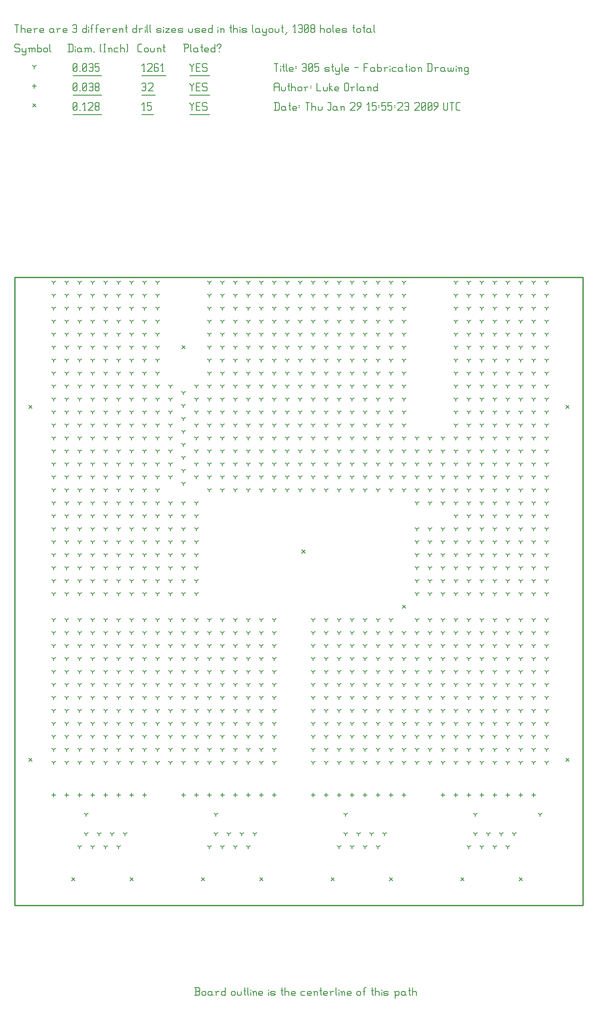
<source format=gbr>
G04 start of page 8 for group -3984 idx -3984
G04 Title: 305 style, fab *
G04 Creator: pcb 20080202 *
G04 CreationDate: Thu Jan 29 15:55:23 2009 UTC *
G04 For: orluke *
G04 Format: Gerber/RS-274X *
G04 PCB-Dimensions: 450000 650000 *
G04 PCB-Coordinate-Origin: lower left *
%MOIN*%
%FSLAX24Y24*%
%LNFAB*%
%ADD12C,0.0100*%
%ADD13C,0.0060*%
%ADD24C,0.0080*%
G54D24*X12880Y49120D02*X13120Y48880D01*
X12880D02*X13120Y49120D01*
X22130Y33370D02*X22370Y33130D01*
X22130D02*X22370Y33370D01*
X29880Y29120D02*X30120Y28880D01*
X29880D02*X30120Y29120D01*
X42480Y17320D02*X42720Y17080D01*
X42480D02*X42720Y17320D01*
X34380Y8120D02*X34620Y7880D01*
X34380D02*X34620Y8120D01*
X38880D02*X39120Y7880D01*
X38880D02*X39120Y8120D01*
X24380D02*X24620Y7880D01*
X24380D02*X24620Y8120D01*
X28880D02*X29120Y7880D01*
X28880D02*X29120Y8120D01*
X14380D02*X14620Y7880D01*
X14380D02*X14620Y8120D01*
X18880D02*X19120Y7880D01*
X18880D02*X19120Y8120D01*
X4380D02*X4620Y7880D01*
X4380D02*X4620Y8120D01*
X8880D02*X9120Y7880D01*
X8880D02*X9120Y8120D01*
X1080Y44520D02*X1320Y44280D01*
X1080D02*X1320Y44520D01*
X42480D02*X42720Y44280D01*
X42480D02*X42720Y44520D01*
X1080Y17320D02*X1320Y17080D01*
X1080D02*X1320Y17320D01*
X1380Y67745D02*X1620Y67505D01*
X1380D02*X1620Y67745D01*
G54D13*X13500Y67850D02*Y67775D01*
X13650Y67625D01*
X13800Y67775D01*
Y67850D02*Y67775D01*
X13650Y67625D02*Y67250D01*
X13980Y67550D02*X14205D01*
X13980Y67250D02*X14280D01*
X13980Y67850D02*Y67250D01*
Y67850D02*X14280D01*
X14760D02*X14835Y67775D01*
X14535Y67850D02*X14760D01*
X14460Y67775D02*X14535Y67850D01*
X14460Y67775D02*Y67625D01*
X14535Y67550D01*
X14760D01*
X14835Y67475D01*
Y67325D01*
X14760Y67250D02*X14835Y67325D01*
X14535Y67250D02*X14760D01*
X14460Y67325D02*X14535Y67250D01*
X13500Y66924D02*X15015D01*
X9875Y67250D02*X10025D01*
X9950Y67850D02*Y67250D01*
X9800Y67700D02*X9950Y67850D01*
X10205D02*X10505D01*
X10205D02*Y67550D01*
X10280Y67625D01*
X10430D01*
X10505Y67550D01*
Y67325D01*
X10430Y67250D02*X10505Y67325D01*
X10280Y67250D02*X10430D01*
X10205Y67325D02*X10280Y67250D01*
X9800Y66924D02*X10685D01*
X4500Y67325D02*X4575Y67250D01*
X4500Y67775D02*Y67325D01*
Y67775D02*X4575Y67850D01*
X4725D01*
X4800Y67775D01*
Y67325D01*
X4725Y67250D02*X4800Y67325D01*
X4575Y67250D02*X4725D01*
X4500Y67400D02*X4800Y67700D01*
X4980Y67250D02*X5055D01*
X5310D02*X5460D01*
X5385Y67850D02*Y67250D01*
X5235Y67700D02*X5385Y67850D01*
X5640Y67775D02*X5715Y67850D01*
X5940D01*
X6015Y67775D01*
Y67625D01*
X5640Y67250D02*X6015Y67625D01*
X5640Y67250D02*X6015D01*
X6195Y67325D02*X6270Y67250D01*
X6195Y67475D02*Y67325D01*
Y67475D02*X6270Y67550D01*
X6420D01*
X6495Y67475D01*
Y67325D01*
X6420Y67250D02*X6495Y67325D01*
X6270Y67250D02*X6420D01*
X6195Y67625D02*X6270Y67550D01*
X6195Y67775D02*Y67625D01*
Y67775D02*X6270Y67850D01*
X6420D01*
X6495Y67775D01*
Y67625D01*
X6420Y67550D02*X6495Y67625D01*
X4500Y66924D02*X6675D01*
X23000Y14660D02*Y14340D01*
X22840Y14500D02*X23160D01*
X24000Y14660D02*Y14340D01*
X23840Y14500D02*X24160D01*
X25000Y14660D02*Y14340D01*
X24840Y14500D02*X25160D01*
X26000Y14660D02*Y14340D01*
X25840Y14500D02*X26160D01*
X27000Y14660D02*Y14340D01*
X26840Y14500D02*X27160D01*
X28000Y14660D02*Y14340D01*
X27840Y14500D02*X28160D01*
X29000Y14660D02*Y14340D01*
X28840Y14500D02*X29160D01*
X30000Y14660D02*Y14340D01*
X29840Y14500D02*X30160D01*
X33000Y14660D02*Y14340D01*
X32840Y14500D02*X33160D01*
X34000Y14660D02*Y14340D01*
X33840Y14500D02*X34160D01*
X35000Y14660D02*Y14340D01*
X34840Y14500D02*X35160D01*
X36000Y14660D02*Y14340D01*
X35840Y14500D02*X36160D01*
X37000Y14660D02*Y14340D01*
X36840Y14500D02*X37160D01*
X38000Y14660D02*Y14340D01*
X37840Y14500D02*X38160D01*
X39000Y14660D02*Y14340D01*
X38840Y14500D02*X39160D01*
X40000Y14660D02*Y14340D01*
X39840Y14500D02*X40160D01*
X13000Y14660D02*Y14340D01*
X12840Y14500D02*X13160D01*
X14000Y14660D02*Y14340D01*
X13840Y14500D02*X14160D01*
X15000Y14660D02*Y14340D01*
X14840Y14500D02*X15160D01*
X16000Y14660D02*Y14340D01*
X15840Y14500D02*X16160D01*
X17000Y14660D02*Y14340D01*
X16840Y14500D02*X17160D01*
X18000Y14660D02*Y14340D01*
X17840Y14500D02*X18160D01*
X19000Y14660D02*Y14340D01*
X18840Y14500D02*X19160D01*
X20000Y14660D02*Y14340D01*
X19840Y14500D02*X20160D01*
X3000Y14660D02*Y14340D01*
X2840Y14500D02*X3160D01*
X4000Y14660D02*Y14340D01*
X3840Y14500D02*X4160D01*
X5000Y14660D02*Y14340D01*
X4840Y14500D02*X5160D01*
X6000Y14660D02*Y14340D01*
X5840Y14500D02*X6160D01*
X7000Y14660D02*Y14340D01*
X6840Y14500D02*X7160D01*
X8000Y14660D02*Y14340D01*
X7840Y14500D02*X8160D01*
X9000Y14660D02*Y14340D01*
X8840Y14500D02*X9160D01*
X10000Y14660D02*Y14340D01*
X9840Y14500D02*X10160D01*
X1500Y69285D02*Y68965D01*
X1340Y69125D02*X1660D01*
X13500Y69350D02*Y69275D01*
X13650Y69125D01*
X13800Y69275D01*
Y69350D02*Y69275D01*
X13650Y69125D02*Y68750D01*
X13980Y69050D02*X14205D01*
X13980Y68750D02*X14280D01*
X13980Y69350D02*Y68750D01*
Y69350D02*X14280D01*
X14760D02*X14835Y69275D01*
X14535Y69350D02*X14760D01*
X14460Y69275D02*X14535Y69350D01*
X14460Y69275D02*Y69125D01*
X14535Y69050D01*
X14760D01*
X14835Y68975D01*
Y68825D01*
X14760Y68750D02*X14835Y68825D01*
X14535Y68750D02*X14760D01*
X14460Y68825D02*X14535Y68750D01*
X13500Y68424D02*X15015D01*
X9800Y69275D02*X9875Y69350D01*
X10025D01*
X10100Y69275D01*
Y68825D01*
X10025Y68750D02*X10100Y68825D01*
X9875Y68750D02*X10025D01*
X9800Y68825D02*X9875Y68750D01*
Y69050D02*X10100D01*
X10280Y69275D02*X10355Y69350D01*
X10580D01*
X10655Y69275D01*
Y69125D01*
X10280Y68750D02*X10655Y69125D01*
X10280Y68750D02*X10655D01*
X9800Y68424D02*X10835D01*
X4500Y68825D02*X4575Y68750D01*
X4500Y69275D02*Y68825D01*
Y69275D02*X4575Y69350D01*
X4725D01*
X4800Y69275D01*
Y68825D01*
X4725Y68750D02*X4800Y68825D01*
X4575Y68750D02*X4725D01*
X4500Y68900D02*X4800Y69200D01*
X4980Y68750D02*X5055D01*
X5235Y68825D02*X5310Y68750D01*
X5235Y69275D02*Y68825D01*
Y69275D02*X5310Y69350D01*
X5460D01*
X5535Y69275D01*
Y68825D01*
X5460Y68750D02*X5535Y68825D01*
X5310Y68750D02*X5460D01*
X5235Y68900D02*X5535Y69200D01*
X5715Y69275D02*X5790Y69350D01*
X5940D01*
X6015Y69275D01*
Y68825D01*
X5940Y68750D02*X6015Y68825D01*
X5790Y68750D02*X5940D01*
X5715Y68825D02*X5790Y68750D01*
Y69050D02*X6015D01*
X6195Y68825D02*X6270Y68750D01*
X6195Y68975D02*Y68825D01*
Y68975D02*X6270Y69050D01*
X6420D01*
X6495Y68975D01*
Y68825D01*
X6420Y68750D02*X6495Y68825D01*
X6270Y68750D02*X6420D01*
X6195Y69125D02*X6270Y69050D01*
X6195Y69275D02*Y69125D01*
Y69275D02*X6270Y69350D01*
X6420D01*
X6495Y69275D01*
Y69125D01*
X6420Y69050D02*X6495Y69125D01*
X4500Y68424D02*X6675D01*
X4000Y27000D02*Y26840D01*
Y27000D02*X4138Y27080D01*
X4000Y27000D02*X3861Y27080D01*
X5000Y27000D02*Y26840D01*
Y27000D02*X5138Y27080D01*
X5000Y27000D02*X4861Y27080D01*
X3000Y27000D02*Y26840D01*
Y27000D02*X3138Y27080D01*
X3000Y27000D02*X2861Y27080D01*
X9000Y27000D02*Y26840D01*
Y27000D02*X9138Y27080D01*
X9000Y27000D02*X8861Y27080D01*
X8000Y27000D02*Y26840D01*
Y27000D02*X8138Y27080D01*
X8000Y27000D02*X7861Y27080D01*
X7000Y27000D02*Y26840D01*
Y27000D02*X7138Y27080D01*
X7000Y27000D02*X6861Y27080D01*
X6000Y27000D02*Y26840D01*
Y27000D02*X6138Y27080D01*
X6000Y27000D02*X5861Y27080D01*
X19000Y27000D02*Y26840D01*
Y27000D02*X19138Y27080D01*
X19000Y27000D02*X18861Y27080D01*
X18000Y27000D02*Y26840D01*
Y27000D02*X18138Y27080D01*
X18000Y27000D02*X17861Y27080D01*
X17000Y27000D02*Y26840D01*
Y27000D02*X17138Y27080D01*
X17000Y27000D02*X16861Y27080D01*
X15000Y27000D02*Y26840D01*
Y27000D02*X15138Y27080D01*
X15000Y27000D02*X14861Y27080D01*
X14000Y27000D02*Y26840D01*
Y27000D02*X14138Y27080D01*
X14000Y27000D02*X13861Y27080D01*
X13000Y27000D02*Y26840D01*
Y27000D02*X13138Y27080D01*
X13000Y27000D02*X12861Y27080D01*
X12000Y27000D02*Y26840D01*
Y27000D02*X12138Y27080D01*
X12000Y27000D02*X11861Y27080D01*
X10000Y27000D02*Y26840D01*
Y27000D02*X10138Y27080D01*
X10000Y27000D02*X9861Y27080D01*
X41000Y27000D02*Y26840D01*
Y27000D02*X41138Y27080D01*
X41000Y27000D02*X40861Y27080D01*
X11000Y27000D02*Y26840D01*
Y27000D02*X11138Y27080D01*
X11000Y27000D02*X10861Y27080D01*
X16000Y27000D02*Y26840D01*
Y27000D02*X16138Y27080D01*
X16000Y27000D02*X15861Y27080D01*
X20000Y27000D02*Y26840D01*
Y27000D02*X20138Y27080D01*
X20000Y27000D02*X19861Y27080D01*
X24000Y27000D02*Y26840D01*
Y27000D02*X24138Y27080D01*
X24000Y27000D02*X23861Y27080D01*
X25000Y27000D02*Y26840D01*
Y27000D02*X25138Y27080D01*
X25000Y27000D02*X24861Y27080D01*
X23000Y27000D02*Y26840D01*
Y27000D02*X23138Y27080D01*
X23000Y27000D02*X22861Y27080D01*
X29000Y27000D02*Y26840D01*
Y27000D02*X29138Y27080D01*
X29000Y27000D02*X28861Y27080D01*
X28000Y27000D02*Y26840D01*
Y27000D02*X28138Y27080D01*
X28000Y27000D02*X27861Y27080D01*
X27000Y27000D02*Y26840D01*
Y27000D02*X27138Y27080D01*
X27000Y27000D02*X26861Y27080D01*
X26000Y27000D02*Y26840D01*
Y27000D02*X26138Y27080D01*
X26000Y27000D02*X25861Y27080D01*
X39000Y27000D02*Y26840D01*
Y27000D02*X39138Y27080D01*
X39000Y27000D02*X38861Y27080D01*
X38000Y27000D02*Y26840D01*
Y27000D02*X38138Y27080D01*
X38000Y27000D02*X37861Y27080D01*
X37000Y27000D02*Y26840D01*
Y27000D02*X37138Y27080D01*
X37000Y27000D02*X36861Y27080D01*
X35000Y27000D02*Y26840D01*
Y27000D02*X35138Y27080D01*
X35000Y27000D02*X34861Y27080D01*
X34000Y27000D02*Y26840D01*
Y27000D02*X34138Y27080D01*
X34000Y27000D02*X33861Y27080D01*
X33000Y27000D02*Y26840D01*
Y27000D02*X33138Y27080D01*
X33000Y27000D02*X32861Y27080D01*
X32000Y27000D02*Y26840D01*
Y27000D02*X32138Y27080D01*
X32000Y27000D02*X31861Y27080D01*
X30000Y27000D02*Y26840D01*
Y27000D02*X30138Y27080D01*
X30000Y27000D02*X29861Y27080D01*
X31000Y27000D02*Y26840D01*
Y27000D02*X31138Y27080D01*
X31000Y27000D02*X30861Y27080D01*
X36000Y27000D02*Y26840D01*
Y27000D02*X36138Y27080D01*
X36000Y27000D02*X35861Y27080D01*
X40000Y27000D02*Y26840D01*
Y27000D02*X40138Y27080D01*
X40000Y27000D02*X39861Y27080D01*
X4000Y26000D02*Y25840D01*
Y26000D02*X4138Y26080D01*
X4000Y26000D02*X3861Y26080D01*
X5000Y26000D02*Y25840D01*
Y26000D02*X5138Y26080D01*
X5000Y26000D02*X4861Y26080D01*
X3000Y26000D02*Y25840D01*
Y26000D02*X3138Y26080D01*
X3000Y26000D02*X2861Y26080D01*
X9000Y26000D02*Y25840D01*
Y26000D02*X9138Y26080D01*
X9000Y26000D02*X8861Y26080D01*
X8000Y26000D02*Y25840D01*
Y26000D02*X8138Y26080D01*
X8000Y26000D02*X7861Y26080D01*
X7000Y26000D02*Y25840D01*
Y26000D02*X7138Y26080D01*
X7000Y26000D02*X6861Y26080D01*
X6000Y26000D02*Y25840D01*
Y26000D02*X6138Y26080D01*
X6000Y26000D02*X5861Y26080D01*
X19000Y26000D02*Y25840D01*
Y26000D02*X19138Y26080D01*
X19000Y26000D02*X18861Y26080D01*
X18000Y26000D02*Y25840D01*
Y26000D02*X18138Y26080D01*
X18000Y26000D02*X17861Y26080D01*
X17000Y26000D02*Y25840D01*
Y26000D02*X17138Y26080D01*
X17000Y26000D02*X16861Y26080D01*
X15000Y26000D02*Y25840D01*
Y26000D02*X15138Y26080D01*
X15000Y26000D02*X14861Y26080D01*
X14000Y26000D02*Y25840D01*
Y26000D02*X14138Y26080D01*
X14000Y26000D02*X13861Y26080D01*
X13000Y26000D02*Y25840D01*
Y26000D02*X13138Y26080D01*
X13000Y26000D02*X12861Y26080D01*
X12000Y26000D02*Y25840D01*
Y26000D02*X12138Y26080D01*
X12000Y26000D02*X11861Y26080D01*
X10000Y26000D02*Y25840D01*
Y26000D02*X10138Y26080D01*
X10000Y26000D02*X9861Y26080D01*
X41000Y26000D02*Y25840D01*
Y26000D02*X41138Y26080D01*
X41000Y26000D02*X40861Y26080D01*
X11000Y26000D02*Y25840D01*
Y26000D02*X11138Y26080D01*
X11000Y26000D02*X10861Y26080D01*
X16000Y26000D02*Y25840D01*
Y26000D02*X16138Y26080D01*
X16000Y26000D02*X15861Y26080D01*
X20000Y26000D02*Y25840D01*
Y26000D02*X20138Y26080D01*
X20000Y26000D02*X19861Y26080D01*
X24000Y26000D02*Y25840D01*
Y26000D02*X24138Y26080D01*
X24000Y26000D02*X23861Y26080D01*
X25000Y26000D02*Y25840D01*
Y26000D02*X25138Y26080D01*
X25000Y26000D02*X24861Y26080D01*
X23000Y26000D02*Y25840D01*
Y26000D02*X23138Y26080D01*
X23000Y26000D02*X22861Y26080D01*
X29000Y26000D02*Y25840D01*
Y26000D02*X29138Y26080D01*
X29000Y26000D02*X28861Y26080D01*
X28000Y26000D02*Y25840D01*
Y26000D02*X28138Y26080D01*
X28000Y26000D02*X27861Y26080D01*
X27000Y26000D02*Y25840D01*
Y26000D02*X27138Y26080D01*
X27000Y26000D02*X26861Y26080D01*
X26000Y26000D02*Y25840D01*
Y26000D02*X26138Y26080D01*
X26000Y26000D02*X25861Y26080D01*
X39000Y26000D02*Y25840D01*
Y26000D02*X39138Y26080D01*
X39000Y26000D02*X38861Y26080D01*
X38000Y26000D02*Y25840D01*
Y26000D02*X38138Y26080D01*
X38000Y26000D02*X37861Y26080D01*
X37000Y26000D02*Y25840D01*
Y26000D02*X37138Y26080D01*
X37000Y26000D02*X36861Y26080D01*
X35000Y26000D02*Y25840D01*
Y26000D02*X35138Y26080D01*
X35000Y26000D02*X34861Y26080D01*
X34000Y26000D02*Y25840D01*
Y26000D02*X34138Y26080D01*
X34000Y26000D02*X33861Y26080D01*
X33000Y26000D02*Y25840D01*
Y26000D02*X33138Y26080D01*
X33000Y26000D02*X32861Y26080D01*
X32000Y26000D02*Y25840D01*
Y26000D02*X32138Y26080D01*
X32000Y26000D02*X31861Y26080D01*
X30000Y26000D02*Y25840D01*
Y26000D02*X30138Y26080D01*
X30000Y26000D02*X29861Y26080D01*
X31000Y26000D02*Y25840D01*
Y26000D02*X31138Y26080D01*
X31000Y26000D02*X30861Y26080D01*
X36000Y26000D02*Y25840D01*
Y26000D02*X36138Y26080D01*
X36000Y26000D02*X35861Y26080D01*
X40000Y26000D02*Y25840D01*
Y26000D02*X40138Y26080D01*
X40000Y26000D02*X39861Y26080D01*
X24000Y53000D02*Y52840D01*
Y53000D02*X24138Y53080D01*
X24000Y53000D02*X23861Y53080D01*
X25000Y53000D02*Y52840D01*
Y53000D02*X25138Y53080D01*
X25000Y53000D02*X24861Y53080D01*
X26000Y53000D02*Y52840D01*
Y53000D02*X26138Y53080D01*
X26000Y53000D02*X25861Y53080D01*
X38000Y48000D02*Y47840D01*
Y48000D02*X38138Y48080D01*
X38000Y48000D02*X37861Y48080D01*
X37000Y48000D02*Y47840D01*
Y48000D02*X37138Y48080D01*
X37000Y48000D02*X36861Y48080D01*
X36000Y48000D02*Y47840D01*
Y48000D02*X36138Y48080D01*
X36000Y48000D02*X35861Y48080D01*
X35000Y48000D02*Y47840D01*
Y48000D02*X35138Y48080D01*
X35000Y48000D02*X34861Y48080D01*
X34000Y48000D02*Y47840D01*
Y48000D02*X34138Y48080D01*
X34000Y48000D02*X33861Y48080D01*
X40000Y44000D02*Y43840D01*
Y44000D02*X40138Y44080D01*
X40000Y44000D02*X39861Y44080D01*
X39000Y44000D02*Y43840D01*
Y44000D02*X39138Y44080D01*
X39000Y44000D02*X38861Y44080D01*
X38000Y44000D02*Y43840D01*
Y44000D02*X38138Y44080D01*
X38000Y44000D02*X37861Y44080D01*
X37000Y44000D02*Y43840D01*
Y44000D02*X37138Y44080D01*
X37000Y44000D02*X36861Y44080D01*
X16000Y54000D02*Y53840D01*
Y54000D02*X16138Y54080D01*
X16000Y54000D02*X15861Y54080D01*
X17000Y54000D02*Y53840D01*
Y54000D02*X17138Y54080D01*
X17000Y54000D02*X16861Y54080D01*
X15000Y54000D02*Y53840D01*
Y54000D02*X15138Y54080D01*
X15000Y54000D02*X14861Y54080D01*
X21000Y54000D02*Y53840D01*
Y54000D02*X21138Y54080D01*
X21000Y54000D02*X20861Y54080D01*
X20000Y54000D02*Y53840D01*
Y54000D02*X20138Y54080D01*
X20000Y54000D02*X19861Y54080D01*
X19000Y54000D02*Y53840D01*
Y54000D02*X19138Y54080D01*
X19000Y54000D02*X18861Y54080D01*
X18000Y54000D02*Y53840D01*
Y54000D02*X18138Y54080D01*
X18000Y54000D02*X17861Y54080D01*
X22000Y54000D02*Y53840D01*
Y54000D02*X22138Y54080D01*
X22000Y54000D02*X21861Y54080D01*
X23000Y54000D02*Y53840D01*
Y54000D02*X23138Y54080D01*
X23000Y54000D02*X22861Y54080D01*
X16000Y53000D02*Y52840D01*
Y53000D02*X16138Y53080D01*
X16000Y53000D02*X15861Y53080D01*
X17000Y53000D02*Y52840D01*
Y53000D02*X17138Y53080D01*
X17000Y53000D02*X16861Y53080D01*
X15000Y53000D02*Y52840D01*
Y53000D02*X15138Y53080D01*
X15000Y53000D02*X14861Y53080D01*
X21000Y53000D02*Y52840D01*
Y53000D02*X21138Y53080D01*
X21000Y53000D02*X20861Y53080D01*
X20000Y53000D02*Y52840D01*
Y53000D02*X20138Y53080D01*
X20000Y53000D02*X19861Y53080D01*
X19000Y53000D02*Y52840D01*
Y53000D02*X19138Y53080D01*
X19000Y53000D02*X18861Y53080D01*
X18000Y53000D02*Y52840D01*
Y53000D02*X18138Y53080D01*
X18000Y53000D02*X17861Y53080D01*
X22000Y53000D02*Y52840D01*
Y53000D02*X22138Y53080D01*
X22000Y53000D02*X21861Y53080D01*
X23000Y53000D02*Y52840D01*
Y53000D02*X23138Y53080D01*
X23000Y53000D02*X22861Y53080D01*
X36000Y44000D02*Y43840D01*
Y44000D02*X36138Y44080D01*
X36000Y44000D02*X35861Y44080D01*
X27000Y54000D02*Y53840D01*
Y54000D02*X27138Y54080D01*
X27000Y54000D02*X26861Y54080D01*
X28000Y54000D02*Y53840D01*
Y54000D02*X28138Y54080D01*
X28000Y54000D02*X27861Y54080D01*
X29000Y54000D02*Y53840D01*
Y54000D02*X29138Y54080D01*
X29000Y54000D02*X28861Y54080D01*
X27000Y53000D02*Y52840D01*
Y53000D02*X27138Y53080D01*
X27000Y53000D02*X26861Y53080D01*
X28000Y53000D02*Y52840D01*
Y53000D02*X28138Y53080D01*
X28000Y53000D02*X27861Y53080D01*
X29000Y53000D02*Y52840D01*
Y53000D02*X29138Y53080D01*
X29000Y53000D02*X28861Y53080D01*
X30000Y54000D02*Y53840D01*
Y54000D02*X30138Y54080D01*
X30000Y54000D02*X29861Y54080D01*
X30000Y53000D02*Y52840D01*
Y53000D02*X30138Y53080D01*
X30000Y53000D02*X29861Y53080D01*
X35000Y44000D02*Y43840D01*
Y44000D02*X35138Y44080D01*
X35000Y44000D02*X34861Y44080D01*
X34000Y44000D02*Y43840D01*
Y44000D02*X34138Y44080D01*
X34000Y44000D02*X33861Y44080D01*
X40000Y43000D02*Y42840D01*
Y43000D02*X40138Y43080D01*
X40000Y43000D02*X39861Y43080D01*
X39000Y43000D02*Y42840D01*
Y43000D02*X39138Y43080D01*
X39000Y43000D02*X38861Y43080D01*
X38000Y43000D02*Y42840D01*
Y43000D02*X38138Y43080D01*
X38000Y43000D02*X37861Y43080D01*
X37000Y43000D02*Y42840D01*
Y43000D02*X37138Y43080D01*
X37000Y43000D02*X36861Y43080D01*
X36000Y43000D02*Y42840D01*
Y43000D02*X36138Y43080D01*
X36000Y43000D02*X35861Y43080D01*
X35000Y43000D02*Y42840D01*
Y43000D02*X35138Y43080D01*
X35000Y43000D02*X34861Y43080D01*
X34000Y43000D02*Y42840D01*
Y43000D02*X34138Y43080D01*
X34000Y43000D02*X33861Y43080D01*
X40000Y45000D02*Y44840D01*
Y45000D02*X40138Y45080D01*
X40000Y45000D02*X39861Y45080D01*
X39000Y45000D02*Y44840D01*
Y45000D02*X39138Y45080D01*
X39000Y45000D02*X38861Y45080D01*
X38000Y45000D02*Y44840D01*
Y45000D02*X38138Y45080D01*
X38000Y45000D02*X37861Y45080D01*
X4000Y54000D02*Y53840D01*
Y54000D02*X4138Y54080D01*
X4000Y54000D02*X3861Y54080D01*
X5000Y54000D02*Y53840D01*
Y54000D02*X5138Y54080D01*
X5000Y54000D02*X4861Y54080D01*
X3000Y54000D02*Y53840D01*
Y54000D02*X3138Y54080D01*
X3000Y54000D02*X2861Y54080D01*
X9000Y54000D02*Y53840D01*
Y54000D02*X9138Y54080D01*
X9000Y54000D02*X8861Y54080D01*
X8000Y54000D02*Y53840D01*
Y54000D02*X8138Y54080D01*
X8000Y54000D02*X7861Y54080D01*
X7000Y54000D02*Y53840D01*
Y54000D02*X7138Y54080D01*
X7000Y54000D02*X6861Y54080D01*
X6000Y54000D02*Y53840D01*
Y54000D02*X6138Y54080D01*
X6000Y54000D02*X5861Y54080D01*
X10000Y54000D02*Y53840D01*
Y54000D02*X10138Y54080D01*
X10000Y54000D02*X9861Y54080D01*
X11000Y54000D02*Y53840D01*
Y54000D02*X11138Y54080D01*
X11000Y54000D02*X10861Y54080D01*
X4000Y53000D02*Y52840D01*
Y53000D02*X4138Y53080D01*
X4000Y53000D02*X3861Y53080D01*
X5000Y53000D02*Y52840D01*
Y53000D02*X5138Y53080D01*
X5000Y53000D02*X4861Y53080D01*
X3000Y53000D02*Y52840D01*
Y53000D02*X3138Y53080D01*
X3000Y53000D02*X2861Y53080D01*
X9000Y53000D02*Y52840D01*
Y53000D02*X9138Y53080D01*
X9000Y53000D02*X8861Y53080D01*
X8000Y53000D02*Y52840D01*
Y53000D02*X8138Y53080D01*
X8000Y53000D02*X7861Y53080D01*
X7000Y53000D02*Y52840D01*
Y53000D02*X7138Y53080D01*
X7000Y53000D02*X6861Y53080D01*
X6000Y53000D02*Y52840D01*
Y53000D02*X6138Y53080D01*
X6000Y53000D02*X5861Y53080D01*
X10000Y53000D02*Y52840D01*
Y53000D02*X10138Y53080D01*
X10000Y53000D02*X9861Y53080D01*
X11000Y53000D02*Y52840D01*
Y53000D02*X11138Y53080D01*
X11000Y53000D02*X10861Y53080D01*
X5000Y49000D02*Y48840D01*
Y49000D02*X5138Y49080D01*
X5000Y49000D02*X4861Y49080D01*
X3000Y49000D02*Y48840D01*
Y49000D02*X3138Y49080D01*
X3000Y49000D02*X2861Y49080D01*
X9000Y49000D02*Y48840D01*
Y49000D02*X9138Y49080D01*
X9000Y49000D02*X8861Y49080D01*
X8000Y49000D02*Y48840D01*
Y49000D02*X8138Y49080D01*
X8000Y49000D02*X7861Y49080D01*
X7000Y49000D02*Y48840D01*
Y49000D02*X7138Y49080D01*
X7000Y49000D02*X6861Y49080D01*
X6000Y49000D02*Y48840D01*
Y49000D02*X6138Y49080D01*
X6000Y49000D02*X5861Y49080D01*
X10000Y49000D02*Y48840D01*
Y49000D02*X10138Y49080D01*
X10000Y49000D02*X9861Y49080D01*
X11000Y49000D02*Y48840D01*
Y49000D02*X11138Y49080D01*
X11000Y49000D02*X10861Y49080D01*
X4000Y48000D02*Y47840D01*
Y48000D02*X4138Y48080D01*
X4000Y48000D02*X3861Y48080D01*
X5000Y48000D02*Y47840D01*
Y48000D02*X5138Y48080D01*
X5000Y48000D02*X4861Y48080D01*
X3000Y48000D02*Y47840D01*
Y48000D02*X3138Y48080D01*
X3000Y48000D02*X2861Y48080D01*
X9000Y48000D02*Y47840D01*
Y48000D02*X9138Y48080D01*
X9000Y48000D02*X8861Y48080D01*
X8000Y48000D02*Y47840D01*
Y48000D02*X8138Y48080D01*
X8000Y48000D02*X7861Y48080D01*
X7000Y48000D02*Y47840D01*
Y48000D02*X7138Y48080D01*
X7000Y48000D02*X6861Y48080D01*
X6000Y48000D02*Y47840D01*
Y48000D02*X6138Y48080D01*
X6000Y48000D02*X5861Y48080D01*
X10000Y48000D02*Y47840D01*
Y48000D02*X10138Y48080D01*
X10000Y48000D02*X9861Y48080D01*
X11000Y48000D02*Y47840D01*
Y48000D02*X11138Y48080D01*
X11000Y48000D02*X10861Y48080D01*
X4000Y47000D02*Y46840D01*
Y47000D02*X4138Y47080D01*
X4000Y47000D02*X3861Y47080D01*
X5000Y47000D02*Y46840D01*
Y47000D02*X5138Y47080D01*
X5000Y47000D02*X4861Y47080D01*
X3000Y47000D02*Y46840D01*
Y47000D02*X3138Y47080D01*
X3000Y47000D02*X2861Y47080D01*
X9000Y47000D02*Y46840D01*
Y47000D02*X9138Y47080D01*
X9000Y47000D02*X8861Y47080D01*
X8000Y47000D02*Y46840D01*
Y47000D02*X8138Y47080D01*
X8000Y47000D02*X7861Y47080D01*
X7000Y47000D02*Y46840D01*
Y47000D02*X7138Y47080D01*
X7000Y47000D02*X6861Y47080D01*
X6000Y47000D02*Y46840D01*
Y47000D02*X6138Y47080D01*
X6000Y47000D02*X5861Y47080D01*
X10000Y47000D02*Y46840D01*
Y47000D02*X10138Y47080D01*
X10000Y47000D02*X9861Y47080D01*
X11000Y47000D02*Y46840D01*
Y47000D02*X11138Y47080D01*
X11000Y47000D02*X10861Y47080D01*
X40000Y36000D02*Y35840D01*
Y36000D02*X40138Y36080D01*
X40000Y36000D02*X39861Y36080D01*
X39000Y36000D02*Y35840D01*
Y36000D02*X39138Y36080D01*
X39000Y36000D02*X38861Y36080D01*
X38000Y36000D02*Y35840D01*
Y36000D02*X38138Y36080D01*
X38000Y36000D02*X37861Y36080D01*
X37000Y36000D02*Y35840D01*
Y36000D02*X37138Y36080D01*
X37000Y36000D02*X36861Y36080D01*
X36000Y36000D02*Y35840D01*
Y36000D02*X36138Y36080D01*
X36000Y36000D02*X35861Y36080D01*
X35000Y36000D02*Y35840D01*
Y36000D02*X35138Y36080D01*
X35000Y36000D02*X34861Y36080D01*
X34000Y36000D02*Y35840D01*
Y36000D02*X34138Y36080D01*
X34000Y36000D02*X33861Y36080D01*
X4000Y38000D02*Y37840D01*
Y38000D02*X4138Y38080D01*
X4000Y38000D02*X3861Y38080D01*
X5000Y38000D02*Y37840D01*
Y38000D02*X5138Y38080D01*
X5000Y38000D02*X4861Y38080D01*
X3000Y38000D02*Y37840D01*
Y38000D02*X3138Y38080D01*
X3000Y38000D02*X2861Y38080D01*
X9000Y38000D02*Y37840D01*
Y38000D02*X9138Y38080D01*
X9000Y38000D02*X8861Y38080D01*
X8000Y38000D02*Y37840D01*
Y38000D02*X8138Y38080D01*
X8000Y38000D02*X7861Y38080D01*
X7000Y38000D02*Y37840D01*
Y38000D02*X7138Y38080D01*
X7000Y38000D02*X6861Y38080D01*
X6000Y38000D02*Y37840D01*
Y38000D02*X6138Y38080D01*
X6000Y38000D02*X5861Y38080D01*
X10000Y38000D02*Y37840D01*
Y38000D02*X10138Y38080D01*
X10000Y38000D02*X9861Y38080D01*
X11000Y38000D02*Y37840D01*
Y38000D02*X11138Y38080D01*
X11000Y38000D02*X10861Y38080D01*
X4000Y46000D02*Y45840D01*
Y46000D02*X4138Y46080D01*
X4000Y46000D02*X3861Y46080D01*
X5000Y46000D02*Y45840D01*
Y46000D02*X5138Y46080D01*
X5000Y46000D02*X4861Y46080D01*
X3000Y46000D02*Y45840D01*
Y46000D02*X3138Y46080D01*
X3000Y46000D02*X2861Y46080D01*
X9000Y46000D02*Y45840D01*
Y46000D02*X9138Y46080D01*
X9000Y46000D02*X8861Y46080D01*
X8000Y46000D02*Y45840D01*
Y46000D02*X8138Y46080D01*
X8000Y46000D02*X7861Y46080D01*
X7000Y46000D02*Y45840D01*
Y46000D02*X7138Y46080D01*
X7000Y46000D02*X6861Y46080D01*
X6000Y46000D02*Y45840D01*
Y46000D02*X6138Y46080D01*
X6000Y46000D02*X5861Y46080D01*
X10000Y46000D02*Y45840D01*
Y46000D02*X10138Y46080D01*
X10000Y46000D02*X9861Y46080D01*
X11000Y46000D02*Y45840D01*
Y46000D02*X11138Y46080D01*
X11000Y46000D02*X10861Y46080D01*
X4000Y45000D02*Y44840D01*
Y45000D02*X4138Y45080D01*
X4000Y45000D02*X3861Y45080D01*
X5000Y45000D02*Y44840D01*
Y45000D02*X5138Y45080D01*
X5000Y45000D02*X4861Y45080D01*
X3000Y45000D02*Y44840D01*
Y45000D02*X3138Y45080D01*
X3000Y45000D02*X2861Y45080D01*
X9000Y45000D02*Y44840D01*
Y45000D02*X9138Y45080D01*
X9000Y45000D02*X8861Y45080D01*
X8000Y45000D02*Y44840D01*
Y45000D02*X8138Y45080D01*
X8000Y45000D02*X7861Y45080D01*
X7000Y45000D02*Y44840D01*
Y45000D02*X7138Y45080D01*
X7000Y45000D02*X6861Y45080D01*
X6000Y45000D02*Y44840D01*
Y45000D02*X6138Y45080D01*
X6000Y45000D02*X5861Y45080D01*
X10000Y45000D02*Y44840D01*
Y45000D02*X10138Y45080D01*
X10000Y45000D02*X9861Y45080D01*
X11000Y45000D02*Y44840D01*
Y45000D02*X11138Y45080D01*
X11000Y45000D02*X10861Y45080D01*
X4000Y44000D02*Y43840D01*
Y44000D02*X4138Y44080D01*
X4000Y44000D02*X3861Y44080D01*
X5000Y44000D02*Y43840D01*
Y44000D02*X5138Y44080D01*
X5000Y44000D02*X4861Y44080D01*
X3000Y44000D02*Y43840D01*
Y44000D02*X3138Y44080D01*
X3000Y44000D02*X2861Y44080D01*
X9000Y44000D02*Y43840D01*
Y44000D02*X9138Y44080D01*
X9000Y44000D02*X8861Y44080D01*
X8000Y44000D02*Y43840D01*
Y44000D02*X8138Y44080D01*
X8000Y44000D02*X7861Y44080D01*
X7000Y44000D02*Y43840D01*
Y44000D02*X7138Y44080D01*
X7000Y44000D02*X6861Y44080D01*
X6000Y44000D02*Y43840D01*
Y44000D02*X6138Y44080D01*
X6000Y44000D02*X5861Y44080D01*
X10000Y44000D02*Y43840D01*
Y44000D02*X10138Y44080D01*
X10000Y44000D02*X9861Y44080D01*
X11000Y44000D02*Y43840D01*
Y44000D02*X11138Y44080D01*
X11000Y44000D02*X10861Y44080D01*
X4000Y43000D02*Y42840D01*
Y43000D02*X4138Y43080D01*
X4000Y43000D02*X3861Y43080D01*
X5000Y43000D02*Y42840D01*
Y43000D02*X5138Y43080D01*
X5000Y43000D02*X4861Y43080D01*
X3000Y43000D02*Y42840D01*
Y43000D02*X3138Y43080D01*
X3000Y43000D02*X2861Y43080D01*
X9000Y43000D02*Y42840D01*
Y43000D02*X9138Y43080D01*
X9000Y43000D02*X8861Y43080D01*
X8000Y43000D02*Y42840D01*
Y43000D02*X8138Y43080D01*
X8000Y43000D02*X7861Y43080D01*
X7000Y43000D02*Y42840D01*
Y43000D02*X7138Y43080D01*
X7000Y43000D02*X6861Y43080D01*
X6000Y43000D02*Y42840D01*
Y43000D02*X6138Y43080D01*
X6000Y43000D02*X5861Y43080D01*
X10000Y43000D02*Y42840D01*
Y43000D02*X10138Y43080D01*
X10000Y43000D02*X9861Y43080D01*
X11000Y43000D02*Y42840D01*
Y43000D02*X11138Y43080D01*
X11000Y43000D02*X10861Y43080D01*
X4000Y42000D02*Y41840D01*
Y42000D02*X4138Y42080D01*
X4000Y42000D02*X3861Y42080D01*
X5000Y42000D02*Y41840D01*
Y42000D02*X5138Y42080D01*
X5000Y42000D02*X4861Y42080D01*
X3000Y42000D02*Y41840D01*
Y42000D02*X3138Y42080D01*
X3000Y42000D02*X2861Y42080D01*
X9000Y42000D02*Y41840D01*
Y42000D02*X9138Y42080D01*
X9000Y42000D02*X8861Y42080D01*
X8000Y42000D02*Y41840D01*
Y42000D02*X8138Y42080D01*
X8000Y42000D02*X7861Y42080D01*
X7000Y42000D02*Y41840D01*
Y42000D02*X7138Y42080D01*
X7000Y42000D02*X6861Y42080D01*
X6000Y42000D02*Y41840D01*
Y42000D02*X6138Y42080D01*
X6000Y42000D02*X5861Y42080D01*
X10000Y42000D02*Y41840D01*
Y42000D02*X10138Y42080D01*
X10000Y42000D02*X9861Y42080D01*
X11000Y42000D02*Y41840D01*
Y42000D02*X11138Y42080D01*
X11000Y42000D02*X10861Y42080D01*
X4000Y41000D02*Y40840D01*
Y41000D02*X4138Y41080D01*
X4000Y41000D02*X3861Y41080D01*
X5000Y41000D02*Y40840D01*
Y41000D02*X5138Y41080D01*
X5000Y41000D02*X4861Y41080D01*
X3000Y41000D02*Y40840D01*
Y41000D02*X3138Y41080D01*
X3000Y41000D02*X2861Y41080D01*
X9000Y41000D02*Y40840D01*
Y41000D02*X9138Y41080D01*
X9000Y41000D02*X8861Y41080D01*
X8000Y41000D02*Y40840D01*
Y41000D02*X8138Y41080D01*
X8000Y41000D02*X7861Y41080D01*
X7000Y41000D02*Y40840D01*
Y41000D02*X7138Y41080D01*
X7000Y41000D02*X6861Y41080D01*
X6000Y41000D02*Y40840D01*
Y41000D02*X6138Y41080D01*
X6000Y41000D02*X5861Y41080D01*
X10000Y41000D02*Y40840D01*
Y41000D02*X10138Y41080D01*
X10000Y41000D02*X9861Y41080D01*
X11000Y41000D02*Y40840D01*
Y41000D02*X11138Y41080D01*
X11000Y41000D02*X10861Y41080D01*
X4000Y40000D02*Y39840D01*
Y40000D02*X4138Y40080D01*
X4000Y40000D02*X3861Y40080D01*
X5000Y40000D02*Y39840D01*
Y40000D02*X5138Y40080D01*
X5000Y40000D02*X4861Y40080D01*
X3000Y40000D02*Y39840D01*
Y40000D02*X3138Y40080D01*
X3000Y40000D02*X2861Y40080D01*
X9000Y40000D02*Y39840D01*
Y40000D02*X9138Y40080D01*
X9000Y40000D02*X8861Y40080D01*
X8000Y40000D02*Y39840D01*
Y40000D02*X8138Y40080D01*
X8000Y40000D02*X7861Y40080D01*
X7000Y40000D02*Y39840D01*
Y40000D02*X7138Y40080D01*
X7000Y40000D02*X6861Y40080D01*
X6000Y40000D02*Y39840D01*
Y40000D02*X6138Y40080D01*
X6000Y40000D02*X5861Y40080D01*
X10000Y40000D02*Y39840D01*
Y40000D02*X10138Y40080D01*
X10000Y40000D02*X9861Y40080D01*
X11000Y40000D02*Y39840D01*
Y40000D02*X11138Y40080D01*
X11000Y40000D02*X10861Y40080D01*
X4000Y39000D02*Y38840D01*
Y39000D02*X4138Y39080D01*
X4000Y39000D02*X3861Y39080D01*
X5000Y39000D02*Y38840D01*
Y39000D02*X5138Y39080D01*
X5000Y39000D02*X4861Y39080D01*
X3000Y39000D02*Y38840D01*
Y39000D02*X3138Y39080D01*
X3000Y39000D02*X2861Y39080D01*
X9000Y39000D02*Y38840D01*
Y39000D02*X9138Y39080D01*
X9000Y39000D02*X8861Y39080D01*
X8000Y39000D02*Y38840D01*
Y39000D02*X8138Y39080D01*
X8000Y39000D02*X7861Y39080D01*
X7000Y39000D02*Y38840D01*
Y39000D02*X7138Y39080D01*
X7000Y39000D02*X6861Y39080D01*
X6000Y39000D02*Y38840D01*
Y39000D02*X6138Y39080D01*
X6000Y39000D02*X5861Y39080D01*
X10000Y39000D02*Y38840D01*
Y39000D02*X10138Y39080D01*
X10000Y39000D02*X9861Y39080D01*
X11000Y39000D02*Y38840D01*
Y39000D02*X11138Y39080D01*
X11000Y39000D02*X10861Y39080D01*
X4000Y37000D02*Y36840D01*
Y37000D02*X4138Y37080D01*
X4000Y37000D02*X3861Y37080D01*
X5000Y37000D02*Y36840D01*
Y37000D02*X5138Y37080D01*
X5000Y37000D02*X4861Y37080D01*
X3000Y37000D02*Y36840D01*
Y37000D02*X3138Y37080D01*
X3000Y37000D02*X2861Y37080D01*
X9000Y37000D02*Y36840D01*
Y37000D02*X9138Y37080D01*
X9000Y37000D02*X8861Y37080D01*
X8000Y37000D02*Y36840D01*
Y37000D02*X8138Y37080D01*
X8000Y37000D02*X7861Y37080D01*
X7000Y37000D02*Y36840D01*
Y37000D02*X7138Y37080D01*
X7000Y37000D02*X6861Y37080D01*
X6000Y37000D02*Y36840D01*
Y37000D02*X6138Y37080D01*
X6000Y37000D02*X5861Y37080D01*
X10000Y37000D02*Y36840D01*
Y37000D02*X10138Y37080D01*
X10000Y37000D02*X9861Y37080D01*
X11000Y37000D02*Y36840D01*
Y37000D02*X11138Y37080D01*
X11000Y37000D02*X10861Y37080D01*
X4000Y36000D02*Y35840D01*
Y36000D02*X4138Y36080D01*
X4000Y36000D02*X3861Y36080D01*
X5000Y36000D02*Y35840D01*
Y36000D02*X5138Y36080D01*
X5000Y36000D02*X4861Y36080D01*
X3000Y36000D02*Y35840D01*
Y36000D02*X3138Y36080D01*
X3000Y36000D02*X2861Y36080D01*
X9000Y36000D02*Y35840D01*
Y36000D02*X9138Y36080D01*
X9000Y36000D02*X8861Y36080D01*
X8000Y36000D02*Y35840D01*
Y36000D02*X8138Y36080D01*
X8000Y36000D02*X7861Y36080D01*
X7000Y36000D02*Y35840D01*
Y36000D02*X7138Y36080D01*
X7000Y36000D02*X6861Y36080D01*
X6000Y36000D02*Y35840D01*
Y36000D02*X6138Y36080D01*
X6000Y36000D02*X5861Y36080D01*
X10000Y36000D02*Y35840D01*
Y36000D02*X10138Y36080D01*
X10000Y36000D02*X9861Y36080D01*
X11000Y36000D02*Y35840D01*
Y36000D02*X11138Y36080D01*
X11000Y36000D02*X10861Y36080D01*
X4000Y35000D02*Y34840D01*
Y35000D02*X4138Y35080D01*
X4000Y35000D02*X3861Y35080D01*
X5000Y35000D02*Y34840D01*
Y35000D02*X5138Y35080D01*
X5000Y35000D02*X4861Y35080D01*
X3000Y35000D02*Y34840D01*
Y35000D02*X3138Y35080D01*
X3000Y35000D02*X2861Y35080D01*
X9000Y35000D02*Y34840D01*
Y35000D02*X9138Y35080D01*
X9000Y35000D02*X8861Y35080D01*
X8000Y35000D02*Y34840D01*
Y35000D02*X8138Y35080D01*
X8000Y35000D02*X7861Y35080D01*
X7000Y35000D02*Y34840D01*
Y35000D02*X7138Y35080D01*
X7000Y35000D02*X6861Y35080D01*
X6000Y35000D02*Y34840D01*
Y35000D02*X6138Y35080D01*
X6000Y35000D02*X5861Y35080D01*
X10000Y35000D02*Y34840D01*
Y35000D02*X10138Y35080D01*
X10000Y35000D02*X9861Y35080D01*
X11000Y35000D02*Y34840D01*
Y35000D02*X11138Y35080D01*
X11000Y35000D02*X10861Y35080D01*
X4000Y34000D02*Y33840D01*
Y34000D02*X4138Y34080D01*
X4000Y34000D02*X3861Y34080D01*
X5000Y34000D02*Y33840D01*
Y34000D02*X5138Y34080D01*
X5000Y34000D02*X4861Y34080D01*
X3000Y34000D02*Y33840D01*
Y34000D02*X3138Y34080D01*
X3000Y34000D02*X2861Y34080D01*
X9000Y34000D02*Y33840D01*
Y34000D02*X9138Y34080D01*
X9000Y34000D02*X8861Y34080D01*
X8000Y34000D02*Y33840D01*
Y34000D02*X8138Y34080D01*
X8000Y34000D02*X7861Y34080D01*
X7000Y34000D02*Y33840D01*
Y34000D02*X7138Y34080D01*
X7000Y34000D02*X6861Y34080D01*
X6000Y34000D02*Y33840D01*
Y34000D02*X6138Y34080D01*
X6000Y34000D02*X5861Y34080D01*
X10000Y34000D02*Y33840D01*
Y34000D02*X10138Y34080D01*
X10000Y34000D02*X9861Y34080D01*
X11000Y34000D02*Y33840D01*
Y34000D02*X11138Y34080D01*
X11000Y34000D02*X10861Y34080D01*
X4000Y33000D02*Y32840D01*
Y33000D02*X4138Y33080D01*
X4000Y33000D02*X3861Y33080D01*
X5000Y33000D02*Y32840D01*
Y33000D02*X5138Y33080D01*
X5000Y33000D02*X4861Y33080D01*
X3000Y33000D02*Y32840D01*
Y33000D02*X3138Y33080D01*
X3000Y33000D02*X2861Y33080D01*
X9000Y33000D02*Y32840D01*
Y33000D02*X9138Y33080D01*
X9000Y33000D02*X8861Y33080D01*
X8000Y33000D02*Y32840D01*
Y33000D02*X8138Y33080D01*
X8000Y33000D02*X7861Y33080D01*
X7000Y33000D02*Y32840D01*
Y33000D02*X7138Y33080D01*
X7000Y33000D02*X6861Y33080D01*
X6000Y33000D02*Y32840D01*
Y33000D02*X6138Y33080D01*
X6000Y33000D02*X5861Y33080D01*
X10000Y33000D02*Y32840D01*
Y33000D02*X10138Y33080D01*
X10000Y33000D02*X9861Y33080D01*
X11000Y33000D02*Y32840D01*
Y33000D02*X11138Y33080D01*
X11000Y33000D02*X10861Y33080D01*
X4000Y32000D02*Y31840D01*
Y32000D02*X4138Y32080D01*
X4000Y32000D02*X3861Y32080D01*
X5000Y32000D02*Y31840D01*
Y32000D02*X5138Y32080D01*
X5000Y32000D02*X4861Y32080D01*
X3000Y32000D02*Y31840D01*
Y32000D02*X3138Y32080D01*
X3000Y32000D02*X2861Y32080D01*
X9000Y32000D02*Y31840D01*
Y32000D02*X9138Y32080D01*
X9000Y32000D02*X8861Y32080D01*
X8000Y32000D02*Y31840D01*
Y32000D02*X8138Y32080D01*
X8000Y32000D02*X7861Y32080D01*
X7000Y32000D02*Y31840D01*
Y32000D02*X7138Y32080D01*
X7000Y32000D02*X6861Y32080D01*
X6000Y32000D02*Y31840D01*
Y32000D02*X6138Y32080D01*
X6000Y32000D02*X5861Y32080D01*
X10000Y32000D02*Y31840D01*
Y32000D02*X10138Y32080D01*
X10000Y32000D02*X9861Y32080D01*
X11000Y32000D02*Y31840D01*
Y32000D02*X11138Y32080D01*
X11000Y32000D02*X10861Y32080D01*
X4000Y31000D02*Y30840D01*
Y31000D02*X4138Y31080D01*
X4000Y31000D02*X3861Y31080D01*
X5000Y31000D02*Y30840D01*
Y31000D02*X5138Y31080D01*
X5000Y31000D02*X4861Y31080D01*
X3000Y31000D02*Y30840D01*
Y31000D02*X3138Y31080D01*
X3000Y31000D02*X2861Y31080D01*
X9000Y31000D02*Y30840D01*
Y31000D02*X9138Y31080D01*
X9000Y31000D02*X8861Y31080D01*
X8000Y31000D02*Y30840D01*
Y31000D02*X8138Y31080D01*
X8000Y31000D02*X7861Y31080D01*
X7000Y31000D02*Y30840D01*
Y31000D02*X7138Y31080D01*
X7000Y31000D02*X6861Y31080D01*
X6000Y31000D02*Y30840D01*
Y31000D02*X6138Y31080D01*
X6000Y31000D02*X5861Y31080D01*
X10000Y31000D02*Y30840D01*
Y31000D02*X10138Y31080D01*
X10000Y31000D02*X9861Y31080D01*
X11000Y31000D02*Y30840D01*
Y31000D02*X11138Y31080D01*
X11000Y31000D02*X10861Y31080D01*
X4000Y30000D02*Y29840D01*
Y30000D02*X4138Y30080D01*
X4000Y30000D02*X3861Y30080D01*
X5000Y30000D02*Y29840D01*
Y30000D02*X5138Y30080D01*
X5000Y30000D02*X4861Y30080D01*
X3000Y30000D02*Y29840D01*
Y30000D02*X3138Y30080D01*
X3000Y30000D02*X2861Y30080D01*
X9000Y30000D02*Y29840D01*
Y30000D02*X9138Y30080D01*
X9000Y30000D02*X8861Y30080D01*
X8000Y30000D02*Y29840D01*
Y30000D02*X8138Y30080D01*
X8000Y30000D02*X7861Y30080D01*
X7000Y30000D02*Y29840D01*
Y30000D02*X7138Y30080D01*
X7000Y30000D02*X6861Y30080D01*
X6000Y30000D02*Y29840D01*
Y30000D02*X6138Y30080D01*
X6000Y30000D02*X5861Y30080D01*
X10000Y30000D02*Y29840D01*
Y30000D02*X10138Y30080D01*
X10000Y30000D02*X9861Y30080D01*
X11000Y30000D02*Y29840D01*
Y30000D02*X11138Y30080D01*
X11000Y30000D02*X10861Y30080D01*
X28000Y49000D02*Y48840D01*
Y49000D02*X28138Y49080D01*
X28000Y49000D02*X27861Y49080D01*
X29000Y49000D02*Y48840D01*
Y49000D02*X29138Y49080D01*
X29000Y49000D02*X28861Y49080D01*
X27000Y48000D02*Y47840D01*
Y48000D02*X27138Y48080D01*
X27000Y48000D02*X26861Y48080D01*
X28000Y48000D02*Y47840D01*
Y48000D02*X28138Y48080D01*
X28000Y48000D02*X27861Y48080D01*
X29000Y48000D02*Y47840D01*
Y48000D02*X29138Y48080D01*
X29000Y48000D02*X28861Y48080D01*
X27000Y47000D02*Y46840D01*
Y47000D02*X27138Y47080D01*
X27000Y47000D02*X26861Y47080D01*
X28000Y47000D02*Y46840D01*
Y47000D02*X28138Y47080D01*
X28000Y47000D02*X27861Y47080D01*
X29000Y47000D02*Y46840D01*
Y47000D02*X29138Y47080D01*
X29000Y47000D02*X28861Y47080D01*
X27000Y38000D02*Y37840D01*
Y38000D02*X27138Y38080D01*
X27000Y38000D02*X26861Y38080D01*
X28000Y38000D02*Y37840D01*
Y38000D02*X28138Y38080D01*
X28000Y38000D02*X27861Y38080D01*
X29000Y38000D02*Y37840D01*
Y38000D02*X29138Y38080D01*
X29000Y38000D02*X28861Y38080D01*
X27000Y46000D02*Y45840D01*
Y46000D02*X27138Y46080D01*
X27000Y46000D02*X26861Y46080D01*
X28000Y46000D02*Y45840D01*
Y46000D02*X28138Y46080D01*
X28000Y46000D02*X27861Y46080D01*
X29000Y46000D02*Y45840D01*
Y46000D02*X29138Y46080D01*
X29000Y46000D02*X28861Y46080D01*
X27000Y45000D02*Y44840D01*
Y45000D02*X27138Y45080D01*
X27000Y45000D02*X26861Y45080D01*
X28000Y45000D02*Y44840D01*
Y45000D02*X28138Y45080D01*
X28000Y45000D02*X27861Y45080D01*
X29000Y45000D02*Y44840D01*
Y45000D02*X29138Y45080D01*
X29000Y45000D02*X28861Y45080D01*
X27000Y44000D02*Y43840D01*
Y44000D02*X27138Y44080D01*
X27000Y44000D02*X26861Y44080D01*
X28000Y44000D02*Y43840D01*
Y44000D02*X28138Y44080D01*
X28000Y44000D02*X27861Y44080D01*
X29000Y44000D02*Y43840D01*
Y44000D02*X29138Y44080D01*
X29000Y44000D02*X28861Y44080D01*
X27000Y43000D02*Y42840D01*
Y43000D02*X27138Y43080D01*
X27000Y43000D02*X26861Y43080D01*
X28000Y43000D02*Y42840D01*
Y43000D02*X28138Y43080D01*
X28000Y43000D02*X27861Y43080D01*
X29000Y43000D02*Y42840D01*
Y43000D02*X29138Y43080D01*
X29000Y43000D02*X28861Y43080D01*
X27000Y42000D02*Y41840D01*
Y42000D02*X27138Y42080D01*
X27000Y42000D02*X26861Y42080D01*
X28000Y42000D02*Y41840D01*
Y42000D02*X28138Y42080D01*
X28000Y42000D02*X27861Y42080D01*
X29000Y42000D02*Y41840D01*
Y42000D02*X29138Y42080D01*
X29000Y42000D02*X28861Y42080D01*
X27000Y41000D02*Y40840D01*
Y41000D02*X27138Y41080D01*
X27000Y41000D02*X26861Y41080D01*
X28000Y41000D02*Y40840D01*
Y41000D02*X28138Y41080D01*
X28000Y41000D02*X27861Y41080D01*
X29000Y41000D02*Y40840D01*
Y41000D02*X29138Y41080D01*
X29000Y41000D02*X28861Y41080D01*
X27000Y40000D02*Y39840D01*
Y40000D02*X27138Y40080D01*
X27000Y40000D02*X26861Y40080D01*
X28000Y40000D02*Y39840D01*
Y40000D02*X28138Y40080D01*
X28000Y40000D02*X27861Y40080D01*
X29000Y40000D02*Y39840D01*
Y40000D02*X29138Y40080D01*
X29000Y40000D02*X28861Y40080D01*
X27000Y39000D02*Y38840D01*
Y39000D02*X27138Y39080D01*
X27000Y39000D02*X26861Y39080D01*
X28000Y39000D02*Y38840D01*
Y39000D02*X28138Y39080D01*
X28000Y39000D02*X27861Y39080D01*
X29000Y39000D02*Y38840D01*
Y39000D02*X29138Y39080D01*
X29000Y39000D02*X28861Y39080D01*
X24000Y52000D02*Y51840D01*
Y52000D02*X24138Y52080D01*
X24000Y52000D02*X23861Y52080D01*
X25000Y52000D02*Y51840D01*
Y52000D02*X25138Y52080D01*
X25000Y52000D02*X24861Y52080D01*
X26000Y52000D02*Y51840D01*
Y52000D02*X26138Y52080D01*
X26000Y52000D02*X25861Y52080D01*
X24000Y51000D02*Y50840D01*
Y51000D02*X24138Y51080D01*
X24000Y51000D02*X23861Y51080D01*
X25000Y51000D02*Y50840D01*
Y51000D02*X25138Y51080D01*
X25000Y51000D02*X24861Y51080D01*
X26000Y51000D02*Y50840D01*
Y51000D02*X26138Y51080D01*
X26000Y51000D02*X25861Y51080D01*
X24000Y50000D02*Y49840D01*
Y50000D02*X24138Y50080D01*
X24000Y50000D02*X23861Y50080D01*
X25000Y50000D02*Y49840D01*
Y50000D02*X25138Y50080D01*
X25000Y50000D02*X24861Y50080D01*
X26000Y50000D02*Y49840D01*
Y50000D02*X26138Y50080D01*
X26000Y50000D02*X25861Y50080D01*
X24000Y49000D02*Y48840D01*
Y49000D02*X24138Y49080D01*
X24000Y49000D02*X23861Y49080D01*
X25000Y49000D02*Y48840D01*
Y49000D02*X25138Y49080D01*
X25000Y49000D02*X24861Y49080D01*
X26000Y49000D02*Y48840D01*
Y49000D02*X26138Y49080D01*
X26000Y49000D02*X25861Y49080D01*
X24000Y48000D02*Y47840D01*
Y48000D02*X24138Y48080D01*
X24000Y48000D02*X23861Y48080D01*
X25000Y48000D02*Y47840D01*
Y48000D02*X25138Y48080D01*
X25000Y48000D02*X24861Y48080D01*
X26000Y48000D02*Y47840D01*
Y48000D02*X26138Y48080D01*
X26000Y48000D02*X25861Y48080D01*
X24000Y47000D02*Y46840D01*
Y47000D02*X24138Y47080D01*
X24000Y47000D02*X23861Y47080D01*
X25000Y47000D02*Y46840D01*
Y47000D02*X25138Y47080D01*
X25000Y47000D02*X24861Y47080D01*
X26000Y47000D02*Y46840D01*
Y47000D02*X26138Y47080D01*
X26000Y47000D02*X25861Y47080D01*
X24000Y38000D02*Y37840D01*
Y38000D02*X24138Y38080D01*
X24000Y38000D02*X23861Y38080D01*
X25000Y38000D02*Y37840D01*
Y38000D02*X25138Y38080D01*
X25000Y38000D02*X24861Y38080D01*
X26000Y38000D02*Y37840D01*
Y38000D02*X26138Y38080D01*
X26000Y38000D02*X25861Y38080D01*
X24000Y46000D02*Y45840D01*
Y46000D02*X24138Y46080D01*
X24000Y46000D02*X23861Y46080D01*
X25000Y46000D02*Y45840D01*
Y46000D02*X25138Y46080D01*
X25000Y46000D02*X24861Y46080D01*
X26000Y46000D02*Y45840D01*
Y46000D02*X26138Y46080D01*
X26000Y46000D02*X25861Y46080D01*
X24000Y45000D02*Y44840D01*
Y45000D02*X24138Y45080D01*
X24000Y45000D02*X23861Y45080D01*
X25000Y45000D02*Y44840D01*
Y45000D02*X25138Y45080D01*
X25000Y45000D02*X24861Y45080D01*
X26000Y45000D02*Y44840D01*
Y45000D02*X26138Y45080D01*
X26000Y45000D02*X25861Y45080D01*
X24000Y44000D02*Y43840D01*
Y44000D02*X24138Y44080D01*
X24000Y44000D02*X23861Y44080D01*
X25000Y44000D02*Y43840D01*
Y44000D02*X25138Y44080D01*
X25000Y44000D02*X24861Y44080D01*
X26000Y44000D02*Y43840D01*
Y44000D02*X26138Y44080D01*
X26000Y44000D02*X25861Y44080D01*
X24000Y43000D02*Y42840D01*
Y43000D02*X24138Y43080D01*
X24000Y43000D02*X23861Y43080D01*
X25000Y43000D02*Y42840D01*
Y43000D02*X25138Y43080D01*
X25000Y43000D02*X24861Y43080D01*
X26000Y43000D02*Y42840D01*
Y43000D02*X26138Y43080D01*
X26000Y43000D02*X25861Y43080D01*
X24000Y42000D02*Y41840D01*
Y42000D02*X24138Y42080D01*
X24000Y42000D02*X23861Y42080D01*
X25000Y42000D02*Y41840D01*
Y42000D02*X25138Y42080D01*
X25000Y42000D02*X24861Y42080D01*
X26000Y42000D02*Y41840D01*
Y42000D02*X26138Y42080D01*
X26000Y42000D02*X25861Y42080D01*
X24000Y41000D02*Y40840D01*
Y41000D02*X24138Y41080D01*
X24000Y41000D02*X23861Y41080D01*
X25000Y41000D02*Y40840D01*
Y41000D02*X25138Y41080D01*
X25000Y41000D02*X24861Y41080D01*
X26000Y41000D02*Y40840D01*
Y41000D02*X26138Y41080D01*
X26000Y41000D02*X25861Y41080D01*
X24000Y40000D02*Y39840D01*
Y40000D02*X24138Y40080D01*
X24000Y40000D02*X23861Y40080D01*
X25000Y40000D02*Y39840D01*
Y40000D02*X25138Y40080D01*
X25000Y40000D02*X24861Y40080D01*
X26000Y40000D02*Y39840D01*
Y40000D02*X26138Y40080D01*
X26000Y40000D02*X25861Y40080D01*
X24000Y39000D02*Y38840D01*
Y39000D02*X24138Y39080D01*
X24000Y39000D02*X23861Y39080D01*
X25000Y39000D02*Y38840D01*
Y39000D02*X25138Y39080D01*
X25000Y39000D02*X24861Y39080D01*
X26000Y39000D02*Y38840D01*
Y39000D02*X26138Y39080D01*
X26000Y39000D02*X25861Y39080D01*
X16000Y52000D02*Y51840D01*
Y52000D02*X16138Y52080D01*
X16000Y52000D02*X15861Y52080D01*
X17000Y52000D02*Y51840D01*
Y52000D02*X17138Y52080D01*
X17000Y52000D02*X16861Y52080D01*
X15000Y52000D02*Y51840D01*
Y52000D02*X15138Y52080D01*
X15000Y52000D02*X14861Y52080D01*
X21000Y52000D02*Y51840D01*
Y52000D02*X21138Y52080D01*
X21000Y52000D02*X20861Y52080D01*
X20000Y52000D02*Y51840D01*
Y52000D02*X20138Y52080D01*
X20000Y52000D02*X19861Y52080D01*
X19000Y52000D02*Y51840D01*
Y52000D02*X19138Y52080D01*
X19000Y52000D02*X18861Y52080D01*
X18000Y52000D02*Y51840D01*
Y52000D02*X18138Y52080D01*
X18000Y52000D02*X17861Y52080D01*
X22000Y52000D02*Y51840D01*
Y52000D02*X22138Y52080D01*
X22000Y52000D02*X21861Y52080D01*
X23000Y52000D02*Y51840D01*
Y52000D02*X23138Y52080D01*
X23000Y52000D02*X22861Y52080D01*
X16000Y51000D02*Y50840D01*
Y51000D02*X16138Y51080D01*
X16000Y51000D02*X15861Y51080D01*
X17000Y51000D02*Y50840D01*
Y51000D02*X17138Y51080D01*
X17000Y51000D02*X16861Y51080D01*
X15000Y51000D02*Y50840D01*
Y51000D02*X15138Y51080D01*
X15000Y51000D02*X14861Y51080D01*
X21000Y51000D02*Y50840D01*
Y51000D02*X21138Y51080D01*
X21000Y51000D02*X20861Y51080D01*
X20000Y51000D02*Y50840D01*
Y51000D02*X20138Y51080D01*
X20000Y51000D02*X19861Y51080D01*
X19000Y51000D02*Y50840D01*
Y51000D02*X19138Y51080D01*
X19000Y51000D02*X18861Y51080D01*
X18000Y51000D02*Y50840D01*
Y51000D02*X18138Y51080D01*
X18000Y51000D02*X17861Y51080D01*
X22000Y51000D02*Y50840D01*
Y51000D02*X22138Y51080D01*
X22000Y51000D02*X21861Y51080D01*
X23000Y51000D02*Y50840D01*
Y51000D02*X23138Y51080D01*
X23000Y51000D02*X22861Y51080D01*
X16000Y50000D02*Y49840D01*
Y50000D02*X16138Y50080D01*
X16000Y50000D02*X15861Y50080D01*
X17000Y50000D02*Y49840D01*
Y50000D02*X17138Y50080D01*
X17000Y50000D02*X16861Y50080D01*
X15000Y50000D02*Y49840D01*
Y50000D02*X15138Y50080D01*
X15000Y50000D02*X14861Y50080D01*
X21000Y50000D02*Y49840D01*
Y50000D02*X21138Y50080D01*
X21000Y50000D02*X20861Y50080D01*
X20000Y50000D02*Y49840D01*
Y50000D02*X20138Y50080D01*
X20000Y50000D02*X19861Y50080D01*
X19000Y50000D02*Y49840D01*
Y50000D02*X19138Y50080D01*
X19000Y50000D02*X18861Y50080D01*
X18000Y50000D02*Y49840D01*
Y50000D02*X18138Y50080D01*
X18000Y50000D02*X17861Y50080D01*
X22000Y50000D02*Y49840D01*
Y50000D02*X22138Y50080D01*
X22000Y50000D02*X21861Y50080D01*
X23000Y50000D02*Y49840D01*
Y50000D02*X23138Y50080D01*
X23000Y50000D02*X22861Y50080D01*
X16000Y49000D02*Y48840D01*
Y49000D02*X16138Y49080D01*
X16000Y49000D02*X15861Y49080D01*
X17000Y49000D02*Y48840D01*
Y49000D02*X17138Y49080D01*
X17000Y49000D02*X16861Y49080D01*
X15000Y49000D02*Y48840D01*
Y49000D02*X15138Y49080D01*
X15000Y49000D02*X14861Y49080D01*
X21000Y49000D02*Y48840D01*
Y49000D02*X21138Y49080D01*
X21000Y49000D02*X20861Y49080D01*
X20000Y49000D02*Y48840D01*
Y49000D02*X20138Y49080D01*
X20000Y49000D02*X19861Y49080D01*
X19000Y49000D02*Y48840D01*
Y49000D02*X19138Y49080D01*
X19000Y49000D02*X18861Y49080D01*
X18000Y49000D02*Y48840D01*
Y49000D02*X18138Y49080D01*
X18000Y49000D02*X17861Y49080D01*
X22000Y49000D02*Y48840D01*
Y49000D02*X22138Y49080D01*
X22000Y49000D02*X21861Y49080D01*
X23000Y49000D02*Y48840D01*
Y49000D02*X23138Y49080D01*
X23000Y49000D02*X22861Y49080D01*
X16000Y48000D02*Y47840D01*
Y48000D02*X16138Y48080D01*
X16000Y48000D02*X15861Y48080D01*
X17000Y48000D02*Y47840D01*
Y48000D02*X17138Y48080D01*
X17000Y48000D02*X16861Y48080D01*
X15000Y48000D02*Y47840D01*
Y48000D02*X15138Y48080D01*
X15000Y48000D02*X14861Y48080D01*
X21000Y48000D02*Y47840D01*
Y48000D02*X21138Y48080D01*
X21000Y48000D02*X20861Y48080D01*
X20000Y48000D02*Y47840D01*
Y48000D02*X20138Y48080D01*
X20000Y48000D02*X19861Y48080D01*
X19000Y48000D02*Y47840D01*
Y48000D02*X19138Y48080D01*
X19000Y48000D02*X18861Y48080D01*
X18000Y48000D02*Y47840D01*
Y48000D02*X18138Y48080D01*
X18000Y48000D02*X17861Y48080D01*
X22000Y48000D02*Y47840D01*
Y48000D02*X22138Y48080D01*
X22000Y48000D02*X21861Y48080D01*
X23000Y48000D02*Y47840D01*
Y48000D02*X23138Y48080D01*
X23000Y48000D02*X22861Y48080D01*
X16000Y47000D02*Y46840D01*
Y47000D02*X16138Y47080D01*
X16000Y47000D02*X15861Y47080D01*
X17000Y47000D02*Y46840D01*
Y47000D02*X17138Y47080D01*
X17000Y47000D02*X16861Y47080D01*
X15000Y47000D02*Y46840D01*
Y47000D02*X15138Y47080D01*
X15000Y47000D02*X14861Y47080D01*
X21000Y47000D02*Y46840D01*
Y47000D02*X21138Y47080D01*
X21000Y47000D02*X20861Y47080D01*
X20000Y47000D02*Y46840D01*
Y47000D02*X20138Y47080D01*
X20000Y47000D02*X19861Y47080D01*
X19000Y47000D02*Y46840D01*
Y47000D02*X19138Y47080D01*
X19000Y47000D02*X18861Y47080D01*
X18000Y47000D02*Y46840D01*
Y47000D02*X18138Y47080D01*
X18000Y47000D02*X17861Y47080D01*
X22000Y47000D02*Y46840D01*
Y47000D02*X22138Y47080D01*
X22000Y47000D02*X21861Y47080D01*
X23000Y47000D02*Y46840D01*
Y47000D02*X23138Y47080D01*
X23000Y47000D02*X22861Y47080D01*
X16000Y38000D02*Y37840D01*
Y38000D02*X16138Y38080D01*
X16000Y38000D02*X15861Y38080D01*
X17000Y38000D02*Y37840D01*
Y38000D02*X17138Y38080D01*
X17000Y38000D02*X16861Y38080D01*
X15000Y38000D02*Y37840D01*
Y38000D02*X15138Y38080D01*
X15000Y38000D02*X14861Y38080D01*
X21000Y38000D02*Y37840D01*
Y38000D02*X21138Y38080D01*
X21000Y38000D02*X20861Y38080D01*
X20000Y38000D02*Y37840D01*
Y38000D02*X20138Y38080D01*
X20000Y38000D02*X19861Y38080D01*
X19000Y38000D02*Y37840D01*
Y38000D02*X19138Y38080D01*
X19000Y38000D02*X18861Y38080D01*
X18000Y38000D02*Y37840D01*
Y38000D02*X18138Y38080D01*
X18000Y38000D02*X17861Y38080D01*
X22000Y38000D02*Y37840D01*
Y38000D02*X22138Y38080D01*
X22000Y38000D02*X21861Y38080D01*
X23000Y38000D02*Y37840D01*
Y38000D02*X23138Y38080D01*
X23000Y38000D02*X22861Y38080D01*
X16000Y46000D02*Y45840D01*
Y46000D02*X16138Y46080D01*
X16000Y46000D02*X15861Y46080D01*
X31000Y35000D02*Y34840D01*
Y35000D02*X31138Y35080D01*
X31000Y35000D02*X30861Y35080D01*
X31000Y34000D02*Y33840D01*
Y34000D02*X31138Y34080D01*
X31000Y34000D02*X30861Y34080D01*
X31000Y33000D02*Y32840D01*
Y33000D02*X31138Y33080D01*
X31000Y33000D02*X30861Y33080D01*
X31000Y32000D02*Y31840D01*
Y32000D02*X31138Y32080D01*
X31000Y32000D02*X30861Y32080D01*
X31000Y31000D02*Y30840D01*
Y31000D02*X31138Y31080D01*
X31000Y31000D02*X30861Y31080D01*
X31000Y30000D02*Y29840D01*
Y30000D02*X31138Y30080D01*
X31000Y30000D02*X30861Y30080D01*
X14000Y46000D02*Y45840D01*
Y46000D02*X14138Y46080D01*
X14000Y46000D02*X13861Y46080D01*
X14000Y45000D02*Y44840D01*
Y45000D02*X14138Y45080D01*
X14000Y45000D02*X13861Y45080D01*
X14000Y44000D02*Y43840D01*
Y44000D02*X14138Y44080D01*
X14000Y44000D02*X13861Y44080D01*
X14000Y43000D02*Y42840D01*
Y43000D02*X14138Y43080D01*
X14000Y43000D02*X13861Y43080D01*
X14000Y42000D02*Y41840D01*
Y42000D02*X14138Y42080D01*
X14000Y42000D02*X13861Y42080D01*
X14000Y41000D02*Y40840D01*
Y41000D02*X14138Y41080D01*
X14000Y41000D02*X13861Y41080D01*
X14000Y40000D02*Y39840D01*
Y40000D02*X14138Y40080D01*
X14000Y40000D02*X13861Y40080D01*
X14000Y39000D02*Y38840D01*
Y39000D02*X14138Y39080D01*
X14000Y39000D02*X13861Y39080D01*
X14000Y37000D02*Y36840D01*
Y37000D02*X14138Y37080D01*
X14000Y37000D02*X13861Y37080D01*
X14000Y36000D02*Y35840D01*
Y36000D02*X14138Y36080D01*
X14000Y36000D02*X13861Y36080D01*
X14000Y35000D02*Y34840D01*
Y35000D02*X14138Y35080D01*
X14000Y35000D02*X13861Y35080D01*
X14000Y34000D02*Y33840D01*
Y34000D02*X14138Y34080D01*
X14000Y34000D02*X13861Y34080D01*
X14000Y33000D02*Y32840D01*
Y33000D02*X14138Y33080D01*
X14000Y33000D02*X13861Y33080D01*
X14000Y32000D02*Y31840D01*
Y32000D02*X14138Y32080D01*
X14000Y32000D02*X13861Y32080D01*
X14000Y31000D02*Y30840D01*
Y31000D02*X14138Y31080D01*
X14000Y31000D02*X13861Y31080D01*
X14000Y30000D02*Y29840D01*
Y30000D02*X14138Y30080D01*
X14000Y30000D02*X13861Y30080D01*
X13000Y45500D02*Y45340D01*
Y45500D02*X13138Y45580D01*
X13000Y45500D02*X12861Y45580D01*
X13000Y44500D02*Y44340D01*
Y44500D02*X13138Y44580D01*
X13000Y44500D02*X12861Y44580D01*
X13000Y43500D02*Y43340D01*
Y43500D02*X13138Y43580D01*
X13000Y43500D02*X12861Y43580D01*
X13000Y42500D02*Y42340D01*
Y42500D02*X13138Y42580D01*
X13000Y42500D02*X12861Y42580D01*
X13000Y41500D02*Y41340D01*
Y41500D02*X13138Y41580D01*
X13000Y41500D02*X12861Y41580D01*
X13000Y40500D02*Y40340D01*
Y40500D02*X13138Y40580D01*
X13000Y40500D02*X12861Y40580D01*
X13000Y39500D02*Y39340D01*
Y39500D02*X13138Y39580D01*
X13000Y39500D02*X12861Y39580D01*
X13000Y38500D02*Y38340D01*
Y38500D02*X13138Y38580D01*
X13000Y38500D02*X12861Y38580D01*
X13000Y37000D02*Y36840D01*
Y37000D02*X13138Y37080D01*
X13000Y37000D02*X12861Y37080D01*
X13000Y36000D02*Y35840D01*
Y36000D02*X13138Y36080D01*
X13000Y36000D02*X12861Y36080D01*
X13000Y35000D02*Y34840D01*
Y35000D02*X13138Y35080D01*
X13000Y35000D02*X12861Y35080D01*
X13000Y32000D02*Y31840D01*
Y32000D02*X13138Y32080D01*
X13000Y32000D02*X12861Y32080D01*
X13000Y33000D02*Y32840D01*
Y33000D02*X13138Y33080D01*
X13000Y33000D02*X12861Y33080D01*
X13000Y34000D02*Y33840D01*
Y34000D02*X13138Y34080D01*
X13000Y34000D02*X12861Y34080D01*
X13000Y31000D02*Y30840D01*
Y31000D02*X13138Y31080D01*
X13000Y31000D02*X12861Y31080D01*
X13000Y30000D02*Y29840D01*
Y30000D02*X13138Y30080D01*
X13000Y30000D02*X12861Y30080D01*
X32000Y30000D02*Y29840D01*
Y30000D02*X32138Y30080D01*
X32000Y30000D02*X31861Y30080D01*
X32000Y31000D02*Y30840D01*
Y31000D02*X32138Y31080D01*
X32000Y31000D02*X31861Y31080D01*
X32000Y32000D02*Y31840D01*
Y32000D02*X32138Y32080D01*
X32000Y32000D02*X31861Y32080D01*
X32000Y33000D02*Y32840D01*
Y33000D02*X32138Y33080D01*
X32000Y33000D02*X31861Y33080D01*
X32000Y34000D02*Y33840D01*
Y34000D02*X32138Y34080D01*
X32000Y34000D02*X31861Y34080D01*
X32000Y35000D02*Y34840D01*
Y35000D02*X32138Y35080D01*
X32000Y35000D02*X31861Y35080D01*
X32000Y37000D02*Y36840D01*
Y37000D02*X32138Y37080D01*
X32000Y37000D02*X31861Y37080D01*
X32000Y38000D02*Y37840D01*
Y38000D02*X32138Y38080D01*
X32000Y38000D02*X31861Y38080D01*
X32000Y39000D02*Y38840D01*
Y39000D02*X32138Y39080D01*
X32000Y39000D02*X31861Y39080D01*
X32000Y40000D02*Y39840D01*
Y40000D02*X32138Y40080D01*
X32000Y40000D02*X31861Y40080D01*
X32000Y41000D02*Y40840D01*
Y41000D02*X32138Y41080D01*
X32000Y41000D02*X31861Y41080D01*
X32000Y42000D02*Y41840D01*
Y42000D02*X32138Y42080D01*
X32000Y42000D02*X31861Y42080D01*
X41000Y51000D02*Y50840D01*
Y51000D02*X41138Y51080D01*
X41000Y51000D02*X40861Y51080D01*
X41000Y52000D02*Y51840D01*
Y52000D02*X41138Y52080D01*
X41000Y52000D02*X40861Y52080D01*
X41000Y42000D02*Y41840D01*
Y42000D02*X41138Y42080D01*
X41000Y42000D02*X40861Y42080D01*
X37000Y45000D02*Y44840D01*
Y45000D02*X37138Y45080D01*
X37000Y45000D02*X36861Y45080D01*
X41000Y50000D02*Y49840D01*
Y50000D02*X41138Y50080D01*
X41000Y50000D02*X40861Y50080D01*
X41000Y49000D02*Y48840D01*
Y49000D02*X41138Y49080D01*
X41000Y49000D02*X40861Y49080D01*
X41000Y46000D02*Y45840D01*
Y46000D02*X41138Y46080D01*
X41000Y46000D02*X40861Y46080D01*
X41000Y45000D02*Y44840D01*
Y45000D02*X41138Y45080D01*
X41000Y45000D02*X40861Y45080D01*
X41000Y43000D02*Y42840D01*
Y43000D02*X41138Y43080D01*
X41000Y43000D02*X40861Y43080D01*
X41000Y44000D02*Y43840D01*
Y44000D02*X41138Y44080D01*
X41000Y44000D02*X40861Y44080D01*
X41000Y53000D02*Y52840D01*
Y53000D02*X41138Y53080D01*
X41000Y53000D02*X40861Y53080D01*
X17000Y46000D02*Y45840D01*
Y46000D02*X17138Y46080D01*
X17000Y46000D02*X16861Y46080D01*
X15000Y46000D02*Y45840D01*
Y46000D02*X15138Y46080D01*
X15000Y46000D02*X14861Y46080D01*
X21000Y46000D02*Y45840D01*
Y46000D02*X21138Y46080D01*
X21000Y46000D02*X20861Y46080D01*
X20000Y46000D02*Y45840D01*
Y46000D02*X20138Y46080D01*
X20000Y46000D02*X19861Y46080D01*
X19000Y46000D02*Y45840D01*
Y46000D02*X19138Y46080D01*
X19000Y46000D02*X18861Y46080D01*
X18000Y46000D02*Y45840D01*
Y46000D02*X18138Y46080D01*
X18000Y46000D02*X17861Y46080D01*
X22000Y46000D02*Y45840D01*
Y46000D02*X22138Y46080D01*
X22000Y46000D02*X21861Y46080D01*
X23000Y46000D02*Y45840D01*
Y46000D02*X23138Y46080D01*
X23000Y46000D02*X22861Y46080D01*
X16000Y45000D02*Y44840D01*
Y45000D02*X16138Y45080D01*
X16000Y45000D02*X15861Y45080D01*
X17000Y45000D02*Y44840D01*
Y45000D02*X17138Y45080D01*
X17000Y45000D02*X16861Y45080D01*
X15000Y45000D02*Y44840D01*
Y45000D02*X15138Y45080D01*
X15000Y45000D02*X14861Y45080D01*
X21000Y45000D02*Y44840D01*
Y45000D02*X21138Y45080D01*
X21000Y45000D02*X20861Y45080D01*
X20000Y45000D02*Y44840D01*
Y45000D02*X20138Y45080D01*
X20000Y45000D02*X19861Y45080D01*
X19000Y45000D02*Y44840D01*
Y45000D02*X19138Y45080D01*
X19000Y45000D02*X18861Y45080D01*
X18000Y45000D02*Y44840D01*
Y45000D02*X18138Y45080D01*
X18000Y45000D02*X17861Y45080D01*
X22000Y45000D02*Y44840D01*
Y45000D02*X22138Y45080D01*
X22000Y45000D02*X21861Y45080D01*
X23000Y45000D02*Y44840D01*
Y45000D02*X23138Y45080D01*
X23000Y45000D02*X22861Y45080D01*
X16000Y44000D02*Y43840D01*
Y44000D02*X16138Y44080D01*
X16000Y44000D02*X15861Y44080D01*
X17000Y44000D02*Y43840D01*
Y44000D02*X17138Y44080D01*
X17000Y44000D02*X16861Y44080D01*
X15000Y44000D02*Y43840D01*
Y44000D02*X15138Y44080D01*
X15000Y44000D02*X14861Y44080D01*
X21000Y44000D02*Y43840D01*
Y44000D02*X21138Y44080D01*
X21000Y44000D02*X20861Y44080D01*
X20000Y44000D02*Y43840D01*
Y44000D02*X20138Y44080D01*
X20000Y44000D02*X19861Y44080D01*
X19000Y44000D02*Y43840D01*
Y44000D02*X19138Y44080D01*
X19000Y44000D02*X18861Y44080D01*
X18000Y44000D02*Y43840D01*
Y44000D02*X18138Y44080D01*
X18000Y44000D02*X17861Y44080D01*
X22000Y44000D02*Y43840D01*
Y44000D02*X22138Y44080D01*
X22000Y44000D02*X21861Y44080D01*
X23000Y44000D02*Y43840D01*
Y44000D02*X23138Y44080D01*
X23000Y44000D02*X22861Y44080D01*
X16000Y43000D02*Y42840D01*
Y43000D02*X16138Y43080D01*
X16000Y43000D02*X15861Y43080D01*
X17000Y43000D02*Y42840D01*
Y43000D02*X17138Y43080D01*
X17000Y43000D02*X16861Y43080D01*
X15000Y43000D02*Y42840D01*
Y43000D02*X15138Y43080D01*
X15000Y43000D02*X14861Y43080D01*
X21000Y43000D02*Y42840D01*
Y43000D02*X21138Y43080D01*
X21000Y43000D02*X20861Y43080D01*
X20000Y43000D02*Y42840D01*
Y43000D02*X20138Y43080D01*
X20000Y43000D02*X19861Y43080D01*
X19000Y43000D02*Y42840D01*
Y43000D02*X19138Y43080D01*
X19000Y43000D02*X18861Y43080D01*
X18000Y43000D02*Y42840D01*
Y43000D02*X18138Y43080D01*
X18000Y43000D02*X17861Y43080D01*
X22000Y43000D02*Y42840D01*
Y43000D02*X22138Y43080D01*
X22000Y43000D02*X21861Y43080D01*
X23000Y43000D02*Y42840D01*
Y43000D02*X23138Y43080D01*
X23000Y43000D02*X22861Y43080D01*
X16000Y42000D02*Y41840D01*
Y42000D02*X16138Y42080D01*
X16000Y42000D02*X15861Y42080D01*
X17000Y42000D02*Y41840D01*
Y42000D02*X17138Y42080D01*
X17000Y42000D02*X16861Y42080D01*
X15000Y42000D02*Y41840D01*
Y42000D02*X15138Y42080D01*
X15000Y42000D02*X14861Y42080D01*
X21000Y42000D02*Y41840D01*
Y42000D02*X21138Y42080D01*
X21000Y42000D02*X20861Y42080D01*
X20000Y42000D02*Y41840D01*
Y42000D02*X20138Y42080D01*
X20000Y42000D02*X19861Y42080D01*
X19000Y42000D02*Y41840D01*
Y42000D02*X19138Y42080D01*
X19000Y42000D02*X18861Y42080D01*
X18000Y42000D02*Y41840D01*
Y42000D02*X18138Y42080D01*
X18000Y42000D02*X17861Y42080D01*
X22000Y42000D02*Y41840D01*
Y42000D02*X22138Y42080D01*
X22000Y42000D02*X21861Y42080D01*
X23000Y42000D02*Y41840D01*
Y42000D02*X23138Y42080D01*
X23000Y42000D02*X22861Y42080D01*
X16000Y41000D02*Y40840D01*
Y41000D02*X16138Y41080D01*
X16000Y41000D02*X15861Y41080D01*
X17000Y41000D02*Y40840D01*
Y41000D02*X17138Y41080D01*
X17000Y41000D02*X16861Y41080D01*
X15000Y41000D02*Y40840D01*
Y41000D02*X15138Y41080D01*
X15000Y41000D02*X14861Y41080D01*
X21000Y41000D02*Y40840D01*
Y41000D02*X21138Y41080D01*
X21000Y41000D02*X20861Y41080D01*
X20000Y41000D02*Y40840D01*
Y41000D02*X20138Y41080D01*
X20000Y41000D02*X19861Y41080D01*
X19000Y41000D02*Y40840D01*
Y41000D02*X19138Y41080D01*
X19000Y41000D02*X18861Y41080D01*
X18000Y41000D02*Y40840D01*
Y41000D02*X18138Y41080D01*
X18000Y41000D02*X17861Y41080D01*
X22000Y41000D02*Y40840D01*
Y41000D02*X22138Y41080D01*
X22000Y41000D02*X21861Y41080D01*
X23000Y41000D02*Y40840D01*
Y41000D02*X23138Y41080D01*
X23000Y41000D02*X22861Y41080D01*
X16000Y40000D02*Y39840D01*
Y40000D02*X16138Y40080D01*
X16000Y40000D02*X15861Y40080D01*
X17000Y40000D02*Y39840D01*
Y40000D02*X17138Y40080D01*
X17000Y40000D02*X16861Y40080D01*
X15000Y40000D02*Y39840D01*
Y40000D02*X15138Y40080D01*
X15000Y40000D02*X14861Y40080D01*
X21000Y40000D02*Y39840D01*
Y40000D02*X21138Y40080D01*
X21000Y40000D02*X20861Y40080D01*
X20000Y40000D02*Y39840D01*
Y40000D02*X20138Y40080D01*
X20000Y40000D02*X19861Y40080D01*
X19000Y40000D02*Y39840D01*
Y40000D02*X19138Y40080D01*
X19000Y40000D02*X18861Y40080D01*
X18000Y40000D02*Y39840D01*
Y40000D02*X18138Y40080D01*
X18000Y40000D02*X17861Y40080D01*
X22000Y40000D02*Y39840D01*
Y40000D02*X22138Y40080D01*
X22000Y40000D02*X21861Y40080D01*
X23000Y40000D02*Y39840D01*
Y40000D02*X23138Y40080D01*
X23000Y40000D02*X22861Y40080D01*
X16000Y39000D02*Y38840D01*
Y39000D02*X16138Y39080D01*
X16000Y39000D02*X15861Y39080D01*
X17000Y39000D02*Y38840D01*
Y39000D02*X17138Y39080D01*
X17000Y39000D02*X16861Y39080D01*
X15000Y39000D02*Y38840D01*
Y39000D02*X15138Y39080D01*
X15000Y39000D02*X14861Y39080D01*
X21000Y39000D02*Y38840D01*
Y39000D02*X21138Y39080D01*
X21000Y39000D02*X20861Y39080D01*
X20000Y39000D02*Y38840D01*
Y39000D02*X20138Y39080D01*
X20000Y39000D02*X19861Y39080D01*
X19000Y39000D02*Y38840D01*
Y39000D02*X19138Y39080D01*
X19000Y39000D02*X18861Y39080D01*
X18000Y39000D02*Y38840D01*
Y39000D02*X18138Y39080D01*
X18000Y39000D02*X17861Y39080D01*
X22000Y39000D02*Y38840D01*
Y39000D02*X22138Y39080D01*
X22000Y39000D02*X21861Y39080D01*
X23000Y39000D02*Y38840D01*
Y39000D02*X23138Y39080D01*
X23000Y39000D02*X22861Y39080D01*
X29000Y52000D02*Y51840D01*
Y52000D02*X29138Y52080D01*
X29000Y52000D02*X28861Y52080D01*
X12000Y46000D02*Y45840D01*
Y46000D02*X12138Y46080D01*
X12000Y46000D02*X11861Y46080D01*
X12000Y45000D02*Y44840D01*
Y45000D02*X12138Y45080D01*
X12000Y45000D02*X11861Y45080D01*
X12000Y44000D02*Y43840D01*
Y44000D02*X12138Y44080D01*
X12000Y44000D02*X11861Y44080D01*
X12000Y43000D02*Y42840D01*
Y43000D02*X12138Y43080D01*
X12000Y43000D02*X11861Y43080D01*
X12000Y42000D02*Y41840D01*
Y42000D02*X12138Y42080D01*
X12000Y42000D02*X11861Y42080D01*
X12000Y41000D02*Y40840D01*
Y41000D02*X12138Y41080D01*
X12000Y41000D02*X11861Y41080D01*
X12000Y40000D02*Y39840D01*
Y40000D02*X12138Y40080D01*
X12000Y40000D02*X11861Y40080D01*
X12000Y39000D02*Y38840D01*
Y39000D02*X12138Y39080D01*
X12000Y39000D02*X11861Y39080D01*
X41000Y39000D02*Y38840D01*
Y39000D02*X41138Y39080D01*
X41000Y39000D02*X40861Y39080D01*
X41000Y38000D02*Y37840D01*
Y38000D02*X41138Y38080D01*
X41000Y38000D02*X40861Y38080D01*
X41000Y37000D02*Y36840D01*
Y37000D02*X41138Y37080D01*
X41000Y37000D02*X40861Y37080D01*
X41000Y35000D02*Y34840D01*
Y35000D02*X41138Y35080D01*
X41000Y35000D02*X40861Y35080D01*
X41000Y34000D02*Y33840D01*
Y34000D02*X41138Y34080D01*
X41000Y34000D02*X40861Y34080D01*
X41000Y33000D02*Y32840D01*
Y33000D02*X41138Y33080D01*
X41000Y33000D02*X40861Y33080D01*
X41000Y32000D02*Y31840D01*
Y32000D02*X41138Y32080D01*
X41000Y32000D02*X40861Y32080D01*
X41000Y31000D02*Y30840D01*
Y31000D02*X41138Y31080D01*
X41000Y31000D02*X40861Y31080D01*
X41000Y30000D02*Y29840D01*
Y30000D02*X41138Y30080D01*
X41000Y30000D02*X40861Y30080D01*
X27000Y51000D02*Y50840D01*
Y51000D02*X27138Y51080D01*
X27000Y51000D02*X26861Y51080D01*
X28000Y51000D02*Y50840D01*
Y51000D02*X28138Y51080D01*
X28000Y51000D02*X27861Y51080D01*
X29000Y51000D02*Y50840D01*
Y51000D02*X29138Y51080D01*
X29000Y51000D02*X28861Y51080D01*
X27000Y50000D02*Y49840D01*
Y50000D02*X27138Y50080D01*
X27000Y50000D02*X26861Y50080D01*
X28000Y50000D02*Y49840D01*
Y50000D02*X28138Y50080D01*
X28000Y50000D02*X27861Y50080D01*
X29000Y50000D02*Y49840D01*
Y50000D02*X29138Y50080D01*
X29000Y50000D02*X28861Y50080D01*
X27000Y49000D02*Y48840D01*
Y49000D02*X27138Y49080D01*
X27000Y49000D02*X26861Y49080D01*
X31000Y42000D02*Y41840D01*
Y42000D02*X31138Y42080D01*
X31000Y42000D02*X30861Y42080D01*
X31000Y41000D02*Y40840D01*
Y41000D02*X31138Y41080D01*
X31000Y41000D02*X30861Y41080D01*
X31000Y40000D02*Y39840D01*
Y40000D02*X31138Y40080D01*
X31000Y40000D02*X30861Y40080D01*
X31000Y39000D02*Y38840D01*
Y39000D02*X31138Y39080D01*
X31000Y39000D02*X30861Y39080D01*
X31000Y38000D02*Y37840D01*
Y38000D02*X31138Y38080D01*
X31000Y38000D02*X30861Y38080D01*
X31000Y37000D02*Y36840D01*
Y37000D02*X31138Y37080D01*
X31000Y37000D02*X30861Y37080D01*
X40000Y50000D02*Y49840D01*
Y50000D02*X40138Y50080D01*
X40000Y50000D02*X39861Y50080D01*
X39000Y50000D02*Y49840D01*
Y50000D02*X39138Y50080D01*
X39000Y50000D02*X38861Y50080D01*
X38000Y50000D02*Y49840D01*
Y50000D02*X38138Y50080D01*
X38000Y50000D02*X37861Y50080D01*
X37000Y50000D02*Y49840D01*
Y50000D02*X37138Y50080D01*
X37000Y50000D02*X36861Y50080D01*
X36000Y50000D02*Y49840D01*
Y50000D02*X36138Y50080D01*
X36000Y50000D02*X35861Y50080D01*
X35000Y50000D02*Y49840D01*
Y50000D02*X35138Y50080D01*
X35000Y50000D02*X34861Y50080D01*
X34000Y50000D02*Y49840D01*
Y50000D02*X34138Y50080D01*
X34000Y50000D02*X33861Y50080D01*
X40000Y49000D02*Y48840D01*
Y49000D02*X40138Y49080D01*
X40000Y49000D02*X39861Y49080D01*
X39000Y49000D02*Y48840D01*
Y49000D02*X39138Y49080D01*
X39000Y49000D02*X38861Y49080D01*
X38000Y49000D02*Y48840D01*
Y49000D02*X38138Y49080D01*
X38000Y49000D02*X37861Y49080D01*
X37000Y49000D02*Y48840D01*
Y49000D02*X37138Y49080D01*
X37000Y49000D02*X36861Y49080D01*
X36000Y49000D02*Y48840D01*
Y49000D02*X36138Y49080D01*
X36000Y49000D02*X35861Y49080D01*
X35000Y49000D02*Y48840D01*
Y49000D02*X35138Y49080D01*
X35000Y49000D02*X34861Y49080D01*
X34000Y49000D02*Y48840D01*
Y49000D02*X34138Y49080D01*
X34000Y49000D02*X33861Y49080D01*
X40000Y51000D02*Y50840D01*
Y51000D02*X40138Y51080D01*
X40000Y51000D02*X39861Y51080D01*
X39000Y51000D02*Y50840D01*
Y51000D02*X39138Y51080D01*
X39000Y51000D02*X38861Y51080D01*
X38000Y51000D02*Y50840D01*
Y51000D02*X38138Y51080D01*
X38000Y51000D02*X37861Y51080D01*
X37000Y51000D02*Y50840D01*
Y51000D02*X37138Y51080D01*
X37000Y51000D02*X36861Y51080D01*
X36000Y51000D02*Y50840D01*
Y51000D02*X36138Y51080D01*
X36000Y51000D02*X35861Y51080D01*
X35000Y51000D02*Y50840D01*
Y51000D02*X35138Y51080D01*
X35000Y51000D02*X34861Y51080D01*
X34000Y51000D02*Y50840D01*
Y51000D02*X34138Y51080D01*
X34000Y51000D02*X33861Y51080D01*
X40000Y52000D02*Y51840D01*
Y52000D02*X40138Y52080D01*
X40000Y52000D02*X39861Y52080D01*
X39000Y52000D02*Y51840D01*
Y52000D02*X39138Y52080D01*
X39000Y52000D02*X38861Y52080D01*
X38000Y52000D02*Y51840D01*
Y52000D02*X38138Y52080D01*
X38000Y52000D02*X37861Y52080D01*
X37000Y52000D02*Y51840D01*
Y52000D02*X37138Y52080D01*
X37000Y52000D02*X36861Y52080D01*
X36000Y52000D02*Y51840D01*
Y52000D02*X36138Y52080D01*
X36000Y52000D02*X35861Y52080D01*
X35000Y52000D02*Y51840D01*
Y52000D02*X35138Y52080D01*
X35000Y52000D02*X34861Y52080D01*
X34000Y52000D02*Y51840D01*
Y52000D02*X34138Y52080D01*
X34000Y52000D02*X33861Y52080D01*
X4000Y52000D02*Y51840D01*
Y52000D02*X4138Y52080D01*
X4000Y52000D02*X3861Y52080D01*
X5000Y52000D02*Y51840D01*
Y52000D02*X5138Y52080D01*
X5000Y52000D02*X4861Y52080D01*
X3000Y52000D02*Y51840D01*
Y52000D02*X3138Y52080D01*
X3000Y52000D02*X2861Y52080D01*
X9000Y52000D02*Y51840D01*
Y52000D02*X9138Y52080D01*
X9000Y52000D02*X8861Y52080D01*
X8000Y52000D02*Y51840D01*
Y52000D02*X8138Y52080D01*
X8000Y52000D02*X7861Y52080D01*
X7000Y52000D02*Y51840D01*
Y52000D02*X7138Y52080D01*
X7000Y52000D02*X6861Y52080D01*
X6000Y52000D02*Y51840D01*
Y52000D02*X6138Y52080D01*
X6000Y52000D02*X5861Y52080D01*
X10000Y52000D02*Y51840D01*
Y52000D02*X10138Y52080D01*
X10000Y52000D02*X9861Y52080D01*
X11000Y52000D02*Y51840D01*
Y52000D02*X11138Y52080D01*
X11000Y52000D02*X10861Y52080D01*
X4000Y51000D02*Y50840D01*
Y51000D02*X4138Y51080D01*
X4000Y51000D02*X3861Y51080D01*
X5000Y51000D02*Y50840D01*
Y51000D02*X5138Y51080D01*
X5000Y51000D02*X4861Y51080D01*
X3000Y51000D02*Y50840D01*
Y51000D02*X3138Y51080D01*
X3000Y51000D02*X2861Y51080D01*
X9000Y51000D02*Y50840D01*
Y51000D02*X9138Y51080D01*
X9000Y51000D02*X8861Y51080D01*
X8000Y51000D02*Y50840D01*
Y51000D02*X8138Y51080D01*
X8000Y51000D02*X7861Y51080D01*
X7000Y51000D02*Y50840D01*
Y51000D02*X7138Y51080D01*
X7000Y51000D02*X6861Y51080D01*
X6000Y51000D02*Y50840D01*
Y51000D02*X6138Y51080D01*
X6000Y51000D02*X5861Y51080D01*
X10000Y51000D02*Y50840D01*
Y51000D02*X10138Y51080D01*
X10000Y51000D02*X9861Y51080D01*
X11000Y51000D02*Y50840D01*
Y51000D02*X11138Y51080D01*
X11000Y51000D02*X10861Y51080D01*
X4000Y50000D02*Y49840D01*
Y50000D02*X4138Y50080D01*
X4000Y50000D02*X3861Y50080D01*
X5000Y50000D02*Y49840D01*
Y50000D02*X5138Y50080D01*
X5000Y50000D02*X4861Y50080D01*
X41000Y54000D02*Y53840D01*
Y54000D02*X41138Y54080D01*
X41000Y54000D02*X40861Y54080D01*
X30000Y51000D02*Y50840D01*
Y51000D02*X30138Y51080D01*
X30000Y51000D02*X29861Y51080D01*
X30000Y45000D02*Y44840D01*
Y45000D02*X30138Y45080D01*
X30000Y45000D02*X29861Y45080D01*
X30000Y48000D02*Y47840D01*
Y48000D02*X30138Y48080D01*
X30000Y48000D02*X29861Y48080D01*
X30000Y44000D02*Y43840D01*
Y44000D02*X30138Y44080D01*
X30000Y44000D02*X29861Y44080D01*
X30000Y50000D02*Y49840D01*
Y50000D02*X30138Y50080D01*
X30000Y50000D02*X29861Y50080D01*
X30000Y43000D02*Y42840D01*
Y43000D02*X30138Y43080D01*
X30000Y43000D02*X29861Y43080D01*
X30000Y47000D02*Y46840D01*
Y47000D02*X30138Y47080D01*
X30000Y47000D02*X29861Y47080D01*
X30000Y42000D02*Y41840D01*
Y42000D02*X30138Y42080D01*
X30000Y42000D02*X29861Y42080D01*
X30000Y52000D02*Y51840D01*
Y52000D02*X30138Y52080D01*
X30000Y52000D02*X29861Y52080D01*
X30000Y41000D02*Y40840D01*
Y41000D02*X30138Y41080D01*
X30000Y41000D02*X29861Y41080D01*
X30000Y38000D02*Y37840D01*
Y38000D02*X30138Y38080D01*
X30000Y38000D02*X29861Y38080D01*
X30000Y40000D02*Y39840D01*
Y40000D02*X30138Y40080D01*
X30000Y40000D02*X29861Y40080D01*
X30000Y49000D02*Y48840D01*
Y49000D02*X30138Y49080D01*
X30000Y49000D02*X29861Y49080D01*
X30000Y39000D02*Y38840D01*
Y39000D02*X30138Y39080D01*
X30000Y39000D02*X29861Y39080D01*
X30000Y46000D02*Y45840D01*
Y46000D02*X30138Y46080D01*
X30000Y46000D02*X29861Y46080D01*
X27000Y52000D02*Y51840D01*
Y52000D02*X27138Y52080D01*
X27000Y52000D02*X26861Y52080D01*
X28000Y52000D02*Y51840D01*
Y52000D02*X28138Y52080D01*
X28000Y52000D02*X27861Y52080D01*
X41000Y47000D02*Y46840D01*
Y47000D02*X41138Y47080D01*
X41000Y47000D02*X40861Y47080D01*
X40000Y42000D02*Y41840D01*
Y42000D02*X40138Y42080D01*
X40000Y42000D02*X39861Y42080D01*
X39000Y42000D02*Y41840D01*
Y42000D02*X39138Y42080D01*
X39000Y42000D02*X38861Y42080D01*
X38000Y42000D02*Y41840D01*
Y42000D02*X38138Y42080D01*
X38000Y42000D02*X37861Y42080D01*
X37000Y42000D02*Y41840D01*
Y42000D02*X37138Y42080D01*
X37000Y42000D02*X36861Y42080D01*
X36000Y42000D02*Y41840D01*
Y42000D02*X36138Y42080D01*
X36000Y42000D02*X35861Y42080D01*
X35000Y42000D02*Y41840D01*
Y42000D02*X35138Y42080D01*
X35000Y42000D02*X34861Y42080D01*
X34000Y42000D02*Y41840D01*
Y42000D02*X34138Y42080D01*
X34000Y42000D02*X33861Y42080D01*
X40000Y41000D02*Y40840D01*
Y41000D02*X40138Y41080D01*
X40000Y41000D02*X39861Y41080D01*
X39000Y41000D02*Y40840D01*
Y41000D02*X39138Y41080D01*
X39000Y41000D02*X38861Y41080D01*
X38000Y41000D02*Y40840D01*
Y41000D02*X38138Y41080D01*
X38000Y41000D02*X37861Y41080D01*
X37000Y41000D02*Y40840D01*
Y41000D02*X37138Y41080D01*
X37000Y41000D02*X36861Y41080D01*
X36000Y41000D02*Y40840D01*
Y41000D02*X36138Y41080D01*
X36000Y41000D02*X35861Y41080D01*
X35000Y41000D02*Y40840D01*
Y41000D02*X35138Y41080D01*
X35000Y41000D02*X34861Y41080D01*
X34000Y41000D02*Y40840D01*
Y41000D02*X34138Y41080D01*
X34000Y41000D02*X33861Y41080D01*
X40000Y40000D02*Y39840D01*
Y40000D02*X40138Y40080D01*
X40000Y40000D02*X39861Y40080D01*
X39000Y40000D02*Y39840D01*
Y40000D02*X39138Y40080D01*
X39000Y40000D02*X38861Y40080D01*
X38000Y40000D02*Y39840D01*
Y40000D02*X38138Y40080D01*
X38000Y40000D02*X37861Y40080D01*
X37000Y40000D02*Y39840D01*
Y40000D02*X37138Y40080D01*
X37000Y40000D02*X36861Y40080D01*
X36000Y40000D02*Y39840D01*
Y40000D02*X36138Y40080D01*
X36000Y40000D02*X35861Y40080D01*
X35000Y40000D02*Y39840D01*
Y40000D02*X35138Y40080D01*
X35000Y40000D02*X34861Y40080D01*
X34000Y40000D02*Y39840D01*
Y40000D02*X34138Y40080D01*
X34000Y40000D02*X33861Y40080D01*
X40000Y39000D02*Y38840D01*
Y39000D02*X40138Y39080D01*
X40000Y39000D02*X39861Y39080D01*
X39000Y39000D02*Y38840D01*
Y39000D02*X39138Y39080D01*
X39000Y39000D02*X38861Y39080D01*
X38000Y39000D02*Y38840D01*
Y39000D02*X38138Y39080D01*
X38000Y39000D02*X37861Y39080D01*
X37000Y39000D02*Y38840D01*
Y39000D02*X37138Y39080D01*
X37000Y39000D02*X36861Y39080D01*
X36000Y39000D02*Y38840D01*
Y39000D02*X36138Y39080D01*
X36000Y39000D02*X35861Y39080D01*
X35000Y39000D02*Y38840D01*
Y39000D02*X35138Y39080D01*
X35000Y39000D02*X34861Y39080D01*
X34000Y39000D02*Y38840D01*
Y39000D02*X34138Y39080D01*
X34000Y39000D02*X33861Y39080D01*
X40000Y38000D02*Y37840D01*
Y38000D02*X40138Y38080D01*
X40000Y38000D02*X39861Y38080D01*
X39000Y38000D02*Y37840D01*
Y38000D02*X39138Y38080D01*
X39000Y38000D02*X38861Y38080D01*
X38000Y38000D02*Y37840D01*
Y38000D02*X38138Y38080D01*
X38000Y38000D02*X37861Y38080D01*
X37000Y38000D02*Y37840D01*
Y38000D02*X37138Y38080D01*
X37000Y38000D02*X36861Y38080D01*
X36000Y38000D02*Y37840D01*
Y38000D02*X36138Y38080D01*
X36000Y38000D02*X35861Y38080D01*
X35000Y38000D02*Y37840D01*
Y38000D02*X35138Y38080D01*
X35000Y38000D02*X34861Y38080D01*
X34000Y38000D02*Y37840D01*
Y38000D02*X34138Y38080D01*
X34000Y38000D02*X33861Y38080D01*
X40000Y37000D02*Y36840D01*
Y37000D02*X40138Y37080D01*
X40000Y37000D02*X39861Y37080D01*
X39000Y37000D02*Y36840D01*
Y37000D02*X39138Y37080D01*
X39000Y37000D02*X38861Y37080D01*
X38000Y37000D02*Y36840D01*
Y37000D02*X38138Y37080D01*
X38000Y37000D02*X37861Y37080D01*
X37000Y37000D02*Y36840D01*
Y37000D02*X37138Y37080D01*
X37000Y37000D02*X36861Y37080D01*
X36000Y37000D02*Y36840D01*
Y37000D02*X36138Y37080D01*
X36000Y37000D02*X35861Y37080D01*
X35000Y37000D02*Y36840D01*
Y37000D02*X35138Y37080D01*
X35000Y37000D02*X34861Y37080D01*
X34000Y37000D02*Y36840D01*
Y37000D02*X34138Y37080D01*
X34000Y37000D02*X33861Y37080D01*
X40000Y35000D02*Y34840D01*
Y35000D02*X40138Y35080D01*
X40000Y35000D02*X39861Y35080D01*
X39000Y35000D02*Y34840D01*
Y35000D02*X39138Y35080D01*
X39000Y35000D02*X38861Y35080D01*
X38000Y35000D02*Y34840D01*
Y35000D02*X38138Y35080D01*
X38000Y35000D02*X37861Y35080D01*
X37000Y35000D02*Y34840D01*
Y35000D02*X37138Y35080D01*
X37000Y35000D02*X36861Y35080D01*
X36000Y35000D02*Y34840D01*
Y35000D02*X36138Y35080D01*
X36000Y35000D02*X35861Y35080D01*
X35000Y35000D02*Y34840D01*
Y35000D02*X35138Y35080D01*
X35000Y35000D02*X34861Y35080D01*
X34000Y35000D02*Y34840D01*
Y35000D02*X34138Y35080D01*
X34000Y35000D02*X33861Y35080D01*
X40000Y34000D02*Y33840D01*
Y34000D02*X40138Y34080D01*
X40000Y34000D02*X39861Y34080D01*
X39000Y34000D02*Y33840D01*
Y34000D02*X39138Y34080D01*
X39000Y34000D02*X38861Y34080D01*
X38000Y34000D02*Y33840D01*
Y34000D02*X38138Y34080D01*
X38000Y34000D02*X37861Y34080D01*
X37000Y34000D02*Y33840D01*
Y34000D02*X37138Y34080D01*
X37000Y34000D02*X36861Y34080D01*
X36000Y34000D02*Y33840D01*
Y34000D02*X36138Y34080D01*
X36000Y34000D02*X35861Y34080D01*
X35000Y34000D02*Y33840D01*
Y34000D02*X35138Y34080D01*
X35000Y34000D02*X34861Y34080D01*
X34000Y34000D02*Y33840D01*
Y34000D02*X34138Y34080D01*
X34000Y34000D02*X33861Y34080D01*
X40000Y33000D02*Y32840D01*
Y33000D02*X40138Y33080D01*
X40000Y33000D02*X39861Y33080D01*
X39000Y33000D02*Y32840D01*
Y33000D02*X39138Y33080D01*
X39000Y33000D02*X38861Y33080D01*
X38000Y33000D02*Y32840D01*
Y33000D02*X38138Y33080D01*
X38000Y33000D02*X37861Y33080D01*
X37000Y33000D02*Y32840D01*
Y33000D02*X37138Y33080D01*
X37000Y33000D02*X36861Y33080D01*
X36000Y33000D02*Y32840D01*
Y33000D02*X36138Y33080D01*
X36000Y33000D02*X35861Y33080D01*
X35000Y33000D02*Y32840D01*
Y33000D02*X35138Y33080D01*
X35000Y33000D02*X34861Y33080D01*
X34000Y33000D02*Y32840D01*
Y33000D02*X34138Y33080D01*
X34000Y33000D02*X33861Y33080D01*
X40000Y32000D02*Y31840D01*
Y32000D02*X40138Y32080D01*
X40000Y32000D02*X39861Y32080D01*
X39000Y32000D02*Y31840D01*
Y32000D02*X39138Y32080D01*
X39000Y32000D02*X38861Y32080D01*
X38000Y32000D02*Y31840D01*
Y32000D02*X38138Y32080D01*
X38000Y32000D02*X37861Y32080D01*
X37000Y32000D02*Y31840D01*
Y32000D02*X37138Y32080D01*
X37000Y32000D02*X36861Y32080D01*
X36000Y32000D02*Y31840D01*
Y32000D02*X36138Y32080D01*
X36000Y32000D02*X35861Y32080D01*
X35000Y32000D02*Y31840D01*
Y32000D02*X35138Y32080D01*
X35000Y32000D02*X34861Y32080D01*
X34000Y32000D02*Y31840D01*
Y32000D02*X34138Y32080D01*
X34000Y32000D02*X33861Y32080D01*
X40000Y31000D02*Y30840D01*
Y31000D02*X40138Y31080D01*
X40000Y31000D02*X39861Y31080D01*
X39000Y31000D02*Y30840D01*
Y31000D02*X39138Y31080D01*
X39000Y31000D02*X38861Y31080D01*
X38000Y31000D02*Y30840D01*
Y31000D02*X38138Y31080D01*
X38000Y31000D02*X37861Y31080D01*
X37000Y31000D02*Y30840D01*
Y31000D02*X37138Y31080D01*
X37000Y31000D02*X36861Y31080D01*
X36000Y31000D02*Y30840D01*
Y31000D02*X36138Y31080D01*
X36000Y31000D02*X35861Y31080D01*
X35000Y31000D02*Y30840D01*
Y31000D02*X35138Y31080D01*
X35000Y31000D02*X34861Y31080D01*
X34000Y31000D02*Y30840D01*
Y31000D02*X34138Y31080D01*
X34000Y31000D02*X33861Y31080D01*
X40000Y30000D02*Y29840D01*
Y30000D02*X40138Y30080D01*
X40000Y30000D02*X39861Y30080D01*
X39000Y30000D02*Y29840D01*
Y30000D02*X39138Y30080D01*
X39000Y30000D02*X38861Y30080D01*
X38000Y30000D02*Y29840D01*
Y30000D02*X38138Y30080D01*
X38000Y30000D02*X37861Y30080D01*
X37000Y30000D02*Y29840D01*
Y30000D02*X37138Y30080D01*
X37000Y30000D02*X36861Y30080D01*
X36000Y30000D02*Y29840D01*
Y30000D02*X36138Y30080D01*
X36000Y30000D02*X35861Y30080D01*
X35000Y30000D02*Y29840D01*
Y30000D02*X35138Y30080D01*
X35000Y30000D02*X34861Y30080D01*
X41000Y36000D02*Y35840D01*
Y36000D02*X41138Y36080D01*
X41000Y36000D02*X40861Y36080D01*
X34000Y30000D02*Y29840D01*
Y30000D02*X34138Y30080D01*
X34000Y30000D02*X33861Y30080D01*
X3000Y50000D02*Y49840D01*
Y50000D02*X3138Y50080D01*
X3000Y50000D02*X2861Y50080D01*
X9000Y50000D02*Y49840D01*
Y50000D02*X9138Y50080D01*
X9000Y50000D02*X8861Y50080D01*
X8000Y50000D02*Y49840D01*
Y50000D02*X8138Y50080D01*
X8000Y50000D02*X7861Y50080D01*
X7000Y50000D02*Y49840D01*
Y50000D02*X7138Y50080D01*
X7000Y50000D02*X6861Y50080D01*
X6000Y50000D02*Y49840D01*
Y50000D02*X6138Y50080D01*
X6000Y50000D02*X5861Y50080D01*
X10000Y50000D02*Y49840D01*
Y50000D02*X10138Y50080D01*
X10000Y50000D02*X9861Y50080D01*
X33000Y35000D02*Y34840D01*
Y35000D02*X33138Y35080D01*
X33000Y35000D02*X32861Y35080D01*
X33000Y34000D02*Y33840D01*
Y34000D02*X33138Y34080D01*
X33000Y34000D02*X32861Y34080D01*
X33000Y33000D02*Y32840D01*
Y33000D02*X33138Y33080D01*
X33000Y33000D02*X32861Y33080D01*
X33000Y32000D02*Y31840D01*
Y32000D02*X33138Y32080D01*
X33000Y32000D02*X32861Y32080D01*
X33000Y31000D02*Y30840D01*
Y31000D02*X33138Y31080D01*
X33000Y31000D02*X32861Y31080D01*
X33000Y30000D02*Y29840D01*
Y30000D02*X33138Y30080D01*
X33000Y30000D02*X32861Y30080D01*
X33000Y42000D02*Y41840D01*
Y42000D02*X33138Y42080D01*
X33000Y42000D02*X32861Y42080D01*
X33000Y41000D02*Y40840D01*
Y41000D02*X33138Y41080D01*
X33000Y41000D02*X32861Y41080D01*
X33000Y40000D02*Y39840D01*
Y40000D02*X33138Y40080D01*
X33000Y40000D02*X32861Y40080D01*
X33000Y39000D02*Y38840D01*
Y39000D02*X33138Y39080D01*
X33000Y39000D02*X32861Y39080D01*
X33000Y38000D02*Y37840D01*
Y38000D02*X33138Y38080D01*
X33000Y38000D02*X32861Y38080D01*
X33000Y37000D02*Y36840D01*
Y37000D02*X33138Y37080D01*
X33000Y37000D02*X32861Y37080D01*
X41000Y41000D02*Y40840D01*
Y41000D02*X41138Y41080D01*
X41000Y41000D02*X40861Y41080D01*
X12000Y37000D02*Y36840D01*
Y37000D02*X12138Y37080D01*
X12000Y37000D02*X11861Y37080D01*
X12000Y36000D02*Y35840D01*
Y36000D02*X12138Y36080D01*
X12000Y36000D02*X11861Y36080D01*
X12000Y35000D02*Y34840D01*
Y35000D02*X12138Y35080D01*
X12000Y35000D02*X11861Y35080D01*
X12000Y34000D02*Y33840D01*
Y34000D02*X12138Y34080D01*
X12000Y34000D02*X11861Y34080D01*
X12000Y33000D02*Y32840D01*
Y33000D02*X12138Y33080D01*
X12000Y33000D02*X11861Y33080D01*
X12000Y32000D02*Y31840D01*
Y32000D02*X12138Y32080D01*
X12000Y32000D02*X11861Y32080D01*
X12000Y31000D02*Y30840D01*
Y31000D02*X12138Y31080D01*
X12000Y31000D02*X11861Y31080D01*
X12000Y30000D02*Y29840D01*
Y30000D02*X12138Y30080D01*
X12000Y30000D02*X11861Y30080D01*
X11000Y50000D02*Y49840D01*
Y50000D02*X11138Y50080D01*
X11000Y50000D02*X10861Y50080D01*
X4000Y49000D02*Y48840D01*
Y49000D02*X4138Y49080D01*
X4000Y49000D02*X3861Y49080D01*
X41000Y48000D02*Y47840D01*
Y48000D02*X41138Y48080D01*
X41000Y48000D02*X40861Y48080D01*
X36000Y45000D02*Y44840D01*
Y45000D02*X36138Y45080D01*
X36000Y45000D02*X35861Y45080D01*
X35000Y45000D02*Y44840D01*
Y45000D02*X35138Y45080D01*
X35000Y45000D02*X34861Y45080D01*
X34000Y45000D02*Y44840D01*
Y45000D02*X34138Y45080D01*
X34000Y45000D02*X33861Y45080D01*
X40000Y46000D02*Y45840D01*
Y46000D02*X40138Y46080D01*
X40000Y46000D02*X39861Y46080D01*
X39000Y46000D02*Y45840D01*
Y46000D02*X39138Y46080D01*
X39000Y46000D02*X38861Y46080D01*
X38000Y46000D02*Y45840D01*
Y46000D02*X38138Y46080D01*
X38000Y46000D02*X37861Y46080D01*
X37000Y46000D02*Y45840D01*
Y46000D02*X37138Y46080D01*
X37000Y46000D02*X36861Y46080D01*
X36000Y46000D02*Y45840D01*
Y46000D02*X36138Y46080D01*
X36000Y46000D02*X35861Y46080D01*
X35000Y46000D02*Y45840D01*
Y46000D02*X35138Y46080D01*
X35000Y46000D02*X34861Y46080D01*
X34000Y46000D02*Y45840D01*
Y46000D02*X34138Y46080D01*
X34000Y46000D02*X33861Y46080D01*
X40000Y53000D02*Y52840D01*
Y53000D02*X40138Y53080D01*
X40000Y53000D02*X39861Y53080D01*
X39000Y53000D02*Y52840D01*
Y53000D02*X39138Y53080D01*
X39000Y53000D02*X38861Y53080D01*
X38000Y53000D02*Y52840D01*
Y53000D02*X38138Y53080D01*
X38000Y53000D02*X37861Y53080D01*
X37000Y53000D02*Y52840D01*
Y53000D02*X37138Y53080D01*
X37000Y53000D02*X36861Y53080D01*
X36000Y53000D02*Y52840D01*
Y53000D02*X36138Y53080D01*
X36000Y53000D02*X35861Y53080D01*
X35000Y53000D02*Y52840D01*
Y53000D02*X35138Y53080D01*
X35000Y53000D02*X34861Y53080D01*
X34000Y53000D02*Y52840D01*
Y53000D02*X34138Y53080D01*
X34000Y53000D02*X33861Y53080D01*
X40000Y54000D02*Y53840D01*
Y54000D02*X40138Y54080D01*
X40000Y54000D02*X39861Y54080D01*
X39000Y54000D02*Y53840D01*
Y54000D02*X39138Y54080D01*
X39000Y54000D02*X38861Y54080D01*
X38000Y54000D02*Y53840D01*
Y54000D02*X38138Y54080D01*
X38000Y54000D02*X37861Y54080D01*
X37000Y54000D02*Y53840D01*
Y54000D02*X37138Y54080D01*
X37000Y54000D02*X36861Y54080D01*
X36000Y54000D02*Y53840D01*
Y54000D02*X36138Y54080D01*
X36000Y54000D02*X35861Y54080D01*
X35000Y54000D02*Y53840D01*
Y54000D02*X35138Y54080D01*
X35000Y54000D02*X34861Y54080D01*
X34000Y54000D02*Y53840D01*
Y54000D02*X34138Y54080D01*
X34000Y54000D02*X33861Y54080D01*
X41000Y40000D02*Y39840D01*
Y40000D02*X41138Y40080D01*
X41000Y40000D02*X40861Y40080D01*
X40000Y47000D02*Y46840D01*
Y47000D02*X40138Y47080D01*
X40000Y47000D02*X39861Y47080D01*
X39000Y47000D02*Y46840D01*
Y47000D02*X39138Y47080D01*
X39000Y47000D02*X38861Y47080D01*
X4000Y25000D02*Y24840D01*
Y25000D02*X4138Y25080D01*
X4000Y25000D02*X3861Y25080D01*
X5000Y25000D02*Y24840D01*
Y25000D02*X5138Y25080D01*
X5000Y25000D02*X4861Y25080D01*
X3000Y25000D02*Y24840D01*
Y25000D02*X3138Y25080D01*
X3000Y25000D02*X2861Y25080D01*
X9000Y25000D02*Y24840D01*
Y25000D02*X9138Y25080D01*
X9000Y25000D02*X8861Y25080D01*
X8000Y25000D02*Y24840D01*
Y25000D02*X8138Y25080D01*
X8000Y25000D02*X7861Y25080D01*
X7000Y25000D02*Y24840D01*
Y25000D02*X7138Y25080D01*
X7000Y25000D02*X6861Y25080D01*
X6000Y25000D02*Y24840D01*
Y25000D02*X6138Y25080D01*
X6000Y25000D02*X5861Y25080D01*
X19000Y25000D02*Y24840D01*
Y25000D02*X19138Y25080D01*
X19000Y25000D02*X18861Y25080D01*
X18000Y25000D02*Y24840D01*
Y25000D02*X18138Y25080D01*
X18000Y25000D02*X17861Y25080D01*
X17000Y25000D02*Y24840D01*
Y25000D02*X17138Y25080D01*
X17000Y25000D02*X16861Y25080D01*
X15000Y25000D02*Y24840D01*
Y25000D02*X15138Y25080D01*
X15000Y25000D02*X14861Y25080D01*
X14000Y25000D02*Y24840D01*
Y25000D02*X14138Y25080D01*
X14000Y25000D02*X13861Y25080D01*
X13000Y25000D02*Y24840D01*
Y25000D02*X13138Y25080D01*
X13000Y25000D02*X12861Y25080D01*
X12000Y25000D02*Y24840D01*
Y25000D02*X12138Y25080D01*
X12000Y25000D02*X11861Y25080D01*
X10000Y25000D02*Y24840D01*
Y25000D02*X10138Y25080D01*
X10000Y25000D02*X9861Y25080D01*
X11000Y25000D02*Y24840D01*
Y25000D02*X11138Y25080D01*
X11000Y25000D02*X10861Y25080D01*
X16000Y25000D02*Y24840D01*
Y25000D02*X16138Y25080D01*
X16000Y25000D02*X15861Y25080D01*
X20000Y25000D02*Y24840D01*
Y25000D02*X20138Y25080D01*
X20000Y25000D02*X19861Y25080D01*
X28000Y28000D02*Y27840D01*
Y28000D02*X28138Y28080D01*
X28000Y28000D02*X27861Y28080D01*
X27000Y28000D02*Y27840D01*
Y28000D02*X27138Y28080D01*
X27000Y28000D02*X26861Y28080D01*
X26000Y28000D02*Y27840D01*
Y28000D02*X26138Y28080D01*
X26000Y28000D02*X25861Y28080D01*
X39000Y28000D02*Y27840D01*
Y28000D02*X39138Y28080D01*
X39000Y28000D02*X38861Y28080D01*
X38000Y28000D02*Y27840D01*
Y28000D02*X38138Y28080D01*
X38000Y28000D02*X37861Y28080D01*
X37000Y28000D02*Y27840D01*
Y28000D02*X37138Y28080D01*
X37000Y28000D02*X36861Y28080D01*
X35000Y28000D02*Y27840D01*
Y28000D02*X35138Y28080D01*
X35000Y28000D02*X34861Y28080D01*
X34000Y28000D02*Y27840D01*
Y28000D02*X34138Y28080D01*
X34000Y28000D02*X33861Y28080D01*
X33000Y28000D02*Y27840D01*
Y28000D02*X33138Y28080D01*
X33000Y28000D02*X32861Y28080D01*
X32000Y28000D02*Y27840D01*
Y28000D02*X32138Y28080D01*
X32000Y28000D02*X31861Y28080D01*
X8000Y28000D02*Y27840D01*
Y28000D02*X8138Y28080D01*
X8000Y28000D02*X7861Y28080D01*
X31000Y28000D02*Y27840D01*
Y28000D02*X31138Y28080D01*
X31000Y28000D02*X30861Y28080D01*
X36000Y28000D02*Y27840D01*
Y28000D02*X36138Y28080D01*
X36000Y28000D02*X35861Y28080D01*
X40000Y28000D02*Y27840D01*
Y28000D02*X40138Y28080D01*
X40000Y28000D02*X39861Y28080D01*
X7000Y28000D02*Y27840D01*
Y28000D02*X7138Y28080D01*
X7000Y28000D02*X6861Y28080D01*
X41000Y25000D02*Y24840D01*
Y25000D02*X41138Y25080D01*
X41000Y25000D02*X40861Y25080D01*
X6000Y28000D02*Y27840D01*
Y28000D02*X6138Y28080D01*
X6000Y28000D02*X5861Y28080D01*
X38000Y47000D02*Y46840D01*
Y47000D02*X38138Y47080D01*
X38000Y47000D02*X37861Y47080D01*
X19000Y28000D02*Y27840D01*
Y28000D02*X19138Y28080D01*
X19000Y28000D02*X18861Y28080D01*
X18000Y28000D02*Y27840D01*
Y28000D02*X18138Y28080D01*
X18000Y28000D02*X17861Y28080D01*
X17000Y28000D02*Y27840D01*
Y28000D02*X17138Y28080D01*
X17000Y28000D02*X16861Y28080D01*
X37000Y47000D02*Y46840D01*
Y47000D02*X37138Y47080D01*
X37000Y47000D02*X36861Y47080D01*
X36000Y47000D02*Y46840D01*
Y47000D02*X36138Y47080D01*
X36000Y47000D02*X35861Y47080D01*
X35000Y47000D02*Y46840D01*
Y47000D02*X35138Y47080D01*
X35000Y47000D02*X34861Y47080D01*
X34000Y47000D02*Y46840D01*
Y47000D02*X34138Y47080D01*
X34000Y47000D02*X33861Y47080D01*
X24000Y25000D02*Y24840D01*
Y25000D02*X24138Y25080D01*
X24000Y25000D02*X23861Y25080D01*
X25000Y25000D02*Y24840D01*
Y25000D02*X25138Y25080D01*
X25000Y25000D02*X24861Y25080D01*
X23000Y25000D02*Y24840D01*
Y25000D02*X23138Y25080D01*
X23000Y25000D02*X22861Y25080D01*
X29000Y25000D02*Y24840D01*
Y25000D02*X29138Y25080D01*
X29000Y25000D02*X28861Y25080D01*
X28000Y25000D02*Y24840D01*
Y25000D02*X28138Y25080D01*
X28000Y25000D02*X27861Y25080D01*
X27000Y25000D02*Y24840D01*
Y25000D02*X27138Y25080D01*
X27000Y25000D02*X26861Y25080D01*
X26000Y25000D02*Y24840D01*
Y25000D02*X26138Y25080D01*
X26000Y25000D02*X25861Y25080D01*
X39000Y25000D02*Y24840D01*
Y25000D02*X39138Y25080D01*
X39000Y25000D02*X38861Y25080D01*
X38000Y25000D02*Y24840D01*
Y25000D02*X38138Y25080D01*
X38000Y25000D02*X37861Y25080D01*
X37000Y25000D02*Y24840D01*
Y25000D02*X37138Y25080D01*
X37000Y25000D02*X36861Y25080D01*
X35000Y25000D02*Y24840D01*
Y25000D02*X35138Y25080D01*
X35000Y25000D02*X34861Y25080D01*
X34000Y25000D02*Y24840D01*
Y25000D02*X34138Y25080D01*
X34000Y25000D02*X33861Y25080D01*
X33000Y25000D02*Y24840D01*
Y25000D02*X33138Y25080D01*
X33000Y25000D02*X32861Y25080D01*
X32000Y25000D02*Y24840D01*
Y25000D02*X32138Y25080D01*
X32000Y25000D02*X31861Y25080D01*
X30000Y25000D02*Y24840D01*
Y25000D02*X30138Y25080D01*
X30000Y25000D02*X29861Y25080D01*
X31000Y25000D02*Y24840D01*
Y25000D02*X31138Y25080D01*
X31000Y25000D02*X30861Y25080D01*
X36000Y25000D02*Y24840D01*
Y25000D02*X36138Y25080D01*
X36000Y25000D02*X35861Y25080D01*
X40000Y25000D02*Y24840D01*
Y25000D02*X40138Y25080D01*
X40000Y25000D02*X39861Y25080D01*
X15000Y28000D02*Y27840D01*
Y28000D02*X15138Y28080D01*
X15000Y28000D02*X14861Y28080D01*
X14000Y28000D02*Y27840D01*
Y28000D02*X14138Y28080D01*
X14000Y28000D02*X13861Y28080D01*
X13000Y28000D02*Y27840D01*
Y28000D02*X13138Y28080D01*
X13000Y28000D02*X12861Y28080D01*
X12000Y28000D02*Y27840D01*
Y28000D02*X12138Y28080D01*
X12000Y28000D02*X11861Y28080D01*
X10000Y28000D02*Y27840D01*
Y28000D02*X10138Y28080D01*
X10000Y28000D02*X9861Y28080D01*
X11000Y28000D02*Y27840D01*
Y28000D02*X11138Y28080D01*
X11000Y28000D02*X10861Y28080D01*
X16000Y28000D02*Y27840D01*
Y28000D02*X16138Y28080D01*
X16000Y28000D02*X15861Y28080D01*
X20000Y28000D02*Y27840D01*
Y28000D02*X20138Y28080D01*
X20000Y28000D02*X19861Y28080D01*
X41000Y28000D02*Y27840D01*
Y28000D02*X41138Y28080D01*
X41000Y28000D02*X40861Y28080D01*
X4000Y28000D02*Y27840D01*
Y28000D02*X4138Y28080D01*
X4000Y28000D02*X3861Y28080D01*
X5000Y28000D02*Y27840D01*
Y28000D02*X5138Y28080D01*
X5000Y28000D02*X4861Y28080D01*
X3000Y28000D02*Y27840D01*
Y28000D02*X3138Y28080D01*
X3000Y28000D02*X2861Y28080D01*
X9000Y28000D02*Y27840D01*
Y28000D02*X9138Y28080D01*
X9000Y28000D02*X8861Y28080D01*
X24000Y28000D02*Y27840D01*
Y28000D02*X24138Y28080D01*
X24000Y28000D02*X23861Y28080D01*
X25000Y28000D02*Y27840D01*
Y28000D02*X25138Y28080D01*
X25000Y28000D02*X24861Y28080D01*
X23000Y28000D02*Y27840D01*
Y28000D02*X23138Y28080D01*
X23000Y28000D02*X22861Y28080D01*
X29000Y28000D02*Y27840D01*
Y28000D02*X29138Y28080D01*
X29000Y28000D02*X28861Y28080D01*
X26000Y54000D02*Y53840D01*
Y54000D02*X26138Y54080D01*
X26000Y54000D02*X25861Y54080D01*
X40000Y48000D02*Y47840D01*
Y48000D02*X40138Y48080D01*
X40000Y48000D02*X39861Y48080D01*
X39000Y48000D02*Y47840D01*
Y48000D02*X39138Y48080D01*
X39000Y48000D02*X38861Y48080D01*
X24000Y54000D02*Y53840D01*
Y54000D02*X24138Y54080D01*
X24000Y54000D02*X23861Y54080D01*
X32000Y24000D02*Y23840D01*
Y24000D02*X32138Y24080D01*
X32000Y24000D02*X31861Y24080D01*
X30000Y24000D02*Y23840D01*
Y24000D02*X30138Y24080D01*
X30000Y24000D02*X29861Y24080D01*
X31000Y24000D02*Y23840D01*
Y24000D02*X31138Y24080D01*
X31000Y24000D02*X30861Y24080D01*
X36000Y24000D02*Y23840D01*
Y24000D02*X36138Y24080D01*
X36000Y24000D02*X35861Y24080D01*
X40000Y24000D02*Y23840D01*
Y24000D02*X40138Y24080D01*
X40000Y24000D02*X39861Y24080D01*
X38500Y11500D02*Y11340D01*
Y11500D02*X38638Y11580D01*
X38500Y11500D02*X38361Y11580D01*
X38000Y10500D02*Y10340D01*
Y10500D02*X38138Y10580D01*
X38000Y10500D02*X37861Y10580D01*
X36500Y11500D02*Y11340D01*
Y11500D02*X36638Y11580D01*
X36500Y11500D02*X36361Y11580D01*
X36000Y10500D02*Y10340D01*
Y10500D02*X36138Y10580D01*
X36000Y10500D02*X35861Y10580D01*
X37000Y10500D02*Y10340D01*
Y10500D02*X37138Y10580D01*
X37000Y10500D02*X36861Y10580D01*
X35000Y10500D02*Y10340D01*
Y10500D02*X35138Y10580D01*
X35000Y10500D02*X34861Y10580D01*
X35500Y11500D02*Y11340D01*
Y11500D02*X35638Y11580D01*
X35500Y11500D02*X35361Y11580D01*
X37500Y11500D02*Y11340D01*
Y11500D02*X37638Y11580D01*
X37500Y11500D02*X37361Y11580D01*
X28500Y11500D02*Y11340D01*
Y11500D02*X28638Y11580D01*
X28500Y11500D02*X28361Y11580D01*
X28000Y10500D02*Y10340D01*
Y10500D02*X28138Y10580D01*
X28000Y10500D02*X27861Y10580D01*
X26500Y11500D02*Y11340D01*
Y11500D02*X26638Y11580D01*
X26500Y11500D02*X26361Y11580D01*
X26000Y10500D02*Y10340D01*
Y10500D02*X26138Y10580D01*
X26000Y10500D02*X25861Y10580D01*
X27000Y10500D02*Y10340D01*
Y10500D02*X27138Y10580D01*
X27000Y10500D02*X26861Y10580D01*
X25000Y10500D02*Y10340D01*
Y10500D02*X25138Y10580D01*
X25000Y10500D02*X24861Y10580D01*
X25500Y11500D02*Y11340D01*
Y11500D02*X25638Y11580D01*
X25500Y11500D02*X25361Y11580D01*
X27500Y11500D02*Y11340D01*
Y11500D02*X27638Y11580D01*
X27500Y11500D02*X27361Y11580D01*
X18500Y11500D02*Y11340D01*
Y11500D02*X18638Y11580D01*
X18500Y11500D02*X18361Y11580D01*
X18000Y10500D02*Y10340D01*
Y10500D02*X18138Y10580D01*
X18000Y10500D02*X17861Y10580D01*
X16500Y11500D02*Y11340D01*
Y11500D02*X16638Y11580D01*
X16500Y11500D02*X16361Y11580D01*
X16000Y10500D02*Y10340D01*
Y10500D02*X16138Y10580D01*
X16000Y10500D02*X15861Y10580D01*
X17000Y10500D02*Y10340D01*
Y10500D02*X17138Y10580D01*
X17000Y10500D02*X16861Y10580D01*
X15000Y10500D02*Y10340D01*
Y10500D02*X15138Y10580D01*
X15000Y10500D02*X14861Y10580D01*
X15500Y11500D02*Y11340D01*
Y11500D02*X15638Y11580D01*
X15500Y11500D02*X15361Y11580D01*
X17500Y11500D02*Y11340D01*
Y11500D02*X17638Y11580D01*
X17500Y11500D02*X17361Y11580D01*
X8500Y11500D02*Y11340D01*
Y11500D02*X8638Y11580D01*
X8500Y11500D02*X8361Y11580D01*
X8000Y10500D02*Y10340D01*
Y10500D02*X8138Y10580D01*
X8000Y10500D02*X7861Y10580D01*
X6500Y11500D02*Y11340D01*
Y11500D02*X6638Y11580D01*
X6500Y11500D02*X6361Y11580D01*
X6000Y10500D02*Y10340D01*
Y10500D02*X6138Y10580D01*
X6000Y10500D02*X5861Y10580D01*
X7000Y10500D02*Y10340D01*
Y10500D02*X7138Y10580D01*
X7000Y10500D02*X6861Y10580D01*
X5000Y10500D02*Y10340D01*
Y10500D02*X5138Y10580D01*
X5000Y10500D02*X4861Y10580D01*
X5500Y11500D02*Y11340D01*
Y11500D02*X5638Y11580D01*
X5500Y11500D02*X5361Y11580D01*
X7500Y11500D02*Y11340D01*
Y11500D02*X7638Y11580D01*
X7500Y11500D02*X7361Y11580D01*
X25000Y54000D02*Y53840D01*
Y54000D02*X25138Y54080D01*
X25000Y54000D02*X24861Y54080D01*
X13000Y20000D02*Y19840D01*
Y20000D02*X13138Y20080D01*
X13000Y20000D02*X12861Y20080D01*
X12000Y20000D02*Y19840D01*
Y20000D02*X12138Y20080D01*
X12000Y20000D02*X11861Y20080D01*
X10000Y20000D02*Y19840D01*
Y20000D02*X10138Y20080D01*
X10000Y20000D02*X9861Y20080D01*
X11000Y20000D02*Y19840D01*
Y20000D02*X11138Y20080D01*
X11000Y20000D02*X10861Y20080D01*
X16000Y20000D02*Y19840D01*
Y20000D02*X16138Y20080D01*
X16000Y20000D02*X15861Y20080D01*
X20000Y20000D02*Y19840D01*
Y20000D02*X20138Y20080D01*
X20000Y20000D02*X19861Y20080D01*
X4000Y21000D02*Y20840D01*
Y21000D02*X4138Y21080D01*
X4000Y21000D02*X3861Y21080D01*
X5000Y21000D02*Y20840D01*
Y21000D02*X5138Y21080D01*
X5000Y21000D02*X4861Y21080D01*
X3000Y21000D02*Y20840D01*
Y21000D02*X3138Y21080D01*
X3000Y21000D02*X2861Y21080D01*
X9000Y21000D02*Y20840D01*
Y21000D02*X9138Y21080D01*
X9000Y21000D02*X8861Y21080D01*
X8000Y21000D02*Y20840D01*
Y21000D02*X8138Y21080D01*
X8000Y21000D02*X7861Y21080D01*
X7000Y21000D02*Y20840D01*
Y21000D02*X7138Y21080D01*
X7000Y21000D02*X6861Y21080D01*
X6000Y21000D02*Y20840D01*
Y21000D02*X6138Y21080D01*
X6000Y21000D02*X5861Y21080D01*
X19000Y21000D02*Y20840D01*
Y21000D02*X19138Y21080D01*
X19000Y21000D02*X18861Y21080D01*
X18000Y21000D02*Y20840D01*
Y21000D02*X18138Y21080D01*
X18000Y21000D02*X17861Y21080D01*
X17000Y21000D02*Y20840D01*
Y21000D02*X17138Y21080D01*
X17000Y21000D02*X16861Y21080D01*
X15000Y21000D02*Y20840D01*
Y21000D02*X15138Y21080D01*
X15000Y21000D02*X14861Y21080D01*
X14000Y21000D02*Y20840D01*
Y21000D02*X14138Y21080D01*
X14000Y21000D02*X13861Y21080D01*
X13000Y21000D02*Y20840D01*
Y21000D02*X13138Y21080D01*
X13000Y21000D02*X12861Y21080D01*
X12000Y21000D02*Y20840D01*
Y21000D02*X12138Y21080D01*
X12000Y21000D02*X11861Y21080D01*
X10000Y21000D02*Y20840D01*
Y21000D02*X10138Y21080D01*
X10000Y21000D02*X9861Y21080D01*
X11000Y21000D02*Y20840D01*
Y21000D02*X11138Y21080D01*
X11000Y21000D02*X10861Y21080D01*
X16000Y21000D02*Y20840D01*
Y21000D02*X16138Y21080D01*
X16000Y21000D02*X15861Y21080D01*
X20000Y21000D02*Y20840D01*
Y21000D02*X20138Y21080D01*
X20000Y21000D02*X19861Y21080D01*
X4000Y22000D02*Y21840D01*
Y22000D02*X4138Y22080D01*
X4000Y22000D02*X3861Y22080D01*
X5000Y22000D02*Y21840D01*
Y22000D02*X5138Y22080D01*
X5000Y22000D02*X4861Y22080D01*
X3000Y22000D02*Y21840D01*
Y22000D02*X3138Y22080D01*
X3000Y22000D02*X2861Y22080D01*
X9000Y22000D02*Y21840D01*
Y22000D02*X9138Y22080D01*
X9000Y22000D02*X8861Y22080D01*
X8000Y22000D02*Y21840D01*
Y22000D02*X8138Y22080D01*
X8000Y22000D02*X7861Y22080D01*
X7000Y22000D02*Y21840D01*
Y22000D02*X7138Y22080D01*
X7000Y22000D02*X6861Y22080D01*
X6000Y22000D02*Y21840D01*
Y22000D02*X6138Y22080D01*
X6000Y22000D02*X5861Y22080D01*
X19000Y22000D02*Y21840D01*
Y22000D02*X19138Y22080D01*
X19000Y22000D02*X18861Y22080D01*
X18000Y22000D02*Y21840D01*
Y22000D02*X18138Y22080D01*
X18000Y22000D02*X17861Y22080D01*
X15000Y18000D02*Y17840D01*
Y18000D02*X15138Y18080D01*
X15000Y18000D02*X14861Y18080D01*
X14000Y18000D02*Y17840D01*
Y18000D02*X14138Y18080D01*
X14000Y18000D02*X13861Y18080D01*
X17000Y22000D02*Y21840D01*
Y22000D02*X17138Y22080D01*
X17000Y22000D02*X16861Y22080D01*
X15000Y22000D02*Y21840D01*
Y22000D02*X15138Y22080D01*
X15000Y22000D02*X14861Y22080D01*
X14000Y22000D02*Y21840D01*
Y22000D02*X14138Y22080D01*
X14000Y22000D02*X13861Y22080D01*
X13000Y22000D02*Y21840D01*
Y22000D02*X13138Y22080D01*
X13000Y22000D02*X12861Y22080D01*
X12000Y22000D02*Y21840D01*
Y22000D02*X12138Y22080D01*
X12000Y22000D02*X11861Y22080D01*
X10000Y22000D02*Y21840D01*
Y22000D02*X10138Y22080D01*
X10000Y22000D02*X9861Y22080D01*
X11000Y22000D02*Y21840D01*
Y22000D02*X11138Y22080D01*
X11000Y22000D02*X10861Y22080D01*
X16000Y22000D02*Y21840D01*
Y22000D02*X16138Y22080D01*
X16000Y22000D02*X15861Y22080D01*
X20000Y22000D02*Y21840D01*
Y22000D02*X20138Y22080D01*
X20000Y22000D02*X19861Y22080D01*
X4000Y23000D02*Y22840D01*
Y23000D02*X4138Y23080D01*
X4000Y23000D02*X3861Y23080D01*
X5000Y23000D02*Y22840D01*
Y23000D02*X5138Y23080D01*
X5000Y23000D02*X4861Y23080D01*
X3000Y23000D02*Y22840D01*
Y23000D02*X3138Y23080D01*
X3000Y23000D02*X2861Y23080D01*
X9000Y23000D02*Y22840D01*
Y23000D02*X9138Y23080D01*
X9000Y23000D02*X8861Y23080D01*
X8000Y23000D02*Y22840D01*
Y23000D02*X8138Y23080D01*
X8000Y23000D02*X7861Y23080D01*
X7000Y23000D02*Y22840D01*
Y23000D02*X7138Y23080D01*
X7000Y23000D02*X6861Y23080D01*
X6000Y23000D02*Y22840D01*
Y23000D02*X6138Y23080D01*
X6000Y23000D02*X5861Y23080D01*
X19000Y23000D02*Y22840D01*
Y23000D02*X19138Y23080D01*
X19000Y23000D02*X18861Y23080D01*
X18000Y23000D02*Y22840D01*
Y23000D02*X18138Y23080D01*
X18000Y23000D02*X17861Y23080D01*
X17000Y23000D02*Y22840D01*
Y23000D02*X17138Y23080D01*
X17000Y23000D02*X16861Y23080D01*
X15000Y23000D02*Y22840D01*
Y23000D02*X15138Y23080D01*
X15000Y23000D02*X14861Y23080D01*
X14000Y23000D02*Y22840D01*
Y23000D02*X14138Y23080D01*
X14000Y23000D02*X13861Y23080D01*
X13000Y23000D02*Y22840D01*
Y23000D02*X13138Y23080D01*
X13000Y23000D02*X12861Y23080D01*
X12000Y23000D02*Y22840D01*
Y23000D02*X12138Y23080D01*
X12000Y23000D02*X11861Y23080D01*
X10000Y23000D02*Y22840D01*
Y23000D02*X10138Y23080D01*
X10000Y23000D02*X9861Y23080D01*
X11000Y23000D02*Y22840D01*
Y23000D02*X11138Y23080D01*
X11000Y23000D02*X10861Y23080D01*
X16000Y23000D02*Y22840D01*
Y23000D02*X16138Y23080D01*
X16000Y23000D02*X15861Y23080D01*
X20000Y23000D02*Y22840D01*
Y23000D02*X20138Y23080D01*
X20000Y23000D02*X19861Y23080D01*
X4000Y24000D02*Y23840D01*
Y24000D02*X4138Y24080D01*
X4000Y24000D02*X3861Y24080D01*
X5000Y24000D02*Y23840D01*
Y24000D02*X5138Y24080D01*
X5000Y24000D02*X4861Y24080D01*
X3000Y24000D02*Y23840D01*
Y24000D02*X3138Y24080D01*
X3000Y24000D02*X2861Y24080D01*
X9000Y24000D02*Y23840D01*
Y24000D02*X9138Y24080D01*
X9000Y24000D02*X8861Y24080D01*
X8000Y24000D02*Y23840D01*
Y24000D02*X8138Y24080D01*
X8000Y24000D02*X7861Y24080D01*
X7000Y24000D02*Y23840D01*
Y24000D02*X7138Y24080D01*
X7000Y24000D02*X6861Y24080D01*
X6000Y24000D02*Y23840D01*
Y24000D02*X6138Y24080D01*
X6000Y24000D02*X5861Y24080D01*
X19000Y24000D02*Y23840D01*
Y24000D02*X19138Y24080D01*
X19000Y24000D02*X18861Y24080D01*
X18000Y24000D02*Y23840D01*
Y24000D02*X18138Y24080D01*
X18000Y24000D02*X17861Y24080D01*
X17000Y24000D02*Y23840D01*
Y24000D02*X17138Y24080D01*
X17000Y24000D02*X16861Y24080D01*
X15000Y24000D02*Y23840D01*
Y24000D02*X15138Y24080D01*
X15000Y24000D02*X14861Y24080D01*
X14000Y24000D02*Y23840D01*
Y24000D02*X14138Y24080D01*
X14000Y24000D02*X13861Y24080D01*
X13000Y24000D02*Y23840D01*
Y24000D02*X13138Y24080D01*
X13000Y24000D02*X12861Y24080D01*
X12000Y24000D02*Y23840D01*
Y24000D02*X12138Y24080D01*
X12000Y24000D02*X11861Y24080D01*
X10000Y24000D02*Y23840D01*
Y24000D02*X10138Y24080D01*
X10000Y24000D02*X9861Y24080D01*
X11000Y24000D02*Y23840D01*
Y24000D02*X11138Y24080D01*
X11000Y24000D02*X10861Y24080D01*
X16000Y24000D02*Y23840D01*
Y24000D02*X16138Y24080D01*
X16000Y24000D02*X15861Y24080D01*
X20000Y24000D02*Y23840D01*
Y24000D02*X20138Y24080D01*
X20000Y24000D02*X19861Y24080D01*
X24000Y17000D02*Y16840D01*
Y17000D02*X24138Y17080D01*
X24000Y17000D02*X23861Y17080D01*
X25000Y17000D02*Y16840D01*
Y17000D02*X25138Y17080D01*
X25000Y17000D02*X24861Y17080D01*
X23000Y17000D02*Y16840D01*
Y17000D02*X23138Y17080D01*
X23000Y17000D02*X22861Y17080D01*
X29000Y17000D02*Y16840D01*
Y17000D02*X29138Y17080D01*
X29000Y17000D02*X28861Y17080D01*
X28000Y17000D02*Y16840D01*
Y17000D02*X28138Y17080D01*
X28000Y17000D02*X27861Y17080D01*
X27000Y17000D02*Y16840D01*
Y17000D02*X27138Y17080D01*
X27000Y17000D02*X26861Y17080D01*
X26000Y17000D02*Y16840D01*
Y17000D02*X26138Y17080D01*
X26000Y17000D02*X25861Y17080D01*
X39000Y17000D02*Y16840D01*
Y17000D02*X39138Y17080D01*
X39000Y17000D02*X38861Y17080D01*
X38000Y17000D02*Y16840D01*
Y17000D02*X38138Y17080D01*
X38000Y17000D02*X37861Y17080D01*
X37000Y17000D02*Y16840D01*
Y17000D02*X37138Y17080D01*
X37000Y17000D02*X36861Y17080D01*
X35000Y17000D02*Y16840D01*
Y17000D02*X35138Y17080D01*
X35000Y17000D02*X34861Y17080D01*
X34000Y17000D02*Y16840D01*
Y17000D02*X34138Y17080D01*
X34000Y17000D02*X33861Y17080D01*
X33000Y17000D02*Y16840D01*
Y17000D02*X33138Y17080D01*
X33000Y17000D02*X32861Y17080D01*
X32000Y17000D02*Y16840D01*
Y17000D02*X32138Y17080D01*
X32000Y17000D02*X31861Y17080D01*
X30000Y17000D02*Y16840D01*
Y17000D02*X30138Y17080D01*
X30000Y17000D02*X29861Y17080D01*
X31000Y17000D02*Y16840D01*
Y17000D02*X31138Y17080D01*
X31000Y17000D02*X30861Y17080D01*
X36000Y17000D02*Y16840D01*
Y17000D02*X36138Y17080D01*
X36000Y17000D02*X35861Y17080D01*
X40000Y17000D02*Y16840D01*
Y17000D02*X40138Y17080D01*
X40000Y17000D02*X39861Y17080D01*
X24000Y18000D02*Y17840D01*
Y18000D02*X24138Y18080D01*
X24000Y18000D02*X23861Y18080D01*
X25000Y18000D02*Y17840D01*
Y18000D02*X25138Y18080D01*
X25000Y18000D02*X24861Y18080D01*
X23000Y18000D02*Y17840D01*
Y18000D02*X23138Y18080D01*
X23000Y18000D02*X22861Y18080D01*
X29000Y18000D02*Y17840D01*
Y18000D02*X29138Y18080D01*
X29000Y18000D02*X28861Y18080D01*
X28000Y18000D02*Y17840D01*
Y18000D02*X28138Y18080D01*
X28000Y18000D02*X27861Y18080D01*
X27000Y18000D02*Y17840D01*
Y18000D02*X27138Y18080D01*
X27000Y18000D02*X26861Y18080D01*
X13000Y18000D02*Y17840D01*
Y18000D02*X13138Y18080D01*
X13000Y18000D02*X12861Y18080D01*
X12000Y18000D02*Y17840D01*
Y18000D02*X12138Y18080D01*
X12000Y18000D02*X11861Y18080D01*
X10000Y18000D02*Y17840D01*
Y18000D02*X10138Y18080D01*
X10000Y18000D02*X9861Y18080D01*
X11000Y18000D02*Y17840D01*
Y18000D02*X11138Y18080D01*
X11000Y18000D02*X10861Y18080D01*
X16000Y18000D02*Y17840D01*
Y18000D02*X16138Y18080D01*
X16000Y18000D02*X15861Y18080D01*
X20000Y18000D02*Y17840D01*
Y18000D02*X20138Y18080D01*
X20000Y18000D02*X19861Y18080D01*
X4000Y19000D02*Y18840D01*
Y19000D02*X4138Y19080D01*
X4000Y19000D02*X3861Y19080D01*
X5000Y19000D02*Y18840D01*
Y19000D02*X5138Y19080D01*
X5000Y19000D02*X4861Y19080D01*
X3000Y19000D02*Y18840D01*
Y19000D02*X3138Y19080D01*
X3000Y19000D02*X2861Y19080D01*
X9000Y19000D02*Y18840D01*
Y19000D02*X9138Y19080D01*
X9000Y19000D02*X8861Y19080D01*
X8000Y19000D02*Y18840D01*
Y19000D02*X8138Y19080D01*
X8000Y19000D02*X7861Y19080D01*
X7000Y19000D02*Y18840D01*
Y19000D02*X7138Y19080D01*
X7000Y19000D02*X6861Y19080D01*
X6000Y19000D02*Y18840D01*
Y19000D02*X6138Y19080D01*
X6000Y19000D02*X5861Y19080D01*
X19000Y19000D02*Y18840D01*
Y19000D02*X19138Y19080D01*
X19000Y19000D02*X18861Y19080D01*
X18000Y19000D02*Y18840D01*
Y19000D02*X18138Y19080D01*
X18000Y19000D02*X17861Y19080D01*
X17000Y19000D02*Y18840D01*
Y19000D02*X17138Y19080D01*
X17000Y19000D02*X16861Y19080D01*
X15000Y19000D02*Y18840D01*
Y19000D02*X15138Y19080D01*
X15000Y19000D02*X14861Y19080D01*
X14000Y19000D02*Y18840D01*
Y19000D02*X14138Y19080D01*
X14000Y19000D02*X13861Y19080D01*
X13000Y19000D02*Y18840D01*
Y19000D02*X13138Y19080D01*
X13000Y19000D02*X12861Y19080D01*
X12000Y19000D02*Y18840D01*
Y19000D02*X12138Y19080D01*
X12000Y19000D02*X11861Y19080D01*
X10000Y19000D02*Y18840D01*
Y19000D02*X10138Y19080D01*
X10000Y19000D02*X9861Y19080D01*
X11000Y19000D02*Y18840D01*
Y19000D02*X11138Y19080D01*
X11000Y19000D02*X10861Y19080D01*
X16000Y19000D02*Y18840D01*
Y19000D02*X16138Y19080D01*
X16000Y19000D02*X15861Y19080D01*
X20000Y19000D02*Y18840D01*
Y19000D02*X20138Y19080D01*
X20000Y19000D02*X19861Y19080D01*
X4000Y20000D02*Y19840D01*
Y20000D02*X4138Y20080D01*
X4000Y20000D02*X3861Y20080D01*
X5000Y20000D02*Y19840D01*
Y20000D02*X5138Y20080D01*
X5000Y20000D02*X4861Y20080D01*
X3000Y20000D02*Y19840D01*
Y20000D02*X3138Y20080D01*
X3000Y20000D02*X2861Y20080D01*
X9000Y20000D02*Y19840D01*
Y20000D02*X9138Y20080D01*
X9000Y20000D02*X8861Y20080D01*
X8000Y20000D02*Y19840D01*
Y20000D02*X8138Y20080D01*
X8000Y20000D02*X7861Y20080D01*
X7000Y20000D02*Y19840D01*
Y20000D02*X7138Y20080D01*
X7000Y20000D02*X6861Y20080D01*
X6000Y20000D02*Y19840D01*
Y20000D02*X6138Y20080D01*
X6000Y20000D02*X5861Y20080D01*
X19000Y20000D02*Y19840D01*
Y20000D02*X19138Y20080D01*
X19000Y20000D02*X18861Y20080D01*
X18000Y20000D02*Y19840D01*
Y20000D02*X18138Y20080D01*
X18000Y20000D02*X17861Y20080D01*
X17000Y20000D02*Y19840D01*
Y20000D02*X17138Y20080D01*
X17000Y20000D02*X16861Y20080D01*
X15000Y20000D02*Y19840D01*
Y20000D02*X15138Y20080D01*
X15000Y20000D02*X14861Y20080D01*
X14000Y20000D02*Y19840D01*
Y20000D02*X14138Y20080D01*
X14000Y20000D02*X13861Y20080D01*
X26000Y18000D02*Y17840D01*
Y18000D02*X26138Y18080D01*
X26000Y18000D02*X25861Y18080D01*
X39000Y18000D02*Y17840D01*
Y18000D02*X39138Y18080D01*
X39000Y18000D02*X38861Y18080D01*
X38000Y18000D02*Y17840D01*
Y18000D02*X38138Y18080D01*
X38000Y18000D02*X37861Y18080D01*
X37000Y18000D02*Y17840D01*
Y18000D02*X37138Y18080D01*
X37000Y18000D02*X36861Y18080D01*
X35000Y18000D02*Y17840D01*
Y18000D02*X35138Y18080D01*
X35000Y18000D02*X34861Y18080D01*
X34000Y18000D02*Y17840D01*
Y18000D02*X34138Y18080D01*
X34000Y18000D02*X33861Y18080D01*
X33000Y18000D02*Y17840D01*
Y18000D02*X33138Y18080D01*
X33000Y18000D02*X32861Y18080D01*
X32000Y18000D02*Y17840D01*
Y18000D02*X32138Y18080D01*
X32000Y18000D02*X31861Y18080D01*
X30000Y18000D02*Y17840D01*
Y18000D02*X30138Y18080D01*
X30000Y18000D02*X29861Y18080D01*
X31000Y18000D02*Y17840D01*
Y18000D02*X31138Y18080D01*
X31000Y18000D02*X30861Y18080D01*
X36000Y18000D02*Y17840D01*
Y18000D02*X36138Y18080D01*
X36000Y18000D02*X35861Y18080D01*
X40000Y18000D02*Y17840D01*
Y18000D02*X40138Y18080D01*
X40000Y18000D02*X39861Y18080D01*
X24000Y19000D02*Y18840D01*
Y19000D02*X24138Y19080D01*
X24000Y19000D02*X23861Y19080D01*
X25000Y19000D02*Y18840D01*
Y19000D02*X25138Y19080D01*
X25000Y19000D02*X24861Y19080D01*
X23000Y19000D02*Y18840D01*
Y19000D02*X23138Y19080D01*
X23000Y19000D02*X22861Y19080D01*
X29000Y19000D02*Y18840D01*
Y19000D02*X29138Y19080D01*
X29000Y19000D02*X28861Y19080D01*
X41000Y17000D02*Y16840D01*
Y17000D02*X41138Y17080D01*
X41000Y17000D02*X40861Y17080D01*
X41000Y18000D02*Y17840D01*
Y18000D02*X41138Y18080D01*
X41000Y18000D02*X40861Y18080D01*
X41000Y19000D02*Y18840D01*
Y19000D02*X41138Y19080D01*
X41000Y19000D02*X40861Y19080D01*
X41000Y20000D02*Y19840D01*
Y20000D02*X41138Y20080D01*
X41000Y20000D02*X40861Y20080D01*
X41000Y21000D02*Y20840D01*
Y21000D02*X41138Y21080D01*
X41000Y21000D02*X40861Y21080D01*
X41000Y22000D02*Y21840D01*
Y22000D02*X41138Y22080D01*
X41000Y22000D02*X40861Y22080D01*
X41000Y23000D02*Y22840D01*
Y23000D02*X41138Y23080D01*
X41000Y23000D02*X40861Y23080D01*
X41000Y24000D02*Y23840D01*
Y24000D02*X41138Y24080D01*
X41000Y24000D02*X40861Y24080D01*
X4000Y17000D02*Y16840D01*
Y17000D02*X4138Y17080D01*
X4000Y17000D02*X3861Y17080D01*
X5000Y17000D02*Y16840D01*
Y17000D02*X5138Y17080D01*
X5000Y17000D02*X4861Y17080D01*
X3000Y17000D02*Y16840D01*
Y17000D02*X3138Y17080D01*
X3000Y17000D02*X2861Y17080D01*
X9000Y17000D02*Y16840D01*
Y17000D02*X9138Y17080D01*
X9000Y17000D02*X8861Y17080D01*
X8000Y17000D02*Y16840D01*
Y17000D02*X8138Y17080D01*
X8000Y17000D02*X7861Y17080D01*
X7000Y17000D02*Y16840D01*
Y17000D02*X7138Y17080D01*
X7000Y17000D02*X6861Y17080D01*
X6000Y17000D02*Y16840D01*
Y17000D02*X6138Y17080D01*
X6000Y17000D02*X5861Y17080D01*
X19000Y17000D02*Y16840D01*
Y17000D02*X19138Y17080D01*
X19000Y17000D02*X18861Y17080D01*
X18000Y17000D02*Y16840D01*
Y17000D02*X18138Y17080D01*
X18000Y17000D02*X17861Y17080D01*
X17000Y17000D02*Y16840D01*
Y17000D02*X17138Y17080D01*
X17000Y17000D02*X16861Y17080D01*
X15000Y17000D02*Y16840D01*
Y17000D02*X15138Y17080D01*
X15000Y17000D02*X14861Y17080D01*
X14000Y17000D02*Y16840D01*
Y17000D02*X14138Y17080D01*
X14000Y17000D02*X13861Y17080D01*
X13000Y17000D02*Y16840D01*
Y17000D02*X13138Y17080D01*
X13000Y17000D02*X12861Y17080D01*
X12000Y17000D02*Y16840D01*
Y17000D02*X12138Y17080D01*
X12000Y17000D02*X11861Y17080D01*
X10000Y17000D02*Y16840D01*
Y17000D02*X10138Y17080D01*
X10000Y17000D02*X9861Y17080D01*
X11000Y17000D02*Y16840D01*
Y17000D02*X11138Y17080D01*
X11000Y17000D02*X10861Y17080D01*
X16000Y17000D02*Y16840D01*
Y17000D02*X16138Y17080D01*
X16000Y17000D02*X15861Y17080D01*
X20000Y17000D02*Y16840D01*
Y17000D02*X20138Y17080D01*
X20000Y17000D02*X19861Y17080D01*
X4000Y18000D02*Y17840D01*
Y18000D02*X4138Y18080D01*
X4000Y18000D02*X3861Y18080D01*
X5000Y18000D02*Y17840D01*
Y18000D02*X5138Y18080D01*
X5000Y18000D02*X4861Y18080D01*
X3000Y18000D02*Y17840D01*
Y18000D02*X3138Y18080D01*
X3000Y18000D02*X2861Y18080D01*
X9000Y18000D02*Y17840D01*
Y18000D02*X9138Y18080D01*
X9000Y18000D02*X8861Y18080D01*
X8000Y18000D02*Y17840D01*
Y18000D02*X8138Y18080D01*
X8000Y18000D02*X7861Y18080D01*
X7000Y18000D02*Y17840D01*
Y18000D02*X7138Y18080D01*
X7000Y18000D02*X6861Y18080D01*
X6000Y18000D02*Y17840D01*
Y18000D02*X6138Y18080D01*
X6000Y18000D02*X5861Y18080D01*
X19000Y18000D02*Y17840D01*
Y18000D02*X19138Y18080D01*
X19000Y18000D02*X18861Y18080D01*
X18000Y18000D02*Y17840D01*
Y18000D02*X18138Y18080D01*
X18000Y18000D02*X17861Y18080D01*
X17000Y18000D02*Y17840D01*
Y18000D02*X17138Y18080D01*
X17000Y18000D02*X16861Y18080D01*
X28000Y19000D02*Y18840D01*
Y19000D02*X28138Y19080D01*
X28000Y19000D02*X27861Y19080D01*
X27000Y19000D02*Y18840D01*
Y19000D02*X27138Y19080D01*
X27000Y19000D02*X26861Y19080D01*
X26000Y19000D02*Y18840D01*
Y19000D02*X26138Y19080D01*
X26000Y19000D02*X25861Y19080D01*
X39000Y19000D02*Y18840D01*
Y19000D02*X39138Y19080D01*
X39000Y19000D02*X38861Y19080D01*
X38000Y19000D02*Y18840D01*
Y19000D02*X38138Y19080D01*
X38000Y19000D02*X37861Y19080D01*
X37000Y19000D02*Y18840D01*
Y19000D02*X37138Y19080D01*
X37000Y19000D02*X36861Y19080D01*
X35000Y19000D02*Y18840D01*
Y19000D02*X35138Y19080D01*
X35000Y19000D02*X34861Y19080D01*
X34000Y19000D02*Y18840D01*
Y19000D02*X34138Y19080D01*
X34000Y19000D02*X33861Y19080D01*
X33000Y19000D02*Y18840D01*
Y19000D02*X33138Y19080D01*
X33000Y19000D02*X32861Y19080D01*
X32000Y19000D02*Y18840D01*
Y19000D02*X32138Y19080D01*
X32000Y19000D02*X31861Y19080D01*
X30000Y19000D02*Y18840D01*
Y19000D02*X30138Y19080D01*
X30000Y19000D02*X29861Y19080D01*
X31000Y19000D02*Y18840D01*
Y19000D02*X31138Y19080D01*
X31000Y19000D02*X30861Y19080D01*
X36000Y19000D02*Y18840D01*
Y19000D02*X36138Y19080D01*
X36000Y19000D02*X35861Y19080D01*
X40000Y19000D02*Y18840D01*
Y19000D02*X40138Y19080D01*
X40000Y19000D02*X39861Y19080D01*
X24000Y20000D02*Y19840D01*
Y20000D02*X24138Y20080D01*
X24000Y20000D02*X23861Y20080D01*
X25000Y20000D02*Y19840D01*
Y20000D02*X25138Y20080D01*
X25000Y20000D02*X24861Y20080D01*
X23000Y20000D02*Y19840D01*
Y20000D02*X23138Y20080D01*
X23000Y20000D02*X22861Y20080D01*
X29000Y20000D02*Y19840D01*
Y20000D02*X29138Y20080D01*
X29000Y20000D02*X28861Y20080D01*
X28000Y20000D02*Y19840D01*
Y20000D02*X28138Y20080D01*
X28000Y20000D02*X27861Y20080D01*
X27000Y20000D02*Y19840D01*
Y20000D02*X27138Y20080D01*
X27000Y20000D02*X26861Y20080D01*
X26000Y20000D02*Y19840D01*
Y20000D02*X26138Y20080D01*
X26000Y20000D02*X25861Y20080D01*
X39000Y20000D02*Y19840D01*
Y20000D02*X39138Y20080D01*
X39000Y20000D02*X38861Y20080D01*
X38000Y20000D02*Y19840D01*
Y20000D02*X38138Y20080D01*
X38000Y20000D02*X37861Y20080D01*
X37000Y20000D02*Y19840D01*
Y20000D02*X37138Y20080D01*
X37000Y20000D02*X36861Y20080D01*
X35000Y20000D02*Y19840D01*
Y20000D02*X35138Y20080D01*
X35000Y20000D02*X34861Y20080D01*
X34000Y20000D02*Y19840D01*
Y20000D02*X34138Y20080D01*
X34000Y20000D02*X33861Y20080D01*
X33000Y20000D02*Y19840D01*
Y20000D02*X33138Y20080D01*
X33000Y20000D02*X32861Y20080D01*
X32000Y20000D02*Y19840D01*
Y20000D02*X32138Y20080D01*
X32000Y20000D02*X31861Y20080D01*
X30000Y20000D02*Y19840D01*
Y20000D02*X30138Y20080D01*
X30000Y20000D02*X29861Y20080D01*
X31000Y20000D02*Y19840D01*
Y20000D02*X31138Y20080D01*
X31000Y20000D02*X30861Y20080D01*
X36000Y20000D02*Y19840D01*
Y20000D02*X36138Y20080D01*
X36000Y20000D02*X35861Y20080D01*
X40000Y20000D02*Y19840D01*
Y20000D02*X40138Y20080D01*
X40000Y20000D02*X39861Y20080D01*
X24000Y21000D02*Y20840D01*
Y21000D02*X24138Y21080D01*
X24000Y21000D02*X23861Y21080D01*
X25000Y21000D02*Y20840D01*
Y21000D02*X25138Y21080D01*
X25000Y21000D02*X24861Y21080D01*
X23000Y21000D02*Y20840D01*
Y21000D02*X23138Y21080D01*
X23000Y21000D02*X22861Y21080D01*
X29000Y21000D02*Y20840D01*
Y21000D02*X29138Y21080D01*
X29000Y21000D02*X28861Y21080D01*
X28000Y21000D02*Y20840D01*
Y21000D02*X28138Y21080D01*
X28000Y21000D02*X27861Y21080D01*
X27000Y21000D02*Y20840D01*
Y21000D02*X27138Y21080D01*
X27000Y21000D02*X26861Y21080D01*
X26000Y21000D02*Y20840D01*
Y21000D02*X26138Y21080D01*
X26000Y21000D02*X25861Y21080D01*
X39000Y21000D02*Y20840D01*
Y21000D02*X39138Y21080D01*
X39000Y21000D02*X38861Y21080D01*
X38000Y21000D02*Y20840D01*
Y21000D02*X38138Y21080D01*
X38000Y21000D02*X37861Y21080D01*
X37000Y21000D02*Y20840D01*
Y21000D02*X37138Y21080D01*
X37000Y21000D02*X36861Y21080D01*
X35000Y21000D02*Y20840D01*
Y21000D02*X35138Y21080D01*
X35000Y21000D02*X34861Y21080D01*
X34000Y21000D02*Y20840D01*
Y21000D02*X34138Y21080D01*
X34000Y21000D02*X33861Y21080D01*
X33000Y21000D02*Y20840D01*
Y21000D02*X33138Y21080D01*
X33000Y21000D02*X32861Y21080D01*
X32000Y21000D02*Y20840D01*
Y21000D02*X32138Y21080D01*
X32000Y21000D02*X31861Y21080D01*
X30000Y21000D02*Y20840D01*
Y21000D02*X30138Y21080D01*
X30000Y21000D02*X29861Y21080D01*
X31000Y21000D02*Y20840D01*
Y21000D02*X31138Y21080D01*
X31000Y21000D02*X30861Y21080D01*
X36000Y21000D02*Y20840D01*
Y21000D02*X36138Y21080D01*
X36000Y21000D02*X35861Y21080D01*
X40000Y21000D02*Y20840D01*
Y21000D02*X40138Y21080D01*
X40000Y21000D02*X39861Y21080D01*
X24000Y22000D02*Y21840D01*
Y22000D02*X24138Y22080D01*
X24000Y22000D02*X23861Y22080D01*
X25000Y22000D02*Y21840D01*
Y22000D02*X25138Y22080D01*
X25000Y22000D02*X24861Y22080D01*
X23000Y22000D02*Y21840D01*
Y22000D02*X23138Y22080D01*
X23000Y22000D02*X22861Y22080D01*
X29000Y22000D02*Y21840D01*
Y22000D02*X29138Y22080D01*
X29000Y22000D02*X28861Y22080D01*
X28000Y22000D02*Y21840D01*
Y22000D02*X28138Y22080D01*
X28000Y22000D02*X27861Y22080D01*
X27000Y22000D02*Y21840D01*
Y22000D02*X27138Y22080D01*
X27000Y22000D02*X26861Y22080D01*
X26000Y22000D02*Y21840D01*
Y22000D02*X26138Y22080D01*
X26000Y22000D02*X25861Y22080D01*
X39000Y22000D02*Y21840D01*
Y22000D02*X39138Y22080D01*
X39000Y22000D02*X38861Y22080D01*
X38000Y22000D02*Y21840D01*
Y22000D02*X38138Y22080D01*
X38000Y22000D02*X37861Y22080D01*
X37000Y22000D02*Y21840D01*
Y22000D02*X37138Y22080D01*
X37000Y22000D02*X36861Y22080D01*
X35000Y22000D02*Y21840D01*
Y22000D02*X35138Y22080D01*
X35000Y22000D02*X34861Y22080D01*
X34000Y22000D02*Y21840D01*
Y22000D02*X34138Y22080D01*
X34000Y22000D02*X33861Y22080D01*
X33000Y22000D02*Y21840D01*
Y22000D02*X33138Y22080D01*
X33000Y22000D02*X32861Y22080D01*
X32000Y22000D02*Y21840D01*
Y22000D02*X32138Y22080D01*
X32000Y22000D02*X31861Y22080D01*
X30000Y22000D02*Y21840D01*
Y22000D02*X30138Y22080D01*
X30000Y22000D02*X29861Y22080D01*
X31000Y22000D02*Y21840D01*
Y22000D02*X31138Y22080D01*
X31000Y22000D02*X30861Y22080D01*
X36000Y22000D02*Y21840D01*
Y22000D02*X36138Y22080D01*
X36000Y22000D02*X35861Y22080D01*
X40000Y22000D02*Y21840D01*
Y22000D02*X40138Y22080D01*
X40000Y22000D02*X39861Y22080D01*
X24000Y23000D02*Y22840D01*
Y23000D02*X24138Y23080D01*
X24000Y23000D02*X23861Y23080D01*
X25000Y23000D02*Y22840D01*
Y23000D02*X25138Y23080D01*
X25000Y23000D02*X24861Y23080D01*
X23000Y23000D02*Y22840D01*
Y23000D02*X23138Y23080D01*
X23000Y23000D02*X22861Y23080D01*
X29000Y23000D02*Y22840D01*
Y23000D02*X29138Y23080D01*
X29000Y23000D02*X28861Y23080D01*
X28000Y23000D02*Y22840D01*
Y23000D02*X28138Y23080D01*
X28000Y23000D02*X27861Y23080D01*
X27000Y23000D02*Y22840D01*
Y23000D02*X27138Y23080D01*
X27000Y23000D02*X26861Y23080D01*
X26000Y23000D02*Y22840D01*
Y23000D02*X26138Y23080D01*
X26000Y23000D02*X25861Y23080D01*
X39000Y23000D02*Y22840D01*
Y23000D02*X39138Y23080D01*
X39000Y23000D02*X38861Y23080D01*
X38000Y23000D02*Y22840D01*
Y23000D02*X38138Y23080D01*
X38000Y23000D02*X37861Y23080D01*
X37000Y23000D02*Y22840D01*
Y23000D02*X37138Y23080D01*
X37000Y23000D02*X36861Y23080D01*
X35000Y23000D02*Y22840D01*
Y23000D02*X35138Y23080D01*
X35000Y23000D02*X34861Y23080D01*
X34000Y23000D02*Y22840D01*
Y23000D02*X34138Y23080D01*
X34000Y23000D02*X33861Y23080D01*
X33000Y23000D02*Y22840D01*
Y23000D02*X33138Y23080D01*
X33000Y23000D02*X32861Y23080D01*
X32000Y23000D02*Y22840D01*
Y23000D02*X32138Y23080D01*
X32000Y23000D02*X31861Y23080D01*
X30000Y23000D02*Y22840D01*
Y23000D02*X30138Y23080D01*
X30000Y23000D02*X29861Y23080D01*
X31000Y23000D02*Y22840D01*
Y23000D02*X31138Y23080D01*
X31000Y23000D02*X30861Y23080D01*
X36000Y23000D02*Y22840D01*
Y23000D02*X36138Y23080D01*
X36000Y23000D02*X35861Y23080D01*
X40000Y23000D02*Y22840D01*
Y23000D02*X40138Y23080D01*
X40000Y23000D02*X39861Y23080D01*
X24000Y24000D02*Y23840D01*
Y24000D02*X24138Y24080D01*
X24000Y24000D02*X23861Y24080D01*
X25000Y24000D02*Y23840D01*
Y24000D02*X25138Y24080D01*
X25000Y24000D02*X24861Y24080D01*
X23000Y24000D02*Y23840D01*
Y24000D02*X23138Y24080D01*
X23000Y24000D02*X22861Y24080D01*
X29000Y24000D02*Y23840D01*
Y24000D02*X29138Y24080D01*
X29000Y24000D02*X28861Y24080D01*
X28000Y24000D02*Y23840D01*
Y24000D02*X28138Y24080D01*
X28000Y24000D02*X27861Y24080D01*
X27000Y24000D02*Y23840D01*
Y24000D02*X27138Y24080D01*
X27000Y24000D02*X26861Y24080D01*
X26000Y24000D02*Y23840D01*
Y24000D02*X26138Y24080D01*
X26000Y24000D02*X25861Y24080D01*
X39000Y24000D02*Y23840D01*
Y24000D02*X39138Y24080D01*
X39000Y24000D02*X38861Y24080D01*
X38000Y24000D02*Y23840D01*
Y24000D02*X38138Y24080D01*
X38000Y24000D02*X37861Y24080D01*
X37000Y24000D02*Y23840D01*
Y24000D02*X37138Y24080D01*
X37000Y24000D02*X36861Y24080D01*
X35000Y24000D02*Y23840D01*
Y24000D02*X35138Y24080D01*
X35000Y24000D02*X34861Y24080D01*
X34000Y24000D02*Y23840D01*
Y24000D02*X34138Y24080D01*
X34000Y24000D02*X33861Y24080D01*
X33000Y24000D02*Y23840D01*
Y24000D02*X33138Y24080D01*
X33000Y24000D02*X32861Y24080D01*
X35500Y13000D02*Y12840D01*
Y13000D02*X35638Y13080D01*
X35500Y13000D02*X35361Y13080D01*
X25500Y13000D02*Y12840D01*
Y13000D02*X25638Y13080D01*
X25500Y13000D02*X25361Y13080D01*
X15500Y13000D02*Y12840D01*
Y13000D02*X15638Y13080D01*
X15500Y13000D02*X15361Y13080D01*
X5500Y13000D02*Y12840D01*
Y13000D02*X5638Y13080D01*
X5500Y13000D02*X5361Y13080D01*
X40500Y13000D02*Y12840D01*
Y13000D02*X40638Y13080D01*
X40500Y13000D02*X40361Y13080D01*
X1500Y70625D02*Y70465D01*
Y70625D02*X1638Y70705D01*
X1500Y70625D02*X1361Y70705D01*
X13500Y70850D02*Y70775D01*
X13650Y70625D01*
X13800Y70775D01*
Y70850D02*Y70775D01*
X13650Y70625D02*Y70250D01*
X13980Y70550D02*X14205D01*
X13980Y70250D02*X14280D01*
X13980Y70850D02*Y70250D01*
Y70850D02*X14280D01*
X14760D02*X14835Y70775D01*
X14535Y70850D02*X14760D01*
X14460Y70775D02*X14535Y70850D01*
X14460Y70775D02*Y70625D01*
X14535Y70550D01*
X14760D01*
X14835Y70475D01*
Y70325D01*
X14760Y70250D02*X14835Y70325D01*
X14535Y70250D02*X14760D01*
X14460Y70325D02*X14535Y70250D01*
X13500Y69924D02*X15015D01*
X9875Y70250D02*X10025D01*
X9950Y70850D02*Y70250D01*
X9800Y70700D02*X9950Y70850D01*
X10205Y70775D02*X10280Y70850D01*
X10505D01*
X10580Y70775D01*
Y70625D01*
X10205Y70250D02*X10580Y70625D01*
X10205Y70250D02*X10580D01*
X10985Y70850D02*X11060Y70775D01*
X10835Y70850D02*X10985D01*
X10760Y70775D02*X10835Y70850D01*
X10760Y70775D02*Y70325D01*
X10835Y70250D01*
X10985Y70550D02*X11060Y70475D01*
X10760Y70550D02*X10985D01*
X10835Y70250D02*X10985D01*
X11060Y70325D01*
Y70475D02*Y70325D01*
X11315Y70250D02*X11465D01*
X11390Y70850D02*Y70250D01*
X11240Y70700D02*X11390Y70850D01*
X9800Y69924D02*X11645D01*
X4500Y70325D02*X4575Y70250D01*
X4500Y70775D02*Y70325D01*
Y70775D02*X4575Y70850D01*
X4725D01*
X4800Y70775D01*
Y70325D01*
X4725Y70250D02*X4800Y70325D01*
X4575Y70250D02*X4725D01*
X4500Y70400D02*X4800Y70700D01*
X4980Y70250D02*X5055D01*
X5235Y70325D02*X5310Y70250D01*
X5235Y70775D02*Y70325D01*
Y70775D02*X5310Y70850D01*
X5460D01*
X5535Y70775D01*
Y70325D01*
X5460Y70250D02*X5535Y70325D01*
X5310Y70250D02*X5460D01*
X5235Y70400D02*X5535Y70700D01*
X5715Y70775D02*X5790Y70850D01*
X5940D01*
X6015Y70775D01*
Y70325D01*
X5940Y70250D02*X6015Y70325D01*
X5790Y70250D02*X5940D01*
X5715Y70325D02*X5790Y70250D01*
Y70550D02*X6015D01*
X6195Y70850D02*X6495D01*
X6195D02*Y70550D01*
X6270Y70625D01*
X6420D01*
X6495Y70550D01*
Y70325D01*
X6420Y70250D02*X6495Y70325D01*
X6270Y70250D02*X6420D01*
X6195Y70325D02*X6270Y70250D01*
X4500Y69924D02*X6675D01*
X300Y72350D02*X375Y72275D01*
X75Y72350D02*X300D01*
X0Y72275D02*X75Y72350D01*
X0Y72275D02*Y72125D01*
X75Y72050D01*
X300D01*
X375Y71975D01*
Y71825D01*
X300Y71750D02*X375Y71825D01*
X75Y71750D02*X300D01*
X0Y71825D02*X75Y71750D01*
X555Y72050D02*Y71825D01*
X630Y71750D01*
X855Y72050D02*Y71600D01*
X780Y71525D02*X855Y71600D01*
X630Y71525D02*X780D01*
X555Y71600D02*X630Y71525D01*
Y71750D02*X780D01*
X855Y71825D01*
X1110Y71975D02*Y71750D01*
Y71975D02*X1185Y72050D01*
X1260D01*
X1335Y71975D01*
Y71750D01*
Y71975D02*X1410Y72050D01*
X1485D01*
X1560Y71975D01*
Y71750D01*
X1035Y72050D02*X1110Y71975D01*
X1740Y72350D02*Y71750D01*
Y71825D02*X1815Y71750D01*
X1965D01*
X2040Y71825D01*
Y71975D02*Y71825D01*
X1965Y72050D02*X2040Y71975D01*
X1815Y72050D02*X1965D01*
X1740Y71975D02*X1815Y72050D01*
X2220Y71975D02*Y71825D01*
Y71975D02*X2295Y72050D01*
X2445D01*
X2520Y71975D01*
Y71825D01*
X2445Y71750D02*X2520Y71825D01*
X2295Y71750D02*X2445D01*
X2220Y71825D02*X2295Y71750D01*
X2700Y72350D02*Y71825D01*
X2775Y71750D01*
X4175Y72350D02*Y71750D01*
X4400Y72350D02*X4475Y72275D01*
Y71825D01*
X4400Y71750D02*X4475Y71825D01*
X4100Y71750D02*X4400D01*
X4100Y72350D02*X4400D01*
X4655Y72200D02*Y72125D01*
Y71975D02*Y71750D01*
X5030Y72050D02*X5105Y71975D01*
X4880Y72050D02*X5030D01*
X4805Y71975D02*X4880Y72050D01*
X4805Y71975D02*Y71825D01*
X4880Y71750D01*
X5105Y72050D02*Y71825D01*
X5180Y71750D01*
X4880D02*X5030D01*
X5105Y71825D01*
X5435Y71975D02*Y71750D01*
Y71975D02*X5510Y72050D01*
X5585D01*
X5660Y71975D01*
Y71750D01*
Y71975D02*X5735Y72050D01*
X5810D01*
X5885Y71975D01*
Y71750D01*
X5360Y72050D02*X5435Y71975D01*
X6065Y71750D02*X6140D01*
X6590Y71825D02*X6665Y71750D01*
X6590Y72275D02*X6665Y72350D01*
X6590Y72275D02*Y71825D01*
X6845Y72350D02*X6995D01*
X6920D02*Y71750D01*
X6845D02*X6995D01*
X7251Y71975D02*Y71750D01*
Y71975D02*X7326Y72050D01*
X7401D01*
X7476Y71975D01*
Y71750D01*
X7176Y72050D02*X7251Y71975D01*
X7731Y72050D02*X7956D01*
X7656Y71975D02*X7731Y72050D01*
X7656Y71975D02*Y71825D01*
X7731Y71750D01*
X7956D01*
X8136Y72350D02*Y71750D01*
Y71975D02*X8211Y72050D01*
X8361D01*
X8436Y71975D01*
Y71750D01*
X8616Y72350D02*X8691Y72275D01*
Y71825D01*
X8616Y71750D02*X8691Y71825D01*
X9575Y71750D02*X9800D01*
X9500Y71825D02*X9575Y71750D01*
X9500Y72275D02*Y71825D01*
Y72275D02*X9575Y72350D01*
X9800D01*
X9980Y71975D02*Y71825D01*
Y71975D02*X10055Y72050D01*
X10205D01*
X10280Y71975D01*
Y71825D01*
X10205Y71750D02*X10280Y71825D01*
X10055Y71750D02*X10205D01*
X9980Y71825D02*X10055Y71750D01*
X10460Y72050D02*Y71825D01*
X10535Y71750D01*
X10685D01*
X10760Y71825D01*
Y72050D02*Y71825D01*
X11015Y71975D02*Y71750D01*
Y71975D02*X11090Y72050D01*
X11165D01*
X11240Y71975D01*
Y71750D01*
X10940Y72050D02*X11015Y71975D01*
X11495Y72350D02*Y71825D01*
X11570Y71750D01*
X11420Y72125D02*X11570D01*
X13075Y72350D02*Y71750D01*
X13000Y72350D02*X13300D01*
X13375Y72275D01*
Y72125D01*
X13300Y72050D02*X13375Y72125D01*
X13075Y72050D02*X13300D01*
X13555Y72350D02*Y71825D01*
X13630Y71750D01*
X14005Y72050D02*X14080Y71975D01*
X13855Y72050D02*X14005D01*
X13780Y71975D02*X13855Y72050D01*
X13780Y71975D02*Y71825D01*
X13855Y71750D01*
X14080Y72050D02*Y71825D01*
X14155Y71750D01*
X13855D02*X14005D01*
X14080Y71825D01*
X14410Y72350D02*Y71825D01*
X14485Y71750D01*
X14335Y72125D02*X14485D01*
X14710Y71750D02*X14935D01*
X14635Y71825D02*X14710Y71750D01*
X14635Y71975D02*Y71825D01*
Y71975D02*X14710Y72050D01*
X14860D01*
X14935Y71975D01*
X14635Y71900D02*X14935D01*
Y71975D02*Y71900D01*
X15415Y72350D02*Y71750D01*
X15340D02*X15415Y71825D01*
X15190Y71750D02*X15340D01*
X15115Y71825D02*X15190Y71750D01*
X15115Y71975D02*Y71825D01*
Y71975D02*X15190Y72050D01*
X15340D01*
X15415Y71975D01*
X15745Y72050D02*Y71975D01*
Y71825D02*Y71750D01*
X15595Y72275D02*Y72200D01*
Y72275D02*X15670Y72350D01*
X15820D01*
X15895Y72275D01*
Y72200D01*
X15745Y72050D02*X15895Y72200D01*
X0Y73850D02*X300D01*
X150D02*Y73250D01*
X480Y73850D02*Y73250D01*
Y73475D02*X555Y73550D01*
X705D01*
X780Y73475D01*
Y73250D01*
X1035D02*X1260D01*
X960Y73325D02*X1035Y73250D01*
X960Y73475D02*Y73325D01*
Y73475D02*X1035Y73550D01*
X1185D01*
X1260Y73475D01*
X960Y73400D02*X1260D01*
Y73475D02*Y73400D01*
X1515Y73475D02*Y73250D01*
Y73475D02*X1590Y73550D01*
X1740D01*
X1440D02*X1515Y73475D01*
X1995Y73250D02*X2220D01*
X1920Y73325D02*X1995Y73250D01*
X1920Y73475D02*Y73325D01*
Y73475D02*X1995Y73550D01*
X2145D01*
X2220Y73475D01*
X1920Y73400D02*X2220D01*
Y73475D02*Y73400D01*
X2895Y73550D02*X2970Y73475D01*
X2745Y73550D02*X2895D01*
X2670Y73475D02*X2745Y73550D01*
X2670Y73475D02*Y73325D01*
X2745Y73250D01*
X2970Y73550D02*Y73325D01*
X3045Y73250D01*
X2745D02*X2895D01*
X2970Y73325D01*
X3300Y73475D02*Y73250D01*
Y73475D02*X3375Y73550D01*
X3525D01*
X3225D02*X3300Y73475D01*
X3781Y73250D02*X4006D01*
X3706Y73325D02*X3781Y73250D01*
X3706Y73475D02*Y73325D01*
Y73475D02*X3781Y73550D01*
X3931D01*
X4006Y73475D01*
X3706Y73400D02*X4006D01*
Y73475D02*Y73400D01*
X4456Y73775D02*X4531Y73850D01*
X4681D01*
X4756Y73775D01*
Y73325D01*
X4681Y73250D02*X4756Y73325D01*
X4531Y73250D02*X4681D01*
X4456Y73325D02*X4531Y73250D01*
Y73550D02*X4756D01*
X5506Y73850D02*Y73250D01*
X5431D02*X5506Y73325D01*
X5281Y73250D02*X5431D01*
X5206Y73325D02*X5281Y73250D01*
X5206Y73475D02*Y73325D01*
Y73475D02*X5281Y73550D01*
X5431D01*
X5506Y73475D01*
X5686Y73700D02*Y73625D01*
Y73475D02*Y73250D01*
X5911Y73775D02*Y73250D01*
Y73775D02*X5986Y73850D01*
X6061D01*
X5836Y73550D02*X5986D01*
X6286Y73775D02*Y73250D01*
Y73775D02*X6361Y73850D01*
X6436D01*
X6211Y73550D02*X6361D01*
X6661Y73250D02*X6886D01*
X6586Y73325D02*X6661Y73250D01*
X6586Y73475D02*Y73325D01*
Y73475D02*X6661Y73550D01*
X6811D01*
X6886Y73475D01*
X6586Y73400D02*X6886D01*
Y73475D02*Y73400D01*
X7142Y73475D02*Y73250D01*
Y73475D02*X7217Y73550D01*
X7367D01*
X7067D02*X7142Y73475D01*
X7622Y73250D02*X7847D01*
X7547Y73325D02*X7622Y73250D01*
X7547Y73475D02*Y73325D01*
Y73475D02*X7622Y73550D01*
X7772D01*
X7847Y73475D01*
X7547Y73400D02*X7847D01*
Y73475D02*Y73400D01*
X8102Y73475D02*Y73250D01*
Y73475D02*X8177Y73550D01*
X8252D01*
X8327Y73475D01*
Y73250D01*
X8027Y73550D02*X8102Y73475D01*
X8582Y73850D02*Y73325D01*
X8657Y73250D01*
X8507Y73625D02*X8657D01*
X9377Y73850D02*Y73250D01*
X9302D02*X9377Y73325D01*
X9152Y73250D02*X9302D01*
X9077Y73325D02*X9152Y73250D01*
X9077Y73475D02*Y73325D01*
Y73475D02*X9152Y73550D01*
X9302D01*
X9377Y73475D01*
X9632D02*Y73250D01*
Y73475D02*X9707Y73550D01*
X9857D01*
X9557D02*X9632Y73475D01*
X10038Y73700D02*Y73625D01*
Y73475D02*Y73250D01*
X10188Y73850D02*Y73325D01*
X10263Y73250D01*
X10413Y73850D02*Y73325D01*
X10488Y73250D01*
X10983D02*X11208D01*
X11283Y73325D01*
X11208Y73400D02*X11283Y73325D01*
X10983Y73400D02*X11208D01*
X10908Y73475D02*X10983Y73400D01*
X10908Y73475D02*X10983Y73550D01*
X11208D01*
X11283Y73475D01*
X10908Y73325D02*X10983Y73250D01*
X11463Y73700D02*Y73625D01*
Y73475D02*Y73250D01*
X11613Y73550D02*X11913D01*
X11613Y73250D02*X11913Y73550D01*
X11613Y73250D02*X11913D01*
X12168D02*X12393D01*
X12093Y73325D02*X12168Y73250D01*
X12093Y73475D02*Y73325D01*
Y73475D02*X12168Y73550D01*
X12318D01*
X12393Y73475D01*
X12093Y73400D02*X12393D01*
Y73475D02*Y73400D01*
X12649Y73250D02*X12874D01*
X12949Y73325D01*
X12874Y73400D02*X12949Y73325D01*
X12649Y73400D02*X12874D01*
X12574Y73475D02*X12649Y73400D01*
X12574Y73475D02*X12649Y73550D01*
X12874D01*
X12949Y73475D01*
X12574Y73325D02*X12649Y73250D01*
X13399Y73550D02*Y73325D01*
X13474Y73250D01*
X13624D01*
X13699Y73325D01*
Y73550D02*Y73325D01*
X13954Y73250D02*X14179D01*
X14254Y73325D01*
X14179Y73400D02*X14254Y73325D01*
X13954Y73400D02*X14179D01*
X13879Y73475D02*X13954Y73400D01*
X13879Y73475D02*X13954Y73550D01*
X14179D01*
X14254Y73475D01*
X13879Y73325D02*X13954Y73250D01*
X14509D02*X14734D01*
X14434Y73325D02*X14509Y73250D01*
X14434Y73475D02*Y73325D01*
Y73475D02*X14509Y73550D01*
X14659D01*
X14734Y73475D01*
X14434Y73400D02*X14734D01*
Y73475D02*Y73400D01*
X15214Y73850D02*Y73250D01*
X15139D02*X15214Y73325D01*
X14989Y73250D02*X15139D01*
X14914Y73325D02*X14989Y73250D01*
X14914Y73475D02*Y73325D01*
Y73475D02*X14989Y73550D01*
X15139D01*
X15214Y73475D01*
X15664Y73700D02*Y73625D01*
Y73475D02*Y73250D01*
X15889Y73475D02*Y73250D01*
Y73475D02*X15964Y73550D01*
X16039D01*
X16114Y73475D01*
Y73250D01*
X15814Y73550D02*X15889Y73475D01*
X16640Y73850D02*Y73325D01*
X16715Y73250D01*
X16565Y73625D02*X16715D01*
X16865Y73850D02*Y73250D01*
Y73475D02*X16940Y73550D01*
X17090D01*
X17165Y73475D01*
Y73250D01*
X17345Y73700D02*Y73625D01*
Y73475D02*Y73250D01*
X17570D02*X17795D01*
X17870Y73325D01*
X17795Y73400D02*X17870Y73325D01*
X17570Y73400D02*X17795D01*
X17495Y73475D02*X17570Y73400D01*
X17495Y73475D02*X17570Y73550D01*
X17795D01*
X17870Y73475D01*
X17495Y73325D02*X17570Y73250D01*
X18320Y73850D02*Y73325D01*
X18395Y73250D01*
X18770Y73550D02*X18845Y73475D01*
X18620Y73550D02*X18770D01*
X18545Y73475D02*X18620Y73550D01*
X18545Y73475D02*Y73325D01*
X18620Y73250D01*
X18845Y73550D02*Y73325D01*
X18920Y73250D01*
X18620D02*X18770D01*
X18845Y73325D01*
X19101Y73550D02*Y73325D01*
X19176Y73250D01*
X19401Y73550D02*Y73100D01*
X19326Y73025D02*X19401Y73100D01*
X19176Y73025D02*X19326D01*
X19101Y73100D02*X19176Y73025D01*
Y73250D02*X19326D01*
X19401Y73325D01*
X19581Y73475D02*Y73325D01*
Y73475D02*X19656Y73550D01*
X19806D01*
X19881Y73475D01*
Y73325D01*
X19806Y73250D02*X19881Y73325D01*
X19656Y73250D02*X19806D01*
X19581Y73325D02*X19656Y73250D01*
X20061Y73550D02*Y73325D01*
X20136Y73250D01*
X20286D01*
X20361Y73325D01*
Y73550D02*Y73325D01*
X20616Y73850D02*Y73325D01*
X20691Y73250D01*
X20541Y73625D02*X20691D01*
X20841Y73100D02*X20991Y73250D01*
X21516D02*X21666D01*
X21591Y73850D02*Y73250D01*
X21441Y73700D02*X21591Y73850D01*
X21846Y73775D02*X21921Y73850D01*
X22071D01*
X22146Y73775D01*
Y73325D01*
X22071Y73250D02*X22146Y73325D01*
X21921Y73250D02*X22071D01*
X21846Y73325D02*X21921Y73250D01*
Y73550D02*X22146D01*
X22327Y73325D02*X22402Y73250D01*
X22327Y73775D02*Y73325D01*
Y73775D02*X22402Y73850D01*
X22552D01*
X22627Y73775D01*
Y73325D01*
X22552Y73250D02*X22627Y73325D01*
X22402Y73250D02*X22552D01*
X22327Y73400D02*X22627Y73700D01*
X22807Y73325D02*X22882Y73250D01*
X22807Y73475D02*Y73325D01*
Y73475D02*X22882Y73550D01*
X23032D01*
X23107Y73475D01*
Y73325D01*
X23032Y73250D02*X23107Y73325D01*
X22882Y73250D02*X23032D01*
X22807Y73625D02*X22882Y73550D01*
X22807Y73775D02*Y73625D01*
Y73775D02*X22882Y73850D01*
X23032D01*
X23107Y73775D01*
Y73625D01*
X23032Y73550D02*X23107Y73625D01*
X23557Y73850D02*Y73250D01*
Y73475D02*X23632Y73550D01*
X23782D01*
X23857Y73475D01*
Y73250D01*
X24037Y73475D02*Y73325D01*
Y73475D02*X24112Y73550D01*
X24262D01*
X24337Y73475D01*
Y73325D01*
X24262Y73250D02*X24337Y73325D01*
X24112Y73250D02*X24262D01*
X24037Y73325D02*X24112Y73250D01*
X24517Y73850D02*Y73325D01*
X24592Y73250D01*
X24817D02*X25042D01*
X24742Y73325D02*X24817Y73250D01*
X24742Y73475D02*Y73325D01*
Y73475D02*X24817Y73550D01*
X24967D01*
X25042Y73475D01*
X24742Y73400D02*X25042D01*
Y73475D02*Y73400D01*
X25297Y73250D02*X25522D01*
X25597Y73325D01*
X25522Y73400D02*X25597Y73325D01*
X25297Y73400D02*X25522D01*
X25222Y73475D02*X25297Y73400D01*
X25222Y73475D02*X25297Y73550D01*
X25522D01*
X25597Y73475D01*
X25222Y73325D02*X25297Y73250D01*
X26123Y73850D02*Y73325D01*
X26198Y73250D01*
X26048Y73625D02*X26198D01*
X26348Y73475D02*Y73325D01*
Y73475D02*X26423Y73550D01*
X26573D01*
X26648Y73475D01*
Y73325D01*
X26573Y73250D02*X26648Y73325D01*
X26423Y73250D02*X26573D01*
X26348Y73325D02*X26423Y73250D01*
X26903Y73850D02*Y73325D01*
X26978Y73250D01*
X26828Y73625D02*X26978D01*
X27353Y73550D02*X27428Y73475D01*
X27203Y73550D02*X27353D01*
X27128Y73475D02*X27203Y73550D01*
X27128Y73475D02*Y73325D01*
X27203Y73250D01*
X27428Y73550D02*Y73325D01*
X27503Y73250D01*
X27203D02*X27353D01*
X27428Y73325D01*
X27683Y73850D02*Y73325D01*
X27758Y73250D01*
G54D12*X0Y54400D02*X43800D01*
Y6000D01*
X0D02*Y54400D01*
X43800Y6000D02*X0D01*
G54D13*X13864Y-950D02*X14164D01*
X14239Y-875D01*
Y-725D02*Y-875D01*
X14164Y-650D02*X14239Y-725D01*
X13939Y-650D02*X14164D01*
X13939Y-350D02*Y-950D01*
X13864Y-350D02*X14164D01*
X14239Y-425D01*
Y-575D01*
X14164Y-650D02*X14239Y-575D01*
X14419Y-725D02*Y-875D01*
Y-725D02*X14494Y-650D01*
X14644D01*
X14719Y-725D01*
Y-875D01*
X14644Y-950D02*X14719Y-875D01*
X14494Y-950D02*X14644D01*
X14419Y-875D02*X14494Y-950D01*
X15125Y-650D02*X15200Y-725D01*
X14975Y-650D02*X15125D01*
X14900Y-725D02*X14975Y-650D01*
X14900Y-725D02*Y-875D01*
X14975Y-950D01*
X15200Y-650D02*Y-875D01*
X15275Y-950D01*
X14975D02*X15125D01*
X15200Y-875D01*
X15530Y-725D02*Y-950D01*
Y-725D02*X15605Y-650D01*
X15755D01*
X15455D02*X15530Y-725D01*
X16235Y-350D02*Y-950D01*
X16160D02*X16235Y-875D01*
X16010Y-950D02*X16160D01*
X15935Y-875D02*X16010Y-950D01*
X15935Y-725D02*Y-875D01*
Y-725D02*X16010Y-650D01*
X16160D01*
X16235Y-725D01*
X16685D02*Y-875D01*
Y-725D02*X16760Y-650D01*
X16910D01*
X16985Y-725D01*
Y-875D01*
X16910Y-950D02*X16985Y-875D01*
X16760Y-950D02*X16910D01*
X16685Y-875D02*X16760Y-950D01*
X17165Y-650D02*Y-875D01*
X17240Y-950D01*
X17390D01*
X17465Y-875D01*
Y-650D02*Y-875D01*
X17720Y-350D02*Y-875D01*
X17795Y-950D01*
X17645Y-575D02*X17795D01*
X17946Y-350D02*Y-875D01*
X18021Y-950D01*
X18171Y-500D02*Y-575D01*
Y-725D02*Y-950D01*
X18396Y-725D02*Y-950D01*
Y-725D02*X18471Y-650D01*
X18546D01*
X18621Y-725D01*
Y-950D01*
X18321Y-650D02*X18396Y-725D01*
X18876Y-950D02*X19101D01*
X18801Y-875D02*X18876Y-950D01*
X18801Y-725D02*Y-875D01*
Y-725D02*X18876Y-650D01*
X19026D01*
X19101Y-725D01*
X18801Y-800D02*X19101D01*
Y-725D02*Y-800D01*
X19551Y-500D02*Y-575D01*
Y-725D02*Y-950D01*
X19776D02*X20001D01*
X20076Y-875D01*
X20001Y-800D02*X20076Y-875D01*
X19776Y-800D02*X20001D01*
X19701Y-725D02*X19776Y-800D01*
X19701Y-725D02*X19776Y-650D01*
X20001D01*
X20076Y-725D01*
X19701Y-875D02*X19776Y-950D01*
X20601Y-350D02*Y-875D01*
X20676Y-950D01*
X20526Y-575D02*X20676D01*
X20827Y-350D02*Y-950D01*
Y-725D02*X20902Y-650D01*
X21052D01*
X21127Y-725D01*
Y-950D01*
X21382D02*X21607D01*
X21307Y-875D02*X21382Y-950D01*
X21307Y-725D02*Y-875D01*
Y-725D02*X21382Y-650D01*
X21532D01*
X21607Y-725D01*
X21307Y-800D02*X21607D01*
Y-725D02*Y-800D01*
X22132Y-650D02*X22357D01*
X22057Y-725D02*X22132Y-650D01*
X22057Y-725D02*Y-875D01*
X22132Y-950D01*
X22357D01*
X22612D02*X22837D01*
X22537Y-875D02*X22612Y-950D01*
X22537Y-725D02*Y-875D01*
Y-725D02*X22612Y-650D01*
X22762D01*
X22837Y-725D01*
X22537Y-800D02*X22837D01*
Y-725D02*Y-800D01*
X23092Y-725D02*Y-950D01*
Y-725D02*X23167Y-650D01*
X23242D01*
X23317Y-725D01*
Y-950D01*
X23017Y-650D02*X23092Y-725D01*
X23572Y-350D02*Y-875D01*
X23647Y-950D01*
X23497Y-575D02*X23647D01*
X23872Y-950D02*X24097D01*
X23797Y-875D02*X23872Y-950D01*
X23797Y-725D02*Y-875D01*
Y-725D02*X23872Y-650D01*
X24022D01*
X24097Y-725D01*
X23797Y-800D02*X24097D01*
Y-725D02*Y-800D01*
X24353Y-725D02*Y-950D01*
Y-725D02*X24428Y-650D01*
X24578D01*
X24278D02*X24353Y-725D01*
X24758Y-350D02*Y-875D01*
X24833Y-950D01*
X24983Y-500D02*Y-575D01*
Y-725D02*Y-950D01*
X25208Y-725D02*Y-950D01*
Y-725D02*X25283Y-650D01*
X25358D01*
X25433Y-725D01*
Y-950D01*
X25133Y-650D02*X25208Y-725D01*
X25688Y-950D02*X25913D01*
X25613Y-875D02*X25688Y-950D01*
X25613Y-725D02*Y-875D01*
Y-725D02*X25688Y-650D01*
X25838D01*
X25913Y-725D01*
X25613Y-800D02*X25913D01*
Y-725D02*Y-800D01*
X26363Y-725D02*Y-875D01*
Y-725D02*X26438Y-650D01*
X26588D01*
X26663Y-725D01*
Y-875D01*
X26588Y-950D02*X26663Y-875D01*
X26438Y-950D02*X26588D01*
X26363Y-875D02*X26438Y-950D01*
X26919Y-425D02*Y-950D01*
Y-425D02*X26994Y-350D01*
X27069D01*
X26844Y-650D02*X26994D01*
X27564Y-350D02*Y-875D01*
X27639Y-950D01*
X27489Y-575D02*X27639D01*
X27789Y-350D02*Y-950D01*
Y-725D02*X27864Y-650D01*
X28014D01*
X28089Y-725D01*
Y-950D01*
X28269Y-500D02*Y-575D01*
Y-725D02*Y-950D01*
X28494D02*X28719D01*
X28794Y-875D01*
X28719Y-800D02*X28794Y-875D01*
X28494Y-800D02*X28719D01*
X28419Y-725D02*X28494Y-800D01*
X28419Y-725D02*X28494Y-650D01*
X28719D01*
X28794Y-725D01*
X28419Y-875D02*X28494Y-950D01*
X29319Y-725D02*Y-1175D01*
X29244Y-650D02*X29319Y-725D01*
X29394Y-650D01*
X29544D01*
X29619Y-725D01*
Y-875D01*
X29544Y-950D02*X29619Y-875D01*
X29394Y-950D02*X29544D01*
X29319Y-875D02*X29394Y-950D01*
X30024Y-650D02*X30099Y-725D01*
X29874Y-650D02*X30024D01*
X29799Y-725D02*X29874Y-650D01*
X29799Y-725D02*Y-875D01*
X29874Y-950D01*
X30099Y-650D02*Y-875D01*
X30174Y-950D01*
X29874D02*X30024D01*
X30099Y-875D01*
X30430Y-350D02*Y-875D01*
X30505Y-950D01*
X30355Y-575D02*X30505D01*
X30655Y-350D02*Y-950D01*
Y-725D02*X30730Y-650D01*
X30880D01*
X30955Y-725D01*
Y-950D01*
X20075Y67850D02*Y67250D01*
X20300Y67850D02*X20375Y67775D01*
Y67325D01*
X20300Y67250D02*X20375Y67325D01*
X20000Y67250D02*X20300D01*
X20000Y67850D02*X20300D01*
X20780Y67550D02*X20855Y67475D01*
X20630Y67550D02*X20780D01*
X20555Y67475D02*X20630Y67550D01*
X20555Y67475D02*Y67325D01*
X20630Y67250D01*
X20855Y67550D02*Y67325D01*
X20930Y67250D01*
X20630D02*X20780D01*
X20855Y67325D01*
X21185Y67850D02*Y67325D01*
X21260Y67250D01*
X21110Y67625D02*X21260D01*
X21485Y67250D02*X21710D01*
X21410Y67325D02*X21485Y67250D01*
X21410Y67475D02*Y67325D01*
Y67475D02*X21485Y67550D01*
X21635D01*
X21710Y67475D01*
X21410Y67400D02*X21710D01*
Y67475D02*Y67400D01*
X21890Y67625D02*X21965D01*
X21890Y67475D02*X21965D01*
X22415Y67850D02*X22715D01*
X22565D02*Y67250D01*
X22895Y67850D02*Y67250D01*
Y67475D02*X22970Y67550D01*
X23120D01*
X23195Y67475D01*
Y67250D01*
X23376Y67550D02*Y67325D01*
X23451Y67250D01*
X23601D01*
X23676Y67325D01*
Y67550D02*Y67325D01*
X24126Y67850D02*X24351D01*
Y67325D01*
X24276Y67250D02*X24351Y67325D01*
X24201Y67250D02*X24276D01*
X24126Y67325D02*X24201Y67250D01*
X24756Y67550D02*X24831Y67475D01*
X24606Y67550D02*X24756D01*
X24531Y67475D02*X24606Y67550D01*
X24531Y67475D02*Y67325D01*
X24606Y67250D01*
X24831Y67550D02*Y67325D01*
X24906Y67250D01*
X24606D02*X24756D01*
X24831Y67325D01*
X25161Y67475D02*Y67250D01*
Y67475D02*X25236Y67550D01*
X25311D01*
X25386Y67475D01*
Y67250D01*
X25086Y67550D02*X25161Y67475D01*
X25836Y67775D02*X25911Y67850D01*
X26136D01*
X26211Y67775D01*
Y67625D01*
X25836Y67250D02*X26211Y67625D01*
X25836Y67250D02*X26211D01*
X26391D02*X26691Y67550D01*
Y67775D02*Y67550D01*
X26616Y67850D02*X26691Y67775D01*
X26466Y67850D02*X26616D01*
X26391Y67775D02*X26466Y67850D01*
X26391Y67775D02*Y67625D01*
X26466Y67550D01*
X26691D01*
X27216Y67250D02*X27366D01*
X27291Y67850D02*Y67250D01*
X27141Y67700D02*X27291Y67850D01*
X27547D02*X27847D01*
X27547D02*Y67550D01*
X27622Y67625D01*
X27772D01*
X27847Y67550D01*
Y67325D01*
X27772Y67250D02*X27847Y67325D01*
X27622Y67250D02*X27772D01*
X27547Y67325D02*X27622Y67250D01*
X28027Y67625D02*X28102D01*
X28027Y67475D02*X28102D01*
X28282Y67850D02*X28582D01*
X28282D02*Y67550D01*
X28357Y67625D01*
X28507D01*
X28582Y67550D01*
Y67325D01*
X28507Y67250D02*X28582Y67325D01*
X28357Y67250D02*X28507D01*
X28282Y67325D02*X28357Y67250D01*
X28762Y67850D02*X29062D01*
X28762D02*Y67550D01*
X28837Y67625D01*
X28987D01*
X29062Y67550D01*
Y67325D01*
X28987Y67250D02*X29062Y67325D01*
X28837Y67250D02*X28987D01*
X28762Y67325D02*X28837Y67250D01*
X29242Y67625D02*X29317D01*
X29242Y67475D02*X29317D01*
X29497Y67775D02*X29572Y67850D01*
X29797D01*
X29872Y67775D01*
Y67625D01*
X29497Y67250D02*X29872Y67625D01*
X29497Y67250D02*X29872D01*
X30053Y67775D02*X30128Y67850D01*
X30278D01*
X30353Y67775D01*
Y67325D01*
X30278Y67250D02*X30353Y67325D01*
X30128Y67250D02*X30278D01*
X30053Y67325D02*X30128Y67250D01*
Y67550D02*X30353D01*
X30803Y67775D02*X30878Y67850D01*
X31103D01*
X31178Y67775D01*
Y67625D01*
X30803Y67250D02*X31178Y67625D01*
X30803Y67250D02*X31178D01*
X31358Y67325D02*X31433Y67250D01*
X31358Y67775D02*Y67325D01*
Y67775D02*X31433Y67850D01*
X31583D01*
X31658Y67775D01*
Y67325D01*
X31583Y67250D02*X31658Y67325D01*
X31433Y67250D02*X31583D01*
X31358Y67400D02*X31658Y67700D01*
X31838Y67325D02*X31913Y67250D01*
X31838Y67775D02*Y67325D01*
Y67775D02*X31913Y67850D01*
X32063D01*
X32138Y67775D01*
Y67325D01*
X32063Y67250D02*X32138Y67325D01*
X31913Y67250D02*X32063D01*
X31838Y67400D02*X32138Y67700D01*
X32318Y67250D02*X32618Y67550D01*
Y67775D02*Y67550D01*
X32543Y67850D02*X32618Y67775D01*
X32393Y67850D02*X32543D01*
X32318Y67775D02*X32393Y67850D01*
X32318Y67775D02*Y67625D01*
X32393Y67550D01*
X32618D01*
X33068Y67850D02*Y67325D01*
X33143Y67250D01*
X33293D01*
X33368Y67325D01*
Y67850D02*Y67325D01*
X33548Y67850D02*X33848D01*
X33698D02*Y67250D01*
X34104D02*X34329D01*
X34029Y67325D02*X34104Y67250D01*
X34029Y67775D02*Y67325D01*
Y67775D02*X34104Y67850D01*
X34329D01*
X20000Y69275D02*Y68750D01*
Y69275D02*X20075Y69350D01*
X20300D01*
X20375Y69275D01*
Y68750D01*
X20000Y69050D02*X20375D01*
X20555D02*Y68825D01*
X20630Y68750D01*
X20780D01*
X20855Y68825D01*
Y69050D02*Y68825D01*
X21110Y69350D02*Y68825D01*
X21185Y68750D01*
X21035Y69125D02*X21185D01*
X21335Y69350D02*Y68750D01*
Y68975D02*X21410Y69050D01*
X21560D01*
X21635Y68975D01*
Y68750D01*
X21815Y68975D02*Y68825D01*
Y68975D02*X21890Y69050D01*
X22040D01*
X22115Y68975D01*
Y68825D01*
X22040Y68750D02*X22115Y68825D01*
X21890Y68750D02*X22040D01*
X21815Y68825D02*X21890Y68750D01*
X22370Y68975D02*Y68750D01*
Y68975D02*X22445Y69050D01*
X22595D01*
X22295D02*X22370Y68975D01*
X22775Y69125D02*X22850D01*
X22775Y68975D02*X22850D01*
X23301Y69350D02*Y68750D01*
X23601D01*
X23781Y69050D02*Y68825D01*
X23856Y68750D01*
X24006D01*
X24081Y68825D01*
Y69050D02*Y68825D01*
X24261Y69350D02*Y68750D01*
Y68975D02*X24486Y68750D01*
X24261Y68975D02*X24411Y69125D01*
X24741Y68750D02*X24966D01*
X24666Y68825D02*X24741Y68750D01*
X24666Y68975D02*Y68825D01*
Y68975D02*X24741Y69050D01*
X24891D01*
X24966Y68975D01*
X24666Y68900D02*X24966D01*
Y68975D02*Y68900D01*
X25416Y69275D02*Y68825D01*
Y69275D02*X25491Y69350D01*
X25641D01*
X25716Y69275D01*
Y68825D01*
X25641Y68750D02*X25716Y68825D01*
X25491Y68750D02*X25641D01*
X25416Y68825D02*X25491Y68750D01*
X25971Y68975D02*Y68750D01*
Y68975D02*X26046Y69050D01*
X26196D01*
X25896D02*X25971Y68975D01*
X26376Y69350D02*Y68825D01*
X26451Y68750D01*
X26827Y69050D02*X26902Y68975D01*
X26677Y69050D02*X26827D01*
X26602Y68975D02*X26677Y69050D01*
X26602Y68975D02*Y68825D01*
X26677Y68750D01*
X26902Y69050D02*Y68825D01*
X26977Y68750D01*
X26677D02*X26827D01*
X26902Y68825D01*
X27232Y68975D02*Y68750D01*
Y68975D02*X27307Y69050D01*
X27382D01*
X27457Y68975D01*
Y68750D01*
X27157Y69050D02*X27232Y68975D01*
X27937Y69350D02*Y68750D01*
X27862D02*X27937Y68825D01*
X27712Y68750D02*X27862D01*
X27637Y68825D02*X27712Y68750D01*
X27637Y68975D02*Y68825D01*
Y68975D02*X27712Y69050D01*
X27862D01*
X27937Y68975D01*
X20000Y70850D02*X20300D01*
X20150D02*Y70250D01*
X20480Y70700D02*Y70625D01*
Y70475D02*Y70250D01*
X20705Y70850D02*Y70325D01*
X20780Y70250D01*
X20630Y70625D02*X20780D01*
X20930Y70850D02*Y70325D01*
X21005Y70250D01*
X21230D02*X21455D01*
X21155Y70325D02*X21230Y70250D01*
X21155Y70475D02*Y70325D01*
Y70475D02*X21230Y70550D01*
X21380D01*
X21455Y70475D01*
X21155Y70400D02*X21455D01*
Y70475D02*Y70400D01*
X21635Y70625D02*X21710D01*
X21635Y70475D02*X21710D01*
X22160Y70775D02*X22235Y70850D01*
X22385D01*
X22460Y70775D01*
Y70325D01*
X22385Y70250D02*X22460Y70325D01*
X22235Y70250D02*X22385D01*
X22160Y70325D02*X22235Y70250D01*
Y70550D02*X22460D01*
X22641Y70325D02*X22716Y70250D01*
X22641Y70775D02*Y70325D01*
Y70775D02*X22716Y70850D01*
X22866D01*
X22941Y70775D01*
Y70325D01*
X22866Y70250D02*X22941Y70325D01*
X22716Y70250D02*X22866D01*
X22641Y70400D02*X22941Y70700D01*
X23121Y70850D02*X23421D01*
X23121D02*Y70550D01*
X23196Y70625D01*
X23346D01*
X23421Y70550D01*
Y70325D01*
X23346Y70250D02*X23421Y70325D01*
X23196Y70250D02*X23346D01*
X23121Y70325D02*X23196Y70250D01*
X23946D02*X24171D01*
X24246Y70325D01*
X24171Y70400D02*X24246Y70325D01*
X23946Y70400D02*X24171D01*
X23871Y70475D02*X23946Y70400D01*
X23871Y70475D02*X23946Y70550D01*
X24171D01*
X24246Y70475D01*
X23871Y70325D02*X23946Y70250D01*
X24501Y70850D02*Y70325D01*
X24576Y70250D01*
X24426Y70625D02*X24576D01*
X24726Y70550D02*Y70325D01*
X24801Y70250D01*
X25026Y70550D02*Y70100D01*
X24951Y70025D02*X25026Y70100D01*
X24801Y70025D02*X24951D01*
X24726Y70100D02*X24801Y70025D01*
Y70250D02*X24951D01*
X25026Y70325D01*
X25206Y70850D02*Y70325D01*
X25281Y70250D01*
X25506D02*X25731D01*
X25431Y70325D02*X25506Y70250D01*
X25431Y70475D02*Y70325D01*
Y70475D02*X25506Y70550D01*
X25656D01*
X25731Y70475D01*
X25431Y70400D02*X25731D01*
Y70475D02*Y70400D01*
X26182Y70550D02*X26482D01*
X26932Y70850D02*Y70250D01*
Y70850D02*X27232D01*
X26932Y70550D02*X27157D01*
X27637D02*X27712Y70475D01*
X27487Y70550D02*X27637D01*
X27412Y70475D02*X27487Y70550D01*
X27412Y70475D02*Y70325D01*
X27487Y70250D01*
X27712Y70550D02*Y70325D01*
X27787Y70250D01*
X27487D02*X27637D01*
X27712Y70325D01*
X27967Y70850D02*Y70250D01*
Y70325D02*X28042Y70250D01*
X28192D01*
X28267Y70325D01*
Y70475D02*Y70325D01*
X28192Y70550D02*X28267Y70475D01*
X28042Y70550D02*X28192D01*
X27967Y70475D02*X28042Y70550D01*
X28522Y70475D02*Y70250D01*
Y70475D02*X28597Y70550D01*
X28747D01*
X28447D02*X28522Y70475D01*
X28927Y70700D02*Y70625D01*
Y70475D02*Y70250D01*
X29153Y70550D02*X29378D01*
X29078Y70475D02*X29153Y70550D01*
X29078Y70475D02*Y70325D01*
X29153Y70250D01*
X29378D01*
X29783Y70550D02*X29858Y70475D01*
X29633Y70550D02*X29783D01*
X29558Y70475D02*X29633Y70550D01*
X29558Y70475D02*Y70325D01*
X29633Y70250D01*
X29858Y70550D02*Y70325D01*
X29933Y70250D01*
X29633D02*X29783D01*
X29858Y70325D01*
X30188Y70850D02*Y70325D01*
X30263Y70250D01*
X30113Y70625D02*X30263D01*
X30413Y70700D02*Y70625D01*
Y70475D02*Y70250D01*
X30563Y70475D02*Y70325D01*
Y70475D02*X30638Y70550D01*
X30788D01*
X30863Y70475D01*
Y70325D01*
X30788Y70250D02*X30863Y70325D01*
X30638Y70250D02*X30788D01*
X30563Y70325D02*X30638Y70250D01*
X31118Y70475D02*Y70250D01*
Y70475D02*X31193Y70550D01*
X31268D01*
X31343Y70475D01*
Y70250D01*
X31043Y70550D02*X31118Y70475D01*
X31868Y70850D02*Y70250D01*
X32093Y70850D02*X32168Y70775D01*
Y70325D01*
X32093Y70250D02*X32168Y70325D01*
X31793Y70250D02*X32093D01*
X31793Y70850D02*X32093D01*
X32424Y70475D02*Y70250D01*
Y70475D02*X32499Y70550D01*
X32649D01*
X32349D02*X32424Y70475D01*
X33054Y70550D02*X33129Y70475D01*
X32904Y70550D02*X33054D01*
X32829Y70475D02*X32904Y70550D01*
X32829Y70475D02*Y70325D01*
X32904Y70250D01*
X33129Y70550D02*Y70325D01*
X33204Y70250D01*
X32904D02*X33054D01*
X33129Y70325D01*
X33384Y70550D02*Y70325D01*
X33459Y70250D01*
X33534D01*
X33609Y70325D01*
Y70550D02*Y70325D01*
X33684Y70250D01*
X33759D01*
X33834Y70325D01*
Y70550D02*Y70325D01*
X34014Y70700D02*Y70625D01*
Y70475D02*Y70250D01*
X34239Y70475D02*Y70250D01*
Y70475D02*X34314Y70550D01*
X34389D01*
X34464Y70475D01*
Y70250D01*
X34164Y70550D02*X34239Y70475D01*
X34869Y70550D02*X34944Y70475D01*
X34719Y70550D02*X34869D01*
X34644Y70475D02*X34719Y70550D01*
X34644Y70475D02*Y70325D01*
X34719Y70250D01*
X34869D01*
X34944Y70325D01*
X34644Y70100D02*X34719Y70025D01*
X34869D01*
X34944Y70100D01*
Y70550D02*Y70100D01*
M02*

</source>
